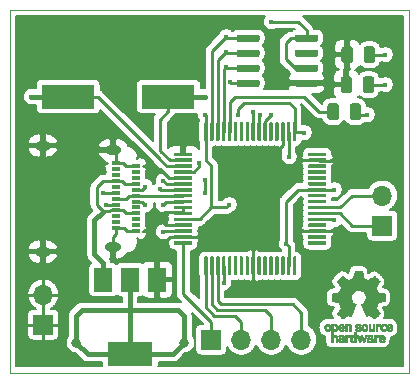
<source format=gbr>
G04 #@! TF.GenerationSoftware,KiCad,Pcbnew,5.1.5-52549c5~84~ubuntu18.04.1*
G04 #@! TF.CreationDate,2020-01-11T02:19:33-08:00*
G04 #@! TF.ProjectId,Programmer,50726f67-7261-46d6-9d65-722e6b696361,rev?*
G04 #@! TF.SameCoordinates,Original*
G04 #@! TF.FileFunction,Copper,L1,Top*
G04 #@! TF.FilePolarity,Positive*
%FSLAX46Y46*%
G04 Gerber Fmt 4.6, Leading zero omitted, Abs format (unit mm)*
G04 Created by KiCad (PCBNEW 5.1.5-52549c5~84~ubuntu18.04.1) date 2020-01-11 02:19:33*
%MOMM*%
%LPD*%
G04 APERTURE LIST*
%ADD10C,0.050000*%
%ADD11C,0.010000*%
%ADD12O,1.700000X1.700000*%
%ADD13R,1.700000X1.700000*%
%ADD14R,4.500000X2.000000*%
%ADD15C,0.100000*%
%ADD16R,1.500000X2.000000*%
%ADD17R,3.800000X2.000000*%
%ADD18R,0.700000X0.300000*%
%ADD19O,1.400000X0.800000*%
%ADD20C,0.400000*%
%ADD21C,0.450000*%
%ADD22C,0.800000*%
%ADD23C,0.250000*%
%ADD24C,0.400000*%
%ADD25C,0.200000*%
G04 APERTURE END LIST*
D10*
X115062000Y-75692000D02*
X81280000Y-75692000D01*
X115062000Y-44958000D02*
X115062000Y-75692000D01*
X81280000Y-44958000D02*
X115062000Y-44958000D01*
X81280000Y-75692000D02*
X81280000Y-44958000D01*
D11*
G36*
X111120964Y-67394018D02*
G01*
X111177812Y-67695570D01*
X111597338Y-67868512D01*
X111848984Y-67697395D01*
X111919458Y-67649750D01*
X111983163Y-67607210D01*
X112037126Y-67571715D01*
X112078373Y-67545210D01*
X112103934Y-67529636D01*
X112110895Y-67526278D01*
X112123435Y-67534914D01*
X112150231Y-67558792D01*
X112188280Y-67594859D01*
X112234579Y-67640067D01*
X112286123Y-67691364D01*
X112339909Y-67745701D01*
X112392935Y-67800028D01*
X112442195Y-67851295D01*
X112484687Y-67896451D01*
X112517407Y-67932446D01*
X112537351Y-67956230D01*
X112542119Y-67964190D01*
X112535257Y-67978865D01*
X112516020Y-68011014D01*
X112486430Y-68057492D01*
X112448510Y-68115156D01*
X112404282Y-68180860D01*
X112378654Y-68218336D01*
X112331941Y-68286768D01*
X112290432Y-68348520D01*
X112256140Y-68400519D01*
X112231080Y-68439692D01*
X112217264Y-68462965D01*
X112215188Y-68467855D01*
X112219895Y-68481755D01*
X112232723Y-68514150D01*
X112251738Y-68560485D01*
X112275003Y-68616206D01*
X112300584Y-68676758D01*
X112326545Y-68737586D01*
X112350950Y-68794136D01*
X112371863Y-68841852D01*
X112387349Y-68876181D01*
X112395472Y-68892568D01*
X112395952Y-68893212D01*
X112408707Y-68896341D01*
X112442677Y-68903321D01*
X112494340Y-68913467D01*
X112560176Y-68926092D01*
X112636664Y-68940509D01*
X112681290Y-68948823D01*
X112763021Y-68964384D01*
X112836843Y-68979192D01*
X112899021Y-68992436D01*
X112945822Y-69003305D01*
X112973509Y-69010989D01*
X112979074Y-69013427D01*
X112984526Y-69029930D01*
X112988924Y-69067200D01*
X112992272Y-69120880D01*
X112994574Y-69186612D01*
X112995832Y-69260037D01*
X112996048Y-69336796D01*
X112995227Y-69412532D01*
X112993371Y-69482886D01*
X112990482Y-69543500D01*
X112986565Y-69590016D01*
X112981622Y-69618075D01*
X112978657Y-69623916D01*
X112960934Y-69630917D01*
X112923381Y-69640927D01*
X112870964Y-69652769D01*
X112808652Y-69665267D01*
X112786900Y-69669310D01*
X112682024Y-69688520D01*
X112599180Y-69703991D01*
X112535630Y-69716337D01*
X112488637Y-69726173D01*
X112455463Y-69734114D01*
X112433371Y-69740776D01*
X112419624Y-69746773D01*
X112411484Y-69752719D01*
X112410345Y-69753894D01*
X112398977Y-69772826D01*
X112381635Y-69809669D01*
X112360050Y-69859913D01*
X112335954Y-69919046D01*
X112311079Y-69982556D01*
X112287157Y-70045932D01*
X112265919Y-70104662D01*
X112249097Y-70154235D01*
X112238422Y-70190139D01*
X112235627Y-70207862D01*
X112235860Y-70208483D01*
X112245331Y-70222970D01*
X112266818Y-70254844D01*
X112298063Y-70300789D01*
X112336807Y-70357485D01*
X112380793Y-70421617D01*
X112393319Y-70439842D01*
X112437984Y-70505914D01*
X112477288Y-70566200D01*
X112509088Y-70617235D01*
X112531245Y-70655560D01*
X112541617Y-70677711D01*
X112542119Y-70680432D01*
X112533405Y-70694736D01*
X112509325Y-70723072D01*
X112472976Y-70762396D01*
X112427453Y-70809661D01*
X112375852Y-70861823D01*
X112321267Y-70915835D01*
X112266794Y-70968653D01*
X112215529Y-71017231D01*
X112170567Y-71058523D01*
X112135004Y-71089485D01*
X112111935Y-71107070D01*
X112105554Y-71109941D01*
X112090699Y-71103178D01*
X112060286Y-71084939D01*
X112019268Y-71058297D01*
X111987709Y-71036852D01*
X111930525Y-70997503D01*
X111862806Y-70951171D01*
X111794880Y-70904913D01*
X111758361Y-70880155D01*
X111634752Y-70796547D01*
X111530991Y-70852650D01*
X111483720Y-70877228D01*
X111443523Y-70896331D01*
X111416326Y-70907227D01*
X111409402Y-70908743D01*
X111401077Y-70897549D01*
X111384654Y-70865917D01*
X111361357Y-70816765D01*
X111332414Y-70753010D01*
X111299050Y-70677571D01*
X111262491Y-70593364D01*
X111223964Y-70503308D01*
X111184694Y-70410321D01*
X111145908Y-70317320D01*
X111108830Y-70227223D01*
X111074689Y-70142948D01*
X111044708Y-70067413D01*
X111020116Y-70003534D01*
X111002136Y-69954231D01*
X110991997Y-69922421D01*
X110990366Y-69911496D01*
X111003291Y-69897561D01*
X111031589Y-69874940D01*
X111069346Y-69848333D01*
X111072515Y-69846228D01*
X111170100Y-69768114D01*
X111248786Y-69676982D01*
X111307891Y-69575745D01*
X111346732Y-69467318D01*
X111364628Y-69354614D01*
X111360897Y-69240548D01*
X111334857Y-69128034D01*
X111285825Y-69019985D01*
X111271400Y-68996345D01*
X111196369Y-68900887D01*
X111107730Y-68824232D01*
X111008549Y-68766780D01*
X110901895Y-68728929D01*
X110790836Y-68711078D01*
X110678439Y-68713625D01*
X110567773Y-68736970D01*
X110461906Y-68781510D01*
X110363905Y-68847645D01*
X110333590Y-68874487D01*
X110256438Y-68958512D01*
X110200218Y-69046966D01*
X110161653Y-69146115D01*
X110140174Y-69244303D01*
X110134872Y-69354697D01*
X110152552Y-69465640D01*
X110191419Y-69573381D01*
X110249677Y-69674169D01*
X110325531Y-69764256D01*
X110417183Y-69839892D01*
X110429228Y-69847864D01*
X110467389Y-69873974D01*
X110496399Y-69896595D01*
X110510268Y-69911039D01*
X110510469Y-69911496D01*
X110507492Y-69927121D01*
X110495689Y-69962582D01*
X110476286Y-70014962D01*
X110450512Y-70081345D01*
X110419591Y-70158814D01*
X110384751Y-70244450D01*
X110347217Y-70335337D01*
X110308217Y-70428559D01*
X110268977Y-70521197D01*
X110230724Y-70610335D01*
X110194683Y-70693055D01*
X110162083Y-70766441D01*
X110134148Y-70827575D01*
X110112105Y-70873541D01*
X110097182Y-70901421D01*
X110091172Y-70908743D01*
X110072809Y-70903041D01*
X110038448Y-70887749D01*
X109994016Y-70865599D01*
X109969583Y-70852650D01*
X109865822Y-70796547D01*
X109742213Y-70880155D01*
X109679114Y-70922987D01*
X109610030Y-70970122D01*
X109545293Y-71014503D01*
X109512866Y-71036852D01*
X109467259Y-71067477D01*
X109428640Y-71091747D01*
X109402048Y-71106587D01*
X109393410Y-71109724D01*
X109380839Y-71101261D01*
X109353016Y-71077636D01*
X109312639Y-71041302D01*
X109262405Y-70994711D01*
X109205012Y-70940317D01*
X109168714Y-70905392D01*
X109105210Y-70842996D01*
X109050327Y-70787188D01*
X109006286Y-70740354D01*
X108975305Y-70704882D01*
X108959602Y-70683161D01*
X108958095Y-70678752D01*
X108965086Y-70661985D01*
X108984406Y-70628082D01*
X109013909Y-70580476D01*
X109051455Y-70522599D01*
X109094900Y-70457884D01*
X109107255Y-70439842D01*
X109152273Y-70374267D01*
X109192660Y-70315228D01*
X109226160Y-70266042D01*
X109250514Y-70230028D01*
X109263464Y-70210502D01*
X109264715Y-70208483D01*
X109262844Y-70192922D01*
X109252913Y-70158709D01*
X109236653Y-70110355D01*
X109215795Y-70052371D01*
X109192073Y-69989270D01*
X109167216Y-69925563D01*
X109142958Y-69865761D01*
X109121029Y-69814376D01*
X109103162Y-69775919D01*
X109091087Y-69754902D01*
X109090229Y-69753894D01*
X109082846Y-69747888D01*
X109070375Y-69741948D01*
X109050080Y-69735460D01*
X109019222Y-69727809D01*
X108975066Y-69718380D01*
X108914874Y-69706559D01*
X108835907Y-69691729D01*
X108735430Y-69673277D01*
X108713675Y-69669310D01*
X108649198Y-69656853D01*
X108592989Y-69644666D01*
X108550013Y-69633926D01*
X108525240Y-69625809D01*
X108521918Y-69623916D01*
X108516444Y-69607138D01*
X108511994Y-69569645D01*
X108508572Y-69515794D01*
X108506181Y-69449944D01*
X108504823Y-69376453D01*
X108504501Y-69299680D01*
X108505219Y-69223983D01*
X108506979Y-69153720D01*
X108509784Y-69093250D01*
X108513638Y-69046930D01*
X108518543Y-69019119D01*
X108521500Y-69013427D01*
X108537963Y-69007686D01*
X108575449Y-68998345D01*
X108630225Y-68986215D01*
X108698555Y-68972107D01*
X108776706Y-68956830D01*
X108819284Y-68948823D01*
X108900071Y-68933721D01*
X108972113Y-68920040D01*
X109031889Y-68908467D01*
X109075879Y-68899687D01*
X109100561Y-68894387D01*
X109104623Y-68893212D01*
X109111489Y-68879965D01*
X109126002Y-68848057D01*
X109146229Y-68802047D01*
X109170234Y-68746492D01*
X109196082Y-68685953D01*
X109221840Y-68624986D01*
X109245573Y-68568151D01*
X109265346Y-68520006D01*
X109279224Y-68485110D01*
X109285274Y-68468021D01*
X109285386Y-68467274D01*
X109278528Y-68453793D01*
X109259302Y-68422770D01*
X109229728Y-68377289D01*
X109191827Y-68320432D01*
X109147620Y-68255283D01*
X109121921Y-68217862D01*
X109075093Y-68149247D01*
X109033501Y-68086952D01*
X108999175Y-68034129D01*
X108974143Y-67993927D01*
X108960435Y-67969500D01*
X108958456Y-67964024D01*
X108966966Y-67951278D01*
X108990493Y-67924063D01*
X109026032Y-67885428D01*
X109070577Y-67838423D01*
X109121123Y-67786095D01*
X109174664Y-67731495D01*
X109228195Y-67677670D01*
X109278711Y-67627670D01*
X109323206Y-67584543D01*
X109358675Y-67551339D01*
X109382113Y-67531106D01*
X109389954Y-67526278D01*
X109402720Y-67533067D01*
X109433256Y-67552142D01*
X109478590Y-67581561D01*
X109535756Y-67619381D01*
X109601784Y-67663661D01*
X109651590Y-67697395D01*
X109903236Y-67868512D01*
X110112999Y-67782041D01*
X110322763Y-67695570D01*
X110379611Y-67394018D01*
X110436460Y-67092466D01*
X111064115Y-67092466D01*
X111120964Y-67394018D01*
G37*
X111120964Y-67394018D02*
X111177812Y-67695570D01*
X111597338Y-67868512D01*
X111848984Y-67697395D01*
X111919458Y-67649750D01*
X111983163Y-67607210D01*
X112037126Y-67571715D01*
X112078373Y-67545210D01*
X112103934Y-67529636D01*
X112110895Y-67526278D01*
X112123435Y-67534914D01*
X112150231Y-67558792D01*
X112188280Y-67594859D01*
X112234579Y-67640067D01*
X112286123Y-67691364D01*
X112339909Y-67745701D01*
X112392935Y-67800028D01*
X112442195Y-67851295D01*
X112484687Y-67896451D01*
X112517407Y-67932446D01*
X112537351Y-67956230D01*
X112542119Y-67964190D01*
X112535257Y-67978865D01*
X112516020Y-68011014D01*
X112486430Y-68057492D01*
X112448510Y-68115156D01*
X112404282Y-68180860D01*
X112378654Y-68218336D01*
X112331941Y-68286768D01*
X112290432Y-68348520D01*
X112256140Y-68400519D01*
X112231080Y-68439692D01*
X112217264Y-68462965D01*
X112215188Y-68467855D01*
X112219895Y-68481755D01*
X112232723Y-68514150D01*
X112251738Y-68560485D01*
X112275003Y-68616206D01*
X112300584Y-68676758D01*
X112326545Y-68737586D01*
X112350950Y-68794136D01*
X112371863Y-68841852D01*
X112387349Y-68876181D01*
X112395472Y-68892568D01*
X112395952Y-68893212D01*
X112408707Y-68896341D01*
X112442677Y-68903321D01*
X112494340Y-68913467D01*
X112560176Y-68926092D01*
X112636664Y-68940509D01*
X112681290Y-68948823D01*
X112763021Y-68964384D01*
X112836843Y-68979192D01*
X112899021Y-68992436D01*
X112945822Y-69003305D01*
X112973509Y-69010989D01*
X112979074Y-69013427D01*
X112984526Y-69029930D01*
X112988924Y-69067200D01*
X112992272Y-69120880D01*
X112994574Y-69186612D01*
X112995832Y-69260037D01*
X112996048Y-69336796D01*
X112995227Y-69412532D01*
X112993371Y-69482886D01*
X112990482Y-69543500D01*
X112986565Y-69590016D01*
X112981622Y-69618075D01*
X112978657Y-69623916D01*
X112960934Y-69630917D01*
X112923381Y-69640927D01*
X112870964Y-69652769D01*
X112808652Y-69665267D01*
X112786900Y-69669310D01*
X112682024Y-69688520D01*
X112599180Y-69703991D01*
X112535630Y-69716337D01*
X112488637Y-69726173D01*
X112455463Y-69734114D01*
X112433371Y-69740776D01*
X112419624Y-69746773D01*
X112411484Y-69752719D01*
X112410345Y-69753894D01*
X112398977Y-69772826D01*
X112381635Y-69809669D01*
X112360050Y-69859913D01*
X112335954Y-69919046D01*
X112311079Y-69982556D01*
X112287157Y-70045932D01*
X112265919Y-70104662D01*
X112249097Y-70154235D01*
X112238422Y-70190139D01*
X112235627Y-70207862D01*
X112235860Y-70208483D01*
X112245331Y-70222970D01*
X112266818Y-70254844D01*
X112298063Y-70300789D01*
X112336807Y-70357485D01*
X112380793Y-70421617D01*
X112393319Y-70439842D01*
X112437984Y-70505914D01*
X112477288Y-70566200D01*
X112509088Y-70617235D01*
X112531245Y-70655560D01*
X112541617Y-70677711D01*
X112542119Y-70680432D01*
X112533405Y-70694736D01*
X112509325Y-70723072D01*
X112472976Y-70762396D01*
X112427453Y-70809661D01*
X112375852Y-70861823D01*
X112321267Y-70915835D01*
X112266794Y-70968653D01*
X112215529Y-71017231D01*
X112170567Y-71058523D01*
X112135004Y-71089485D01*
X112111935Y-71107070D01*
X112105554Y-71109941D01*
X112090699Y-71103178D01*
X112060286Y-71084939D01*
X112019268Y-71058297D01*
X111987709Y-71036852D01*
X111930525Y-70997503D01*
X111862806Y-70951171D01*
X111794880Y-70904913D01*
X111758361Y-70880155D01*
X111634752Y-70796547D01*
X111530991Y-70852650D01*
X111483720Y-70877228D01*
X111443523Y-70896331D01*
X111416326Y-70907227D01*
X111409402Y-70908743D01*
X111401077Y-70897549D01*
X111384654Y-70865917D01*
X111361357Y-70816765D01*
X111332414Y-70753010D01*
X111299050Y-70677571D01*
X111262491Y-70593364D01*
X111223964Y-70503308D01*
X111184694Y-70410321D01*
X111145908Y-70317320D01*
X111108830Y-70227223D01*
X111074689Y-70142948D01*
X111044708Y-70067413D01*
X111020116Y-70003534D01*
X111002136Y-69954231D01*
X110991997Y-69922421D01*
X110990366Y-69911496D01*
X111003291Y-69897561D01*
X111031589Y-69874940D01*
X111069346Y-69848333D01*
X111072515Y-69846228D01*
X111170100Y-69768114D01*
X111248786Y-69676982D01*
X111307891Y-69575745D01*
X111346732Y-69467318D01*
X111364628Y-69354614D01*
X111360897Y-69240548D01*
X111334857Y-69128034D01*
X111285825Y-69019985D01*
X111271400Y-68996345D01*
X111196369Y-68900887D01*
X111107730Y-68824232D01*
X111008549Y-68766780D01*
X110901895Y-68728929D01*
X110790836Y-68711078D01*
X110678439Y-68713625D01*
X110567773Y-68736970D01*
X110461906Y-68781510D01*
X110363905Y-68847645D01*
X110333590Y-68874487D01*
X110256438Y-68958512D01*
X110200218Y-69046966D01*
X110161653Y-69146115D01*
X110140174Y-69244303D01*
X110134872Y-69354697D01*
X110152552Y-69465640D01*
X110191419Y-69573381D01*
X110249677Y-69674169D01*
X110325531Y-69764256D01*
X110417183Y-69839892D01*
X110429228Y-69847864D01*
X110467389Y-69873974D01*
X110496399Y-69896595D01*
X110510268Y-69911039D01*
X110510469Y-69911496D01*
X110507492Y-69927121D01*
X110495689Y-69962582D01*
X110476286Y-70014962D01*
X110450512Y-70081345D01*
X110419591Y-70158814D01*
X110384751Y-70244450D01*
X110347217Y-70335337D01*
X110308217Y-70428559D01*
X110268977Y-70521197D01*
X110230724Y-70610335D01*
X110194683Y-70693055D01*
X110162083Y-70766441D01*
X110134148Y-70827575D01*
X110112105Y-70873541D01*
X110097182Y-70901421D01*
X110091172Y-70908743D01*
X110072809Y-70903041D01*
X110038448Y-70887749D01*
X109994016Y-70865599D01*
X109969583Y-70852650D01*
X109865822Y-70796547D01*
X109742213Y-70880155D01*
X109679114Y-70922987D01*
X109610030Y-70970122D01*
X109545293Y-71014503D01*
X109512866Y-71036852D01*
X109467259Y-71067477D01*
X109428640Y-71091747D01*
X109402048Y-71106587D01*
X109393410Y-71109724D01*
X109380839Y-71101261D01*
X109353016Y-71077636D01*
X109312639Y-71041302D01*
X109262405Y-70994711D01*
X109205012Y-70940317D01*
X109168714Y-70905392D01*
X109105210Y-70842996D01*
X109050327Y-70787188D01*
X109006286Y-70740354D01*
X108975305Y-70704882D01*
X108959602Y-70683161D01*
X108958095Y-70678752D01*
X108965086Y-70661985D01*
X108984406Y-70628082D01*
X109013909Y-70580476D01*
X109051455Y-70522599D01*
X109094900Y-70457884D01*
X109107255Y-70439842D01*
X109152273Y-70374267D01*
X109192660Y-70315228D01*
X109226160Y-70266042D01*
X109250514Y-70230028D01*
X109263464Y-70210502D01*
X109264715Y-70208483D01*
X109262844Y-70192922D01*
X109252913Y-70158709D01*
X109236653Y-70110355D01*
X109215795Y-70052371D01*
X109192073Y-69989270D01*
X109167216Y-69925563D01*
X109142958Y-69865761D01*
X109121029Y-69814376D01*
X109103162Y-69775919D01*
X109091087Y-69754902D01*
X109090229Y-69753894D01*
X109082846Y-69747888D01*
X109070375Y-69741948D01*
X109050080Y-69735460D01*
X109019222Y-69727809D01*
X108975066Y-69718380D01*
X108914874Y-69706559D01*
X108835907Y-69691729D01*
X108735430Y-69673277D01*
X108713675Y-69669310D01*
X108649198Y-69656853D01*
X108592989Y-69644666D01*
X108550013Y-69633926D01*
X108525240Y-69625809D01*
X108521918Y-69623916D01*
X108516444Y-69607138D01*
X108511994Y-69569645D01*
X108508572Y-69515794D01*
X108506181Y-69449944D01*
X108504823Y-69376453D01*
X108504501Y-69299680D01*
X108505219Y-69223983D01*
X108506979Y-69153720D01*
X108509784Y-69093250D01*
X108513638Y-69046930D01*
X108518543Y-69019119D01*
X108521500Y-69013427D01*
X108537963Y-69007686D01*
X108575449Y-68998345D01*
X108630225Y-68986215D01*
X108698555Y-68972107D01*
X108776706Y-68956830D01*
X108819284Y-68948823D01*
X108900071Y-68933721D01*
X108972113Y-68920040D01*
X109031889Y-68908467D01*
X109075879Y-68899687D01*
X109100561Y-68894387D01*
X109104623Y-68893212D01*
X109111489Y-68879965D01*
X109126002Y-68848057D01*
X109146229Y-68802047D01*
X109170234Y-68746492D01*
X109196082Y-68685953D01*
X109221840Y-68624986D01*
X109245573Y-68568151D01*
X109265346Y-68520006D01*
X109279224Y-68485110D01*
X109285274Y-68468021D01*
X109285386Y-68467274D01*
X109278528Y-68453793D01*
X109259302Y-68422770D01*
X109229728Y-68377289D01*
X109191827Y-68320432D01*
X109147620Y-68255283D01*
X109121921Y-68217862D01*
X109075093Y-68149247D01*
X109033501Y-68086952D01*
X108999175Y-68034129D01*
X108974143Y-67993927D01*
X108960435Y-67969500D01*
X108958456Y-67964024D01*
X108966966Y-67951278D01*
X108990493Y-67924063D01*
X109026032Y-67885428D01*
X109070577Y-67838423D01*
X109121123Y-67786095D01*
X109174664Y-67731495D01*
X109228195Y-67677670D01*
X109278711Y-67627670D01*
X109323206Y-67584543D01*
X109358675Y-67551339D01*
X109382113Y-67531106D01*
X109389954Y-67526278D01*
X109402720Y-67533067D01*
X109433256Y-67552142D01*
X109478590Y-67581561D01*
X109535756Y-67619381D01*
X109601784Y-67663661D01*
X109651590Y-67697395D01*
X109903236Y-67868512D01*
X110112999Y-67782041D01*
X110322763Y-67695570D01*
X110379611Y-67394018D01*
X110436460Y-67092466D01*
X111064115Y-67092466D01*
X111120964Y-67394018D01*
G36*
X112543460Y-71562030D02*
G01*
X112586711Y-71575245D01*
X112614558Y-71591941D01*
X112623629Y-71605145D01*
X112621132Y-71620797D01*
X112604931Y-71645385D01*
X112591232Y-71662800D01*
X112562992Y-71694283D01*
X112541775Y-71707529D01*
X112523688Y-71706664D01*
X112470035Y-71693010D01*
X112430630Y-71693630D01*
X112398632Y-71709104D01*
X112387890Y-71718161D01*
X112353505Y-71750027D01*
X112353505Y-72166179D01*
X112215188Y-72166179D01*
X112215188Y-71562614D01*
X112284347Y-71562614D01*
X112325869Y-71564256D01*
X112347291Y-71570087D01*
X112353502Y-71581461D01*
X112353505Y-71581798D01*
X112356439Y-71593713D01*
X112369704Y-71592159D01*
X112388084Y-71583563D01*
X112426046Y-71567568D01*
X112456872Y-71557945D01*
X112496536Y-71555478D01*
X112543460Y-71562030D01*
G37*
X112543460Y-71562030D02*
X112586711Y-71575245D01*
X112614558Y-71591941D01*
X112623629Y-71605145D01*
X112621132Y-71620797D01*
X112604931Y-71645385D01*
X112591232Y-71662800D01*
X112562992Y-71694283D01*
X112541775Y-71707529D01*
X112523688Y-71706664D01*
X112470035Y-71693010D01*
X112430630Y-71693630D01*
X112398632Y-71709104D01*
X112387890Y-71718161D01*
X112353505Y-71750027D01*
X112353505Y-72166179D01*
X112215188Y-72166179D01*
X112215188Y-71562614D01*
X112284347Y-71562614D01*
X112325869Y-71564256D01*
X112347291Y-71570087D01*
X112353502Y-71581461D01*
X112353505Y-71581798D01*
X112356439Y-71593713D01*
X112369704Y-71592159D01*
X112388084Y-71583563D01*
X112426046Y-71567568D01*
X112456872Y-71557945D01*
X112496536Y-71555478D01*
X112543460Y-71562030D01*
G36*
X109989988Y-71573002D02*
G01*
X110021283Y-71587950D01*
X110051591Y-71609541D01*
X110074682Y-71634391D01*
X110091500Y-71666087D01*
X110102994Y-71708214D01*
X110110109Y-71764358D01*
X110113793Y-71838106D01*
X110114992Y-71933044D01*
X110115011Y-71942985D01*
X110115287Y-72166179D01*
X109976970Y-72166179D01*
X109976970Y-71960418D01*
X109976872Y-71884189D01*
X109976191Y-71828939D01*
X109974349Y-71790501D01*
X109970767Y-71764706D01*
X109964868Y-71747384D01*
X109956073Y-71734368D01*
X109943820Y-71721507D01*
X109900953Y-71693873D01*
X109854157Y-71688745D01*
X109809576Y-71706217D01*
X109794072Y-71719221D01*
X109782690Y-71731447D01*
X109774519Y-71744540D01*
X109769026Y-71762615D01*
X109765680Y-71789787D01*
X109763949Y-71830170D01*
X109763303Y-71887879D01*
X109763208Y-71958132D01*
X109763208Y-72166179D01*
X109624891Y-72166179D01*
X109624891Y-71562614D01*
X109694050Y-71562614D01*
X109735572Y-71564256D01*
X109756994Y-71570087D01*
X109763205Y-71581461D01*
X109763208Y-71581798D01*
X109766090Y-71592938D01*
X109778801Y-71591674D01*
X109804074Y-71579434D01*
X109861395Y-71561424D01*
X109926963Y-71559421D01*
X109989988Y-71573002D01*
G37*
X109989988Y-71573002D02*
X110021283Y-71587950D01*
X110051591Y-71609541D01*
X110074682Y-71634391D01*
X110091500Y-71666087D01*
X110102994Y-71708214D01*
X110110109Y-71764358D01*
X110113793Y-71838106D01*
X110114992Y-71933044D01*
X110115011Y-71942985D01*
X110115287Y-72166179D01*
X109976970Y-72166179D01*
X109976970Y-71960418D01*
X109976872Y-71884189D01*
X109976191Y-71828939D01*
X109974349Y-71790501D01*
X109970767Y-71764706D01*
X109964868Y-71747384D01*
X109956073Y-71734368D01*
X109943820Y-71721507D01*
X109900953Y-71693873D01*
X109854157Y-71688745D01*
X109809576Y-71706217D01*
X109794072Y-71719221D01*
X109782690Y-71731447D01*
X109774519Y-71744540D01*
X109769026Y-71762615D01*
X109765680Y-71789787D01*
X109763949Y-71830170D01*
X109763303Y-71887879D01*
X109763208Y-71958132D01*
X109763208Y-72166179D01*
X109624891Y-72166179D01*
X109624891Y-71562614D01*
X109694050Y-71562614D01*
X109735572Y-71564256D01*
X109756994Y-71570087D01*
X109763205Y-71581461D01*
X109763208Y-71581798D01*
X109766090Y-71592938D01*
X109778801Y-71591674D01*
X109804074Y-71579434D01*
X109861395Y-71561424D01*
X109926963Y-71559421D01*
X109989988Y-71573002D01*
G36*
X113421898Y-71560457D02*
G01*
X113454096Y-71568279D01*
X113515825Y-71596921D01*
X113568610Y-71640667D01*
X113605141Y-71693117D01*
X113610160Y-71704893D01*
X113617045Y-71735740D01*
X113621864Y-71781371D01*
X113623505Y-71827492D01*
X113623505Y-71914693D01*
X113441178Y-71914693D01*
X113365979Y-71914978D01*
X113313003Y-71916704D01*
X113279325Y-71921181D01*
X113262020Y-71929720D01*
X113258163Y-71943630D01*
X113264829Y-71964222D01*
X113276770Y-71988315D01*
X113310080Y-72028525D01*
X113356368Y-72048558D01*
X113412944Y-72047905D01*
X113477031Y-72026101D01*
X113532417Y-71999193D01*
X113578375Y-72035532D01*
X113624333Y-72071872D01*
X113581096Y-72111819D01*
X113523374Y-72149563D01*
X113452386Y-72172320D01*
X113376029Y-72178688D01*
X113302199Y-72167268D01*
X113290287Y-72163393D01*
X113225399Y-72129506D01*
X113177130Y-72078986D01*
X113144465Y-72010325D01*
X113126385Y-71922014D01*
X113126175Y-71920121D01*
X113124556Y-71823878D01*
X113131100Y-71789542D01*
X113258852Y-71789542D01*
X113270584Y-71794822D01*
X113302438Y-71798867D01*
X113349397Y-71801176D01*
X113379154Y-71801525D01*
X113434648Y-71801306D01*
X113469346Y-71799916D01*
X113487601Y-71796251D01*
X113493766Y-71789210D01*
X113492195Y-71777690D01*
X113490878Y-71773233D01*
X113468382Y-71731355D01*
X113433003Y-71697604D01*
X113401780Y-71682773D01*
X113360301Y-71683668D01*
X113318269Y-71702164D01*
X113283012Y-71732786D01*
X113261854Y-71770062D01*
X113258852Y-71789542D01*
X113131100Y-71789542D01*
X113140690Y-71739229D01*
X113172698Y-71668191D01*
X113218701Y-71612779D01*
X113276821Y-71575009D01*
X113345180Y-71556896D01*
X113421898Y-71560457D01*
G37*
X113421898Y-71560457D02*
X113454096Y-71568279D01*
X113515825Y-71596921D01*
X113568610Y-71640667D01*
X113605141Y-71693117D01*
X113610160Y-71704893D01*
X113617045Y-71735740D01*
X113621864Y-71781371D01*
X113623505Y-71827492D01*
X113623505Y-71914693D01*
X113441178Y-71914693D01*
X113365979Y-71914978D01*
X113313003Y-71916704D01*
X113279325Y-71921181D01*
X113262020Y-71929720D01*
X113258163Y-71943630D01*
X113264829Y-71964222D01*
X113276770Y-71988315D01*
X113310080Y-72028525D01*
X113356368Y-72048558D01*
X113412944Y-72047905D01*
X113477031Y-72026101D01*
X113532417Y-71999193D01*
X113578375Y-72035532D01*
X113624333Y-72071872D01*
X113581096Y-72111819D01*
X113523374Y-72149563D01*
X113452386Y-72172320D01*
X113376029Y-72178688D01*
X113302199Y-72167268D01*
X113290287Y-72163393D01*
X113225399Y-72129506D01*
X113177130Y-72078986D01*
X113144465Y-72010325D01*
X113126385Y-71922014D01*
X113126175Y-71920121D01*
X113124556Y-71823878D01*
X113131100Y-71789542D01*
X113258852Y-71789542D01*
X113270584Y-71794822D01*
X113302438Y-71798867D01*
X113349397Y-71801176D01*
X113379154Y-71801525D01*
X113434648Y-71801306D01*
X113469346Y-71799916D01*
X113487601Y-71796251D01*
X113493766Y-71789210D01*
X113492195Y-71777690D01*
X113490878Y-71773233D01*
X113468382Y-71731355D01*
X113433003Y-71697604D01*
X113401780Y-71682773D01*
X113360301Y-71683668D01*
X113318269Y-71702164D01*
X113283012Y-71732786D01*
X113261854Y-71770062D01*
X113258852Y-71789542D01*
X113131100Y-71789542D01*
X113140690Y-71739229D01*
X113172698Y-71668191D01*
X113218701Y-71612779D01*
X113276821Y-71575009D01*
X113345180Y-71556896D01*
X113421898Y-71560457D01*
G36*
X112961226Y-71567880D02*
G01*
X113034080Y-71598830D01*
X113057027Y-71613895D01*
X113086354Y-71637048D01*
X113104764Y-71655253D01*
X113107961Y-71661183D01*
X113098935Y-71674340D01*
X113075837Y-71696667D01*
X113057344Y-71712250D01*
X113006728Y-71752926D01*
X112966760Y-71719295D01*
X112935874Y-71697584D01*
X112905759Y-71690090D01*
X112871292Y-71691920D01*
X112816561Y-71705528D01*
X112778886Y-71733772D01*
X112755991Y-71779433D01*
X112745597Y-71845289D01*
X112745595Y-71845331D01*
X112746494Y-71918939D01*
X112760463Y-71972946D01*
X112788328Y-72009716D01*
X112807325Y-72022168D01*
X112857776Y-72037673D01*
X112911663Y-72037683D01*
X112958546Y-72022638D01*
X112969644Y-72015287D01*
X112997476Y-71996511D01*
X113019236Y-71993434D01*
X113042704Y-72007409D01*
X113068649Y-72032510D01*
X113109716Y-72074880D01*
X113064121Y-72112464D01*
X112993674Y-72154882D01*
X112914233Y-72175785D01*
X112831215Y-72174272D01*
X112776694Y-72160411D01*
X112712970Y-72126135D01*
X112662005Y-72072212D01*
X112638851Y-72034149D01*
X112620099Y-71979536D01*
X112610715Y-71910369D01*
X112610643Y-71835407D01*
X112619824Y-71763409D01*
X112638199Y-71703137D01*
X112641093Y-71696958D01*
X112683952Y-71636351D01*
X112741979Y-71592224D01*
X112810591Y-71565493D01*
X112885201Y-71557073D01*
X112961226Y-71567880D01*
G37*
X112961226Y-71567880D02*
X113034080Y-71598830D01*
X113057027Y-71613895D01*
X113086354Y-71637048D01*
X113104764Y-71655253D01*
X113107961Y-71661183D01*
X113098935Y-71674340D01*
X113075837Y-71696667D01*
X113057344Y-71712250D01*
X113006728Y-71752926D01*
X112966760Y-71719295D01*
X112935874Y-71697584D01*
X112905759Y-71690090D01*
X112871292Y-71691920D01*
X112816561Y-71705528D01*
X112778886Y-71733772D01*
X112755991Y-71779433D01*
X112745597Y-71845289D01*
X112745595Y-71845331D01*
X112746494Y-71918939D01*
X112760463Y-71972946D01*
X112788328Y-72009716D01*
X112807325Y-72022168D01*
X112857776Y-72037673D01*
X112911663Y-72037683D01*
X112958546Y-72022638D01*
X112969644Y-72015287D01*
X112997476Y-71996511D01*
X113019236Y-71993434D01*
X113042704Y-72007409D01*
X113068649Y-72032510D01*
X113109716Y-72074880D01*
X113064121Y-72112464D01*
X112993674Y-72154882D01*
X112914233Y-72175785D01*
X112831215Y-72174272D01*
X112776694Y-72160411D01*
X112712970Y-72126135D01*
X112662005Y-72072212D01*
X112638851Y-72034149D01*
X112620099Y-71979536D01*
X112610715Y-71910369D01*
X112610643Y-71835407D01*
X112619824Y-71763409D01*
X112638199Y-71703137D01*
X112641093Y-71696958D01*
X112683952Y-71636351D01*
X112741979Y-71592224D01*
X112810591Y-71565493D01*
X112885201Y-71557073D01*
X112961226Y-71567880D01*
G36*
X111737367Y-71758342D02*
G01*
X111738555Y-71850563D01*
X111742897Y-71920610D01*
X111751558Y-71971381D01*
X111765704Y-72005772D01*
X111786500Y-72026679D01*
X111815110Y-72037000D01*
X111850535Y-72039636D01*
X111887636Y-72036682D01*
X111915818Y-72025889D01*
X111936243Y-72004360D01*
X111950079Y-71969199D01*
X111958491Y-71917510D01*
X111962643Y-71846394D01*
X111963703Y-71758342D01*
X111963703Y-71562614D01*
X112102020Y-71562614D01*
X112102020Y-72166179D01*
X112032862Y-72166179D01*
X111991170Y-72164489D01*
X111969701Y-72158556D01*
X111963703Y-72147293D01*
X111960091Y-72137261D01*
X111945714Y-72139383D01*
X111916736Y-72153580D01*
X111850319Y-72175480D01*
X111779875Y-72173928D01*
X111712377Y-72150147D01*
X111680233Y-72131362D01*
X111655715Y-72111022D01*
X111637804Y-72085573D01*
X111625479Y-72051458D01*
X111617723Y-72005121D01*
X111613516Y-71943007D01*
X111611840Y-71861561D01*
X111611624Y-71798578D01*
X111611624Y-71562614D01*
X111737367Y-71562614D01*
X111737367Y-71758342D01*
G37*
X111737367Y-71758342D02*
X111738555Y-71850563D01*
X111742897Y-71920610D01*
X111751558Y-71971381D01*
X111765704Y-72005772D01*
X111786500Y-72026679D01*
X111815110Y-72037000D01*
X111850535Y-72039636D01*
X111887636Y-72036682D01*
X111915818Y-72025889D01*
X111936243Y-72004360D01*
X111950079Y-71969199D01*
X111958491Y-71917510D01*
X111962643Y-71846394D01*
X111963703Y-71758342D01*
X111963703Y-71562614D01*
X112102020Y-71562614D01*
X112102020Y-72166179D01*
X112032862Y-72166179D01*
X111991170Y-72164489D01*
X111969701Y-72158556D01*
X111963703Y-72147293D01*
X111960091Y-72137261D01*
X111945714Y-72139383D01*
X111916736Y-72153580D01*
X111850319Y-72175480D01*
X111779875Y-72173928D01*
X111712377Y-72150147D01*
X111680233Y-72131362D01*
X111655715Y-72111022D01*
X111637804Y-72085573D01*
X111625479Y-72051458D01*
X111617723Y-72005121D01*
X111613516Y-71943007D01*
X111611840Y-71861561D01*
X111611624Y-71798578D01*
X111611624Y-71562614D01*
X111737367Y-71562614D01*
X111737367Y-71758342D01*
G36*
X111354762Y-71570055D02*
G01*
X111418363Y-71604692D01*
X111468123Y-71659372D01*
X111491568Y-71703842D01*
X111501634Y-71743121D01*
X111508156Y-71799116D01*
X111510951Y-71863621D01*
X111509836Y-71928429D01*
X111504626Y-71985334D01*
X111498541Y-72015727D01*
X111478014Y-72057306D01*
X111442463Y-72101468D01*
X111399619Y-72140087D01*
X111357211Y-72165034D01*
X111356177Y-72165430D01*
X111303553Y-72176331D01*
X111241188Y-72176601D01*
X111181924Y-72166676D01*
X111159040Y-72158722D01*
X111100102Y-72125300D01*
X111057890Y-72081511D01*
X111030156Y-72023538D01*
X111014651Y-71947565D01*
X111011143Y-71907771D01*
X111011590Y-71857766D01*
X111146376Y-71857766D01*
X111150917Y-71930732D01*
X111163986Y-71986334D01*
X111184756Y-72021861D01*
X111199552Y-72032020D01*
X111237464Y-72039104D01*
X111282527Y-72037007D01*
X111321487Y-72026812D01*
X111331704Y-72021204D01*
X111358659Y-71988538D01*
X111376451Y-71938545D01*
X111384024Y-71877705D01*
X111380325Y-71812497D01*
X111372057Y-71773253D01*
X111348320Y-71727805D01*
X111310849Y-71699396D01*
X111265720Y-71689573D01*
X111219011Y-71699887D01*
X111183132Y-71725112D01*
X111164277Y-71745925D01*
X111153272Y-71766439D01*
X111148026Y-71794203D01*
X111146449Y-71836762D01*
X111146376Y-71857766D01*
X111011590Y-71857766D01*
X111012094Y-71801580D01*
X111029388Y-71714501D01*
X111063029Y-71646530D01*
X111113018Y-71597664D01*
X111179356Y-71567899D01*
X111193601Y-71564448D01*
X111279210Y-71556345D01*
X111354762Y-71570055D01*
G37*
X111354762Y-71570055D02*
X111418363Y-71604692D01*
X111468123Y-71659372D01*
X111491568Y-71703842D01*
X111501634Y-71743121D01*
X111508156Y-71799116D01*
X111510951Y-71863621D01*
X111509836Y-71928429D01*
X111504626Y-71985334D01*
X111498541Y-72015727D01*
X111478014Y-72057306D01*
X111442463Y-72101468D01*
X111399619Y-72140087D01*
X111357211Y-72165034D01*
X111356177Y-72165430D01*
X111303553Y-72176331D01*
X111241188Y-72176601D01*
X111181924Y-72166676D01*
X111159040Y-72158722D01*
X111100102Y-72125300D01*
X111057890Y-72081511D01*
X111030156Y-72023538D01*
X111014651Y-71947565D01*
X111011143Y-71907771D01*
X111011590Y-71857766D01*
X111146376Y-71857766D01*
X111150917Y-71930732D01*
X111163986Y-71986334D01*
X111184756Y-72021861D01*
X111199552Y-72032020D01*
X111237464Y-72039104D01*
X111282527Y-72037007D01*
X111321487Y-72026812D01*
X111331704Y-72021204D01*
X111358659Y-71988538D01*
X111376451Y-71938545D01*
X111384024Y-71877705D01*
X111380325Y-71812497D01*
X111372057Y-71773253D01*
X111348320Y-71727805D01*
X111310849Y-71699396D01*
X111265720Y-71689573D01*
X111219011Y-71699887D01*
X111183132Y-71725112D01*
X111164277Y-71745925D01*
X111153272Y-71766439D01*
X111148026Y-71794203D01*
X111146449Y-71836762D01*
X111146376Y-71857766D01*
X111011590Y-71857766D01*
X111012094Y-71801580D01*
X111029388Y-71714501D01*
X111063029Y-71646530D01*
X111113018Y-71597664D01*
X111179356Y-71567899D01*
X111193601Y-71564448D01*
X111279210Y-71556345D01*
X111354762Y-71570055D01*
G36*
X110758017Y-71560452D02*
G01*
X110805634Y-71569482D01*
X110855034Y-71588370D01*
X110860312Y-71590777D01*
X110897774Y-71610476D01*
X110923717Y-71628781D01*
X110932103Y-71640508D01*
X110924117Y-71659632D01*
X110904720Y-71687850D01*
X110896110Y-71698384D01*
X110860628Y-71739847D01*
X110814885Y-71712858D01*
X110771350Y-71694878D01*
X110721050Y-71685267D01*
X110672812Y-71684660D01*
X110635467Y-71693691D01*
X110626505Y-71699327D01*
X110609437Y-71725171D01*
X110607363Y-71754941D01*
X110620134Y-71778197D01*
X110627688Y-71782708D01*
X110650325Y-71788309D01*
X110690115Y-71794892D01*
X110739166Y-71801183D01*
X110748215Y-71802170D01*
X110826996Y-71815798D01*
X110884136Y-71838946D01*
X110922030Y-71873752D01*
X110943079Y-71922354D01*
X110949635Y-71981718D01*
X110940577Y-72049198D01*
X110911164Y-72102188D01*
X110861278Y-72140783D01*
X110790800Y-72165081D01*
X110712565Y-72174667D01*
X110648766Y-72174552D01*
X110597016Y-72165845D01*
X110561673Y-72153825D01*
X110517017Y-72132880D01*
X110475747Y-72108574D01*
X110461079Y-72097876D01*
X110423357Y-72067084D01*
X110468852Y-72021049D01*
X110514347Y-71975013D01*
X110566072Y-72009243D01*
X110617952Y-72034952D01*
X110673351Y-72048399D01*
X110726605Y-72049818D01*
X110772049Y-72039443D01*
X110804016Y-72017507D01*
X110814338Y-71998998D01*
X110812789Y-71969314D01*
X110787140Y-71946615D01*
X110737460Y-71930940D01*
X110683031Y-71923695D01*
X110599264Y-71909873D01*
X110537033Y-71883796D01*
X110495507Y-71844699D01*
X110473853Y-71791820D01*
X110470853Y-71729126D01*
X110485671Y-71663642D01*
X110519454Y-71614144D01*
X110572505Y-71580408D01*
X110645126Y-71562207D01*
X110698928Y-71558639D01*
X110758017Y-71560452D01*
G37*
X110758017Y-71560452D02*
X110805634Y-71569482D01*
X110855034Y-71588370D01*
X110860312Y-71590777D01*
X110897774Y-71610476D01*
X110923717Y-71628781D01*
X110932103Y-71640508D01*
X110924117Y-71659632D01*
X110904720Y-71687850D01*
X110896110Y-71698384D01*
X110860628Y-71739847D01*
X110814885Y-71712858D01*
X110771350Y-71694878D01*
X110721050Y-71685267D01*
X110672812Y-71684660D01*
X110635467Y-71693691D01*
X110626505Y-71699327D01*
X110609437Y-71725171D01*
X110607363Y-71754941D01*
X110620134Y-71778197D01*
X110627688Y-71782708D01*
X110650325Y-71788309D01*
X110690115Y-71794892D01*
X110739166Y-71801183D01*
X110748215Y-71802170D01*
X110826996Y-71815798D01*
X110884136Y-71838946D01*
X110922030Y-71873752D01*
X110943079Y-71922354D01*
X110949635Y-71981718D01*
X110940577Y-72049198D01*
X110911164Y-72102188D01*
X110861278Y-72140783D01*
X110790800Y-72165081D01*
X110712565Y-72174667D01*
X110648766Y-72174552D01*
X110597016Y-72165845D01*
X110561673Y-72153825D01*
X110517017Y-72132880D01*
X110475747Y-72108574D01*
X110461079Y-72097876D01*
X110423357Y-72067084D01*
X110468852Y-72021049D01*
X110514347Y-71975013D01*
X110566072Y-72009243D01*
X110617952Y-72034952D01*
X110673351Y-72048399D01*
X110726605Y-72049818D01*
X110772049Y-72039443D01*
X110804016Y-72017507D01*
X110814338Y-71998998D01*
X110812789Y-71969314D01*
X110787140Y-71946615D01*
X110737460Y-71930940D01*
X110683031Y-71923695D01*
X110599264Y-71909873D01*
X110537033Y-71883796D01*
X110495507Y-71844699D01*
X110473853Y-71791820D01*
X110470853Y-71729126D01*
X110485671Y-71663642D01*
X110519454Y-71614144D01*
X110572505Y-71580408D01*
X110645126Y-71562207D01*
X110698928Y-71558639D01*
X110758017Y-71560452D01*
G36*
X109387301Y-71576614D02*
G01*
X109399832Y-71582514D01*
X109443201Y-71614283D01*
X109484210Y-71660646D01*
X109514832Y-71711696D01*
X109523541Y-71735166D01*
X109531488Y-71777091D01*
X109536226Y-71827757D01*
X109536801Y-71848679D01*
X109536871Y-71914693D01*
X109156917Y-71914693D01*
X109165017Y-71949273D01*
X109184896Y-71990170D01*
X109219653Y-72025514D01*
X109261002Y-72048282D01*
X109287351Y-72053010D01*
X109323084Y-72047273D01*
X109365718Y-72032882D01*
X109380201Y-72026262D01*
X109433760Y-71999513D01*
X109479467Y-72034376D01*
X109505842Y-72057955D01*
X109519876Y-72077417D01*
X109520586Y-72083129D01*
X109508049Y-72096973D01*
X109480572Y-72118012D01*
X109455634Y-72134425D01*
X109388336Y-72163930D01*
X109312890Y-72177284D01*
X109238112Y-72173812D01*
X109178505Y-72155663D01*
X109117059Y-72116784D01*
X109073392Y-72065595D01*
X109046074Y-71999367D01*
X109033678Y-71915371D01*
X109032579Y-71876936D01*
X109036978Y-71788861D01*
X109037518Y-71786299D01*
X109163418Y-71786299D01*
X109166885Y-71794558D01*
X109181137Y-71799113D01*
X109210530Y-71801065D01*
X109259425Y-71801517D01*
X109278252Y-71801525D01*
X109335533Y-71800843D01*
X109371859Y-71798364D01*
X109391396Y-71793443D01*
X109398310Y-71785434D01*
X109398555Y-71782862D01*
X109390664Y-71762423D01*
X109370915Y-71733789D01*
X109362425Y-71723763D01*
X109330906Y-71695408D01*
X109298051Y-71684259D01*
X109280349Y-71683327D01*
X109232461Y-71694981D01*
X109192301Y-71726285D01*
X109166827Y-71771752D01*
X109166375Y-71773233D01*
X109163418Y-71786299D01*
X109037518Y-71786299D01*
X109051608Y-71719510D01*
X109077962Y-71664025D01*
X109110193Y-71624639D01*
X109169783Y-71581931D01*
X109239832Y-71559109D01*
X109314339Y-71557046D01*
X109387301Y-71576614D01*
G37*
X109387301Y-71576614D02*
X109399832Y-71582514D01*
X109443201Y-71614283D01*
X109484210Y-71660646D01*
X109514832Y-71711696D01*
X109523541Y-71735166D01*
X109531488Y-71777091D01*
X109536226Y-71827757D01*
X109536801Y-71848679D01*
X109536871Y-71914693D01*
X109156917Y-71914693D01*
X109165017Y-71949273D01*
X109184896Y-71990170D01*
X109219653Y-72025514D01*
X109261002Y-72048282D01*
X109287351Y-72053010D01*
X109323084Y-72047273D01*
X109365718Y-72032882D01*
X109380201Y-72026262D01*
X109433760Y-71999513D01*
X109479467Y-72034376D01*
X109505842Y-72057955D01*
X109519876Y-72077417D01*
X109520586Y-72083129D01*
X109508049Y-72096973D01*
X109480572Y-72118012D01*
X109455634Y-72134425D01*
X109388336Y-72163930D01*
X109312890Y-72177284D01*
X109238112Y-72173812D01*
X109178505Y-72155663D01*
X109117059Y-72116784D01*
X109073392Y-72065595D01*
X109046074Y-71999367D01*
X109033678Y-71915371D01*
X109032579Y-71876936D01*
X109036978Y-71788861D01*
X109037518Y-71786299D01*
X109163418Y-71786299D01*
X109166885Y-71794558D01*
X109181137Y-71799113D01*
X109210530Y-71801065D01*
X109259425Y-71801517D01*
X109278252Y-71801525D01*
X109335533Y-71800843D01*
X109371859Y-71798364D01*
X109391396Y-71793443D01*
X109398310Y-71785434D01*
X109398555Y-71782862D01*
X109390664Y-71762423D01*
X109370915Y-71733789D01*
X109362425Y-71723763D01*
X109330906Y-71695408D01*
X109298051Y-71684259D01*
X109280349Y-71683327D01*
X109232461Y-71694981D01*
X109192301Y-71726285D01*
X109166827Y-71771752D01*
X109166375Y-71773233D01*
X109163418Y-71786299D01*
X109037518Y-71786299D01*
X109051608Y-71719510D01*
X109077962Y-71664025D01*
X109110193Y-71624639D01*
X109169783Y-71581931D01*
X109239832Y-71559109D01*
X109314339Y-71557046D01*
X109387301Y-71576614D01*
G36*
X108205739Y-71569148D02*
G01*
X108271521Y-71598231D01*
X108321460Y-71646793D01*
X108355626Y-71714908D01*
X108374093Y-71802651D01*
X108375417Y-71816351D01*
X108376454Y-71912939D01*
X108363007Y-71997602D01*
X108335892Y-72066221D01*
X108321373Y-72088294D01*
X108270799Y-72135011D01*
X108206391Y-72165268D01*
X108134334Y-72177824D01*
X108060815Y-72171439D01*
X108004928Y-72151772D01*
X107956868Y-72118629D01*
X107917588Y-72075175D01*
X107916908Y-72074158D01*
X107900956Y-72047338D01*
X107890590Y-72020368D01*
X107884312Y-71986332D01*
X107880627Y-71938310D01*
X107879003Y-71898931D01*
X107878328Y-71863219D01*
X108004045Y-71863219D01*
X108005274Y-71898770D01*
X108009734Y-71946094D01*
X108017603Y-71976465D01*
X108031793Y-71998072D01*
X108045083Y-72010694D01*
X108092198Y-72037122D01*
X108141495Y-72040653D01*
X108187407Y-72021639D01*
X108210362Y-72000331D01*
X108226904Y-71978859D01*
X108236579Y-71958313D01*
X108240826Y-71931574D01*
X108241080Y-71891523D01*
X108239772Y-71854638D01*
X108236957Y-71801947D01*
X108232495Y-71767772D01*
X108224452Y-71745480D01*
X108210897Y-71728442D01*
X108200155Y-71718703D01*
X108155223Y-71693123D01*
X108106751Y-71691847D01*
X108066106Y-71706999D01*
X108031433Y-71738642D01*
X108010776Y-71790620D01*
X108004045Y-71863219D01*
X107878328Y-71863219D01*
X107877521Y-71820621D01*
X107880052Y-71762056D01*
X107887638Y-71718007D01*
X107901319Y-71683248D01*
X107922135Y-71652551D01*
X107929853Y-71643436D01*
X107978111Y-71598021D01*
X108029872Y-71571493D01*
X108093172Y-71560379D01*
X108124039Y-71559471D01*
X108205739Y-71569148D01*
G37*
X108205739Y-71569148D02*
X108271521Y-71598231D01*
X108321460Y-71646793D01*
X108355626Y-71714908D01*
X108374093Y-71802651D01*
X108375417Y-71816351D01*
X108376454Y-71912939D01*
X108363007Y-71997602D01*
X108335892Y-72066221D01*
X108321373Y-72088294D01*
X108270799Y-72135011D01*
X108206391Y-72165268D01*
X108134334Y-72177824D01*
X108060815Y-72171439D01*
X108004928Y-72151772D01*
X107956868Y-72118629D01*
X107917588Y-72075175D01*
X107916908Y-72074158D01*
X107900956Y-72047338D01*
X107890590Y-72020368D01*
X107884312Y-71986332D01*
X107880627Y-71938310D01*
X107879003Y-71898931D01*
X107878328Y-71863219D01*
X108004045Y-71863219D01*
X108005274Y-71898770D01*
X108009734Y-71946094D01*
X108017603Y-71976465D01*
X108031793Y-71998072D01*
X108045083Y-72010694D01*
X108092198Y-72037122D01*
X108141495Y-72040653D01*
X108187407Y-72021639D01*
X108210362Y-72000331D01*
X108226904Y-71978859D01*
X108236579Y-71958313D01*
X108240826Y-71931574D01*
X108241080Y-71891523D01*
X108239772Y-71854638D01*
X108236957Y-71801947D01*
X108232495Y-71767772D01*
X108224452Y-71745480D01*
X108210897Y-71728442D01*
X108200155Y-71718703D01*
X108155223Y-71693123D01*
X108106751Y-71691847D01*
X108066106Y-71706999D01*
X108031433Y-71738642D01*
X108010776Y-71790620D01*
X108004045Y-71863219D01*
X107878328Y-71863219D01*
X107877521Y-71820621D01*
X107880052Y-71762056D01*
X107887638Y-71718007D01*
X107901319Y-71683248D01*
X107922135Y-71652551D01*
X107929853Y-71643436D01*
X107978111Y-71598021D01*
X108029872Y-71571493D01*
X108093172Y-71560379D01*
X108124039Y-71559471D01*
X108205739Y-71569148D01*
G36*
X112776581Y-72508970D02*
G01*
X112836685Y-72524597D01*
X112887021Y-72556848D01*
X112911393Y-72580940D01*
X112951345Y-72637895D01*
X112974242Y-72703965D01*
X112982108Y-72785182D01*
X112982148Y-72791748D01*
X112982218Y-72857763D01*
X112602264Y-72857763D01*
X112610363Y-72892342D01*
X112624987Y-72923659D01*
X112650581Y-72956291D01*
X112655935Y-72961500D01*
X112701943Y-72989694D01*
X112754410Y-72994475D01*
X112814803Y-72975926D01*
X112825040Y-72970931D01*
X112856439Y-72955745D01*
X112877470Y-72947094D01*
X112881139Y-72946293D01*
X112893948Y-72954063D01*
X112918378Y-72973072D01*
X112930779Y-72983460D01*
X112956476Y-73007321D01*
X112964915Y-73023077D01*
X112959058Y-73037571D01*
X112955928Y-73041534D01*
X112934725Y-73058879D01*
X112899738Y-73079959D01*
X112875337Y-73092265D01*
X112806072Y-73113946D01*
X112729388Y-73120971D01*
X112656765Y-73112647D01*
X112636426Y-73106686D01*
X112573476Y-73072952D01*
X112526815Y-73021045D01*
X112496173Y-72950459D01*
X112481282Y-72860692D01*
X112479647Y-72813753D01*
X112484421Y-72745413D01*
X112604990Y-72745413D01*
X112616652Y-72750465D01*
X112647998Y-72754429D01*
X112693571Y-72756768D01*
X112724446Y-72757169D01*
X112779981Y-72756783D01*
X112815033Y-72754975D01*
X112834262Y-72750773D01*
X112842330Y-72743203D01*
X112843901Y-72732218D01*
X112833121Y-72698381D01*
X112805980Y-72664940D01*
X112770277Y-72639272D01*
X112734560Y-72628772D01*
X112686048Y-72638086D01*
X112644053Y-72665013D01*
X112614936Y-72703827D01*
X112604990Y-72745413D01*
X112484421Y-72745413D01*
X112486599Y-72714236D01*
X112508055Y-72634949D01*
X112544470Y-72575263D01*
X112596297Y-72534549D01*
X112663990Y-72512179D01*
X112700662Y-72507871D01*
X112776581Y-72508970D01*
G37*
X112776581Y-72508970D02*
X112836685Y-72524597D01*
X112887021Y-72556848D01*
X112911393Y-72580940D01*
X112951345Y-72637895D01*
X112974242Y-72703965D01*
X112982108Y-72785182D01*
X112982148Y-72791748D01*
X112982218Y-72857763D01*
X112602264Y-72857763D01*
X112610363Y-72892342D01*
X112624987Y-72923659D01*
X112650581Y-72956291D01*
X112655935Y-72961500D01*
X112701943Y-72989694D01*
X112754410Y-72994475D01*
X112814803Y-72975926D01*
X112825040Y-72970931D01*
X112856439Y-72955745D01*
X112877470Y-72947094D01*
X112881139Y-72946293D01*
X112893948Y-72954063D01*
X112918378Y-72973072D01*
X112930779Y-72983460D01*
X112956476Y-73007321D01*
X112964915Y-73023077D01*
X112959058Y-73037571D01*
X112955928Y-73041534D01*
X112934725Y-73058879D01*
X112899738Y-73079959D01*
X112875337Y-73092265D01*
X112806072Y-73113946D01*
X112729388Y-73120971D01*
X112656765Y-73112647D01*
X112636426Y-73106686D01*
X112573476Y-73072952D01*
X112526815Y-73021045D01*
X112496173Y-72950459D01*
X112481282Y-72860692D01*
X112479647Y-72813753D01*
X112484421Y-72745413D01*
X112604990Y-72745413D01*
X112616652Y-72750465D01*
X112647998Y-72754429D01*
X112693571Y-72756768D01*
X112724446Y-72757169D01*
X112779981Y-72756783D01*
X112815033Y-72754975D01*
X112834262Y-72750773D01*
X112842330Y-72743203D01*
X112843901Y-72732218D01*
X112833121Y-72698381D01*
X112805980Y-72664940D01*
X112770277Y-72639272D01*
X112734560Y-72628772D01*
X112686048Y-72638086D01*
X112644053Y-72665013D01*
X112614936Y-72703827D01*
X112604990Y-72745413D01*
X112484421Y-72745413D01*
X112486599Y-72714236D01*
X112508055Y-72634949D01*
X112544470Y-72575263D01*
X112596297Y-72534549D01*
X112663990Y-72512179D01*
X112700662Y-72507871D01*
X112776581Y-72508970D01*
G36*
X112379255Y-72505486D02*
G01*
X112427595Y-72515015D01*
X112455114Y-72529125D01*
X112484064Y-72552568D01*
X112442876Y-72604571D01*
X112417482Y-72636064D01*
X112400238Y-72651428D01*
X112383102Y-72653776D01*
X112358027Y-72646217D01*
X112346257Y-72641941D01*
X112298270Y-72635631D01*
X112254324Y-72649156D01*
X112222060Y-72679710D01*
X112216819Y-72689452D01*
X112211112Y-72715258D01*
X112206706Y-72762817D01*
X112203811Y-72828758D01*
X112202631Y-72909710D01*
X112202614Y-72921226D01*
X112202614Y-73121822D01*
X112064297Y-73121822D01*
X112064297Y-72505683D01*
X112133456Y-72505683D01*
X112173333Y-72506725D01*
X112194107Y-72511358D01*
X112201789Y-72521849D01*
X112202614Y-72531745D01*
X112202614Y-72557806D01*
X112235745Y-72531745D01*
X112273735Y-72513965D01*
X112324770Y-72505174D01*
X112379255Y-72505486D01*
G37*
X112379255Y-72505486D02*
X112427595Y-72515015D01*
X112455114Y-72529125D01*
X112484064Y-72552568D01*
X112442876Y-72604571D01*
X112417482Y-72636064D01*
X112400238Y-72651428D01*
X112383102Y-72653776D01*
X112358027Y-72646217D01*
X112346257Y-72641941D01*
X112298270Y-72635631D01*
X112254324Y-72649156D01*
X112222060Y-72679710D01*
X112216819Y-72689452D01*
X112211112Y-72715258D01*
X112206706Y-72762817D01*
X112203811Y-72828758D01*
X112202631Y-72909710D01*
X112202614Y-72921226D01*
X112202614Y-73121822D01*
X112064297Y-73121822D01*
X112064297Y-72505683D01*
X112133456Y-72505683D01*
X112173333Y-72506725D01*
X112194107Y-72511358D01*
X112201789Y-72521849D01*
X112202614Y-72531745D01*
X112202614Y-72557806D01*
X112235745Y-72531745D01*
X112273735Y-72513965D01*
X112324770Y-72505174D01*
X112379255Y-72505486D01*
G36*
X111782411Y-72509417D02*
G01*
X111835411Y-72522290D01*
X111850731Y-72529110D01*
X111880428Y-72546974D01*
X111903220Y-72567093D01*
X111920083Y-72592962D01*
X111931998Y-72628073D01*
X111939942Y-72675920D01*
X111944894Y-72739996D01*
X111947831Y-72823794D01*
X111948947Y-72879768D01*
X111953052Y-73121822D01*
X111882932Y-73121822D01*
X111840393Y-73120038D01*
X111818476Y-73113942D01*
X111812812Y-73103706D01*
X111809821Y-73092637D01*
X111796451Y-73094754D01*
X111778233Y-73103629D01*
X111732624Y-73117233D01*
X111674007Y-73120899D01*
X111612354Y-73114903D01*
X111557638Y-73099521D01*
X111552730Y-73097386D01*
X111502723Y-73062255D01*
X111469756Y-73013419D01*
X111454587Y-72956333D01*
X111455746Y-72935824D01*
X111579508Y-72935824D01*
X111590413Y-72963425D01*
X111622745Y-72983204D01*
X111674910Y-72993819D01*
X111702787Y-72995228D01*
X111749247Y-72991620D01*
X111780129Y-72977597D01*
X111787664Y-72970931D01*
X111808076Y-72934666D01*
X111812812Y-72901773D01*
X111812812Y-72857763D01*
X111751513Y-72857763D01*
X111680256Y-72861395D01*
X111630276Y-72872818D01*
X111598696Y-72892824D01*
X111591626Y-72901743D01*
X111579508Y-72935824D01*
X111455746Y-72935824D01*
X111457971Y-72896456D01*
X111480663Y-72839244D01*
X111511624Y-72800580D01*
X111530376Y-72783864D01*
X111548733Y-72772878D01*
X111572619Y-72766180D01*
X111607957Y-72762326D01*
X111660669Y-72759873D01*
X111681577Y-72759168D01*
X111812812Y-72754879D01*
X111812620Y-72715158D01*
X111807537Y-72673405D01*
X111789162Y-72648158D01*
X111752039Y-72632030D01*
X111751043Y-72631742D01*
X111698410Y-72625400D01*
X111646906Y-72633684D01*
X111608630Y-72653827D01*
X111593272Y-72663773D01*
X111576730Y-72662397D01*
X111551275Y-72647987D01*
X111536328Y-72637817D01*
X111507091Y-72616088D01*
X111488980Y-72599800D01*
X111486074Y-72595137D01*
X111498040Y-72571005D01*
X111533396Y-72542185D01*
X111548753Y-72532461D01*
X111592901Y-72515714D01*
X111652398Y-72506227D01*
X111718487Y-72504095D01*
X111782411Y-72509417D01*
G37*
X111782411Y-72509417D02*
X111835411Y-72522290D01*
X111850731Y-72529110D01*
X111880428Y-72546974D01*
X111903220Y-72567093D01*
X111920083Y-72592962D01*
X111931998Y-72628073D01*
X111939942Y-72675920D01*
X111944894Y-72739996D01*
X111947831Y-72823794D01*
X111948947Y-72879768D01*
X111953052Y-73121822D01*
X111882932Y-73121822D01*
X111840393Y-73120038D01*
X111818476Y-73113942D01*
X111812812Y-73103706D01*
X111809821Y-73092637D01*
X111796451Y-73094754D01*
X111778233Y-73103629D01*
X111732624Y-73117233D01*
X111674007Y-73120899D01*
X111612354Y-73114903D01*
X111557638Y-73099521D01*
X111552730Y-73097386D01*
X111502723Y-73062255D01*
X111469756Y-73013419D01*
X111454587Y-72956333D01*
X111455746Y-72935824D01*
X111579508Y-72935824D01*
X111590413Y-72963425D01*
X111622745Y-72983204D01*
X111674910Y-72993819D01*
X111702787Y-72995228D01*
X111749247Y-72991620D01*
X111780129Y-72977597D01*
X111787664Y-72970931D01*
X111808076Y-72934666D01*
X111812812Y-72901773D01*
X111812812Y-72857763D01*
X111751513Y-72857763D01*
X111680256Y-72861395D01*
X111630276Y-72872818D01*
X111598696Y-72892824D01*
X111591626Y-72901743D01*
X111579508Y-72935824D01*
X111455746Y-72935824D01*
X111457971Y-72896456D01*
X111480663Y-72839244D01*
X111511624Y-72800580D01*
X111530376Y-72783864D01*
X111548733Y-72772878D01*
X111572619Y-72766180D01*
X111607957Y-72762326D01*
X111660669Y-72759873D01*
X111681577Y-72759168D01*
X111812812Y-72754879D01*
X111812620Y-72715158D01*
X111807537Y-72673405D01*
X111789162Y-72648158D01*
X111752039Y-72632030D01*
X111751043Y-72631742D01*
X111698410Y-72625400D01*
X111646906Y-72633684D01*
X111608630Y-72653827D01*
X111593272Y-72663773D01*
X111576730Y-72662397D01*
X111551275Y-72647987D01*
X111536328Y-72637817D01*
X111507091Y-72616088D01*
X111488980Y-72599800D01*
X111486074Y-72595137D01*
X111498040Y-72571005D01*
X111533396Y-72542185D01*
X111548753Y-72532461D01*
X111592901Y-72515714D01*
X111652398Y-72506227D01*
X111718487Y-72504095D01*
X111782411Y-72509417D01*
G36*
X111025524Y-72508237D02*
G01*
X111075255Y-72511971D01*
X111205291Y-72901773D01*
X111225678Y-72832614D01*
X111237946Y-72789874D01*
X111254085Y-72732115D01*
X111271512Y-72668625D01*
X111280726Y-72634570D01*
X111315388Y-72505683D01*
X111458391Y-72505683D01*
X111415646Y-72640857D01*
X111394596Y-72707342D01*
X111369167Y-72787539D01*
X111342610Y-72871193D01*
X111318902Y-72945782D01*
X111264902Y-73115535D01*
X111206598Y-73119328D01*
X111148295Y-73123122D01*
X111116679Y-73018734D01*
X111097182Y-72953889D01*
X111075904Y-72882400D01*
X111057308Y-72819263D01*
X111056574Y-72816750D01*
X111042684Y-72773969D01*
X111030429Y-72744779D01*
X111021846Y-72733741D01*
X111020082Y-72735018D01*
X111013891Y-72752130D01*
X111002128Y-72788787D01*
X110986225Y-72840378D01*
X110967614Y-72902294D01*
X110957543Y-72936352D01*
X110903007Y-73121822D01*
X110787264Y-73121822D01*
X110694737Y-72829471D01*
X110668744Y-72747462D01*
X110645066Y-72672987D01*
X110624820Y-72609544D01*
X110609126Y-72560632D01*
X110599102Y-72529749D01*
X110596055Y-72520726D01*
X110598467Y-72511487D01*
X110617408Y-72507441D01*
X110656823Y-72507846D01*
X110662993Y-72508152D01*
X110736086Y-72511971D01*
X110783957Y-72688010D01*
X110801553Y-72752211D01*
X110817277Y-72808649D01*
X110829746Y-72852422D01*
X110837574Y-72878630D01*
X110839020Y-72882903D01*
X110845014Y-72877990D01*
X110857101Y-72852532D01*
X110873893Y-72809997D01*
X110894003Y-72753850D01*
X110911003Y-72703130D01*
X110975794Y-72504504D01*
X111025524Y-72508237D01*
G37*
X111025524Y-72508237D02*
X111075255Y-72511971D01*
X111205291Y-72901773D01*
X111225678Y-72832614D01*
X111237946Y-72789874D01*
X111254085Y-72732115D01*
X111271512Y-72668625D01*
X111280726Y-72634570D01*
X111315388Y-72505683D01*
X111458391Y-72505683D01*
X111415646Y-72640857D01*
X111394596Y-72707342D01*
X111369167Y-72787539D01*
X111342610Y-72871193D01*
X111318902Y-72945782D01*
X111264902Y-73115535D01*
X111206598Y-73119328D01*
X111148295Y-73123122D01*
X111116679Y-73018734D01*
X111097182Y-72953889D01*
X111075904Y-72882400D01*
X111057308Y-72819263D01*
X111056574Y-72816750D01*
X111042684Y-72773969D01*
X111030429Y-72744779D01*
X111021846Y-72733741D01*
X111020082Y-72735018D01*
X111013891Y-72752130D01*
X111002128Y-72788787D01*
X110986225Y-72840378D01*
X110967614Y-72902294D01*
X110957543Y-72936352D01*
X110903007Y-73121822D01*
X110787264Y-73121822D01*
X110694737Y-72829471D01*
X110668744Y-72747462D01*
X110645066Y-72672987D01*
X110624820Y-72609544D01*
X110609126Y-72560632D01*
X110599102Y-72529749D01*
X110596055Y-72520726D01*
X110598467Y-72511487D01*
X110617408Y-72507441D01*
X110656823Y-72507846D01*
X110662993Y-72508152D01*
X110736086Y-72511971D01*
X110783957Y-72688010D01*
X110801553Y-72752211D01*
X110817277Y-72808649D01*
X110829746Y-72852422D01*
X110837574Y-72878630D01*
X110839020Y-72882903D01*
X110845014Y-72877990D01*
X110857101Y-72852532D01*
X110873893Y-72809997D01*
X110894003Y-72753850D01*
X110911003Y-72703130D01*
X110975794Y-72504504D01*
X111025524Y-72508237D01*
G36*
X110542812Y-73121822D02*
G01*
X110473654Y-73121822D01*
X110433512Y-73120645D01*
X110412606Y-73115772D01*
X110405078Y-73105186D01*
X110404495Y-73098029D01*
X110403226Y-73083676D01*
X110395221Y-73080923D01*
X110374185Y-73089771D01*
X110357827Y-73098029D01*
X110295023Y-73117597D01*
X110226752Y-73118729D01*
X110171248Y-73104135D01*
X110119562Y-73068877D01*
X110080162Y-73016835D01*
X110058587Y-72955450D01*
X110058038Y-72952018D01*
X110054833Y-72914571D01*
X110053239Y-72860813D01*
X110053367Y-72820155D01*
X110190721Y-72820155D01*
X110193903Y-72874194D01*
X110201141Y-72918735D01*
X110210940Y-72943888D01*
X110248011Y-72978260D01*
X110292026Y-72990582D01*
X110337416Y-72980618D01*
X110376203Y-72950895D01*
X110390892Y-72930905D01*
X110399481Y-72907050D01*
X110403504Y-72872230D01*
X110404495Y-72819930D01*
X110402722Y-72768139D01*
X110398037Y-72722634D01*
X110391397Y-72692181D01*
X110390290Y-72689452D01*
X110363509Y-72657000D01*
X110324421Y-72639183D01*
X110280685Y-72636306D01*
X110239962Y-72648674D01*
X110209913Y-72676593D01*
X110206796Y-72682148D01*
X110197039Y-72716022D01*
X110191723Y-72764728D01*
X110190721Y-72820155D01*
X110053367Y-72820155D01*
X110053432Y-72799540D01*
X110054336Y-72766563D01*
X110060486Y-72684981D01*
X110073267Y-72623730D01*
X110094529Y-72578449D01*
X110126122Y-72544779D01*
X110156793Y-72525014D01*
X110199646Y-72511120D01*
X110252944Y-72506354D01*
X110307520Y-72510236D01*
X110354208Y-72522282D01*
X110378876Y-72536693D01*
X110404495Y-72559878D01*
X110404495Y-72266773D01*
X110542812Y-72266773D01*
X110542812Y-73121822D01*
G37*
X110542812Y-73121822D02*
X110473654Y-73121822D01*
X110433512Y-73120645D01*
X110412606Y-73115772D01*
X110405078Y-73105186D01*
X110404495Y-73098029D01*
X110403226Y-73083676D01*
X110395221Y-73080923D01*
X110374185Y-73089771D01*
X110357827Y-73098029D01*
X110295023Y-73117597D01*
X110226752Y-73118729D01*
X110171248Y-73104135D01*
X110119562Y-73068877D01*
X110080162Y-73016835D01*
X110058587Y-72955450D01*
X110058038Y-72952018D01*
X110054833Y-72914571D01*
X110053239Y-72860813D01*
X110053367Y-72820155D01*
X110190721Y-72820155D01*
X110193903Y-72874194D01*
X110201141Y-72918735D01*
X110210940Y-72943888D01*
X110248011Y-72978260D01*
X110292026Y-72990582D01*
X110337416Y-72980618D01*
X110376203Y-72950895D01*
X110390892Y-72930905D01*
X110399481Y-72907050D01*
X110403504Y-72872230D01*
X110404495Y-72819930D01*
X110402722Y-72768139D01*
X110398037Y-72722634D01*
X110391397Y-72692181D01*
X110390290Y-72689452D01*
X110363509Y-72657000D01*
X110324421Y-72639183D01*
X110280685Y-72636306D01*
X110239962Y-72648674D01*
X110209913Y-72676593D01*
X110206796Y-72682148D01*
X110197039Y-72716022D01*
X110191723Y-72764728D01*
X110190721Y-72820155D01*
X110053367Y-72820155D01*
X110053432Y-72799540D01*
X110054336Y-72766563D01*
X110060486Y-72684981D01*
X110073267Y-72623730D01*
X110094529Y-72578449D01*
X110126122Y-72544779D01*
X110156793Y-72525014D01*
X110199646Y-72511120D01*
X110252944Y-72506354D01*
X110307520Y-72510236D01*
X110354208Y-72522282D01*
X110378876Y-72536693D01*
X110404495Y-72559878D01*
X110404495Y-72266773D01*
X110542812Y-72266773D01*
X110542812Y-73121822D01*
G36*
X109750644Y-72507020D02*
G01*
X109769461Y-72512660D01*
X109775527Y-72525053D01*
X109775782Y-72530647D01*
X109776871Y-72546230D01*
X109784368Y-72548676D01*
X109804619Y-72537993D01*
X109816649Y-72530694D01*
X109854600Y-72515063D01*
X109899928Y-72507334D01*
X109947456Y-72506740D01*
X109992005Y-72512513D01*
X110028398Y-72523884D01*
X110051457Y-72540088D01*
X110056004Y-72560355D01*
X110053709Y-72565843D01*
X110036980Y-72588626D01*
X110011037Y-72616647D01*
X110006345Y-72621177D01*
X109981617Y-72642005D01*
X109960282Y-72648735D01*
X109930445Y-72644038D01*
X109918492Y-72640917D01*
X109881295Y-72633421D01*
X109855141Y-72636792D01*
X109833054Y-72648681D01*
X109812822Y-72664635D01*
X109797921Y-72684700D01*
X109787566Y-72712702D01*
X109780971Y-72752467D01*
X109777351Y-72807823D01*
X109775922Y-72882594D01*
X109775782Y-72927740D01*
X109775782Y-73121822D01*
X109650040Y-73121822D01*
X109650040Y-72505683D01*
X109712911Y-72505683D01*
X109750644Y-72507020D01*
G37*
X109750644Y-72507020D02*
X109769461Y-72512660D01*
X109775527Y-72525053D01*
X109775782Y-72530647D01*
X109776871Y-72546230D01*
X109784368Y-72548676D01*
X109804619Y-72537993D01*
X109816649Y-72530694D01*
X109854600Y-72515063D01*
X109899928Y-72507334D01*
X109947456Y-72506740D01*
X109992005Y-72512513D01*
X110028398Y-72523884D01*
X110051457Y-72540088D01*
X110056004Y-72560355D01*
X110053709Y-72565843D01*
X110036980Y-72588626D01*
X110011037Y-72616647D01*
X110006345Y-72621177D01*
X109981617Y-72642005D01*
X109960282Y-72648735D01*
X109930445Y-72644038D01*
X109918492Y-72640917D01*
X109881295Y-72633421D01*
X109855141Y-72636792D01*
X109833054Y-72648681D01*
X109812822Y-72664635D01*
X109797921Y-72684700D01*
X109787566Y-72712702D01*
X109780971Y-72752467D01*
X109777351Y-72807823D01*
X109775922Y-72882594D01*
X109775782Y-72927740D01*
X109775782Y-73121822D01*
X109650040Y-73121822D01*
X109650040Y-72505683D01*
X109712911Y-72505683D01*
X109750644Y-72507020D01*
G36*
X109359790Y-72510555D02*
G01*
X109418945Y-72526339D01*
X109463977Y-72554948D01*
X109495754Y-72592419D01*
X109505634Y-72608411D01*
X109512927Y-72625163D01*
X109518026Y-72646592D01*
X109521321Y-72676616D01*
X109523203Y-72719154D01*
X109524063Y-72778122D01*
X109524293Y-72857440D01*
X109524297Y-72878484D01*
X109524297Y-73121822D01*
X109463941Y-73121822D01*
X109425443Y-73119126D01*
X109396977Y-73112295D01*
X109389845Y-73108083D01*
X109370348Y-73100813D01*
X109350434Y-73108083D01*
X109317647Y-73117160D01*
X109270022Y-73120813D01*
X109217236Y-73119228D01*
X109168964Y-73112589D01*
X109140782Y-73104072D01*
X109086247Y-73069063D01*
X109052165Y-73020479D01*
X109036843Y-72955882D01*
X109036701Y-72954223D01*
X109038045Y-72925566D01*
X109159644Y-72925566D01*
X109170274Y-72958161D01*
X109187590Y-72976505D01*
X109222348Y-72990379D01*
X109268227Y-72995917D01*
X109315012Y-72993191D01*
X109352486Y-72982274D01*
X109362985Y-72975269D01*
X109381332Y-72942904D01*
X109385980Y-72906111D01*
X109385980Y-72857763D01*
X109316418Y-72857763D01*
X109250333Y-72862850D01*
X109200236Y-72877263D01*
X109169071Y-72899729D01*
X109159644Y-72925566D01*
X109038045Y-72925566D01*
X109040013Y-72883647D01*
X109063290Y-72827845D01*
X109107052Y-72785647D01*
X109113101Y-72781808D01*
X109139093Y-72769309D01*
X109171265Y-72761740D01*
X109216240Y-72758061D01*
X109269669Y-72757216D01*
X109385980Y-72757169D01*
X109385980Y-72708411D01*
X109381047Y-72670581D01*
X109368457Y-72645236D01*
X109366983Y-72643887D01*
X109338966Y-72632800D01*
X109296674Y-72628503D01*
X109249936Y-72630615D01*
X109208582Y-72638756D01*
X109184043Y-72650965D01*
X109170747Y-72660746D01*
X109156706Y-72662613D01*
X109137329Y-72654600D01*
X109108024Y-72634739D01*
X109064197Y-72601063D01*
X109060175Y-72597909D01*
X109062236Y-72586236D01*
X109079432Y-72566822D01*
X109105567Y-72545248D01*
X109134448Y-72527096D01*
X109143522Y-72522809D01*
X109176620Y-72514256D01*
X109225120Y-72508155D01*
X109279305Y-72505708D01*
X109281839Y-72505703D01*
X109359790Y-72510555D01*
G37*
X109359790Y-72510555D02*
X109418945Y-72526339D01*
X109463977Y-72554948D01*
X109495754Y-72592419D01*
X109505634Y-72608411D01*
X109512927Y-72625163D01*
X109518026Y-72646592D01*
X109521321Y-72676616D01*
X109523203Y-72719154D01*
X109524063Y-72778122D01*
X109524293Y-72857440D01*
X109524297Y-72878484D01*
X109524297Y-73121822D01*
X109463941Y-73121822D01*
X109425443Y-73119126D01*
X109396977Y-73112295D01*
X109389845Y-73108083D01*
X109370348Y-73100813D01*
X109350434Y-73108083D01*
X109317647Y-73117160D01*
X109270022Y-73120813D01*
X109217236Y-73119228D01*
X109168964Y-73112589D01*
X109140782Y-73104072D01*
X109086247Y-73069063D01*
X109052165Y-73020479D01*
X109036843Y-72955882D01*
X109036701Y-72954223D01*
X109038045Y-72925566D01*
X109159644Y-72925566D01*
X109170274Y-72958161D01*
X109187590Y-72976505D01*
X109222348Y-72990379D01*
X109268227Y-72995917D01*
X109315012Y-72993191D01*
X109352486Y-72982274D01*
X109362985Y-72975269D01*
X109381332Y-72942904D01*
X109385980Y-72906111D01*
X109385980Y-72857763D01*
X109316418Y-72857763D01*
X109250333Y-72862850D01*
X109200236Y-72877263D01*
X109169071Y-72899729D01*
X109159644Y-72925566D01*
X109038045Y-72925566D01*
X109040013Y-72883647D01*
X109063290Y-72827845D01*
X109107052Y-72785647D01*
X109113101Y-72781808D01*
X109139093Y-72769309D01*
X109171265Y-72761740D01*
X109216240Y-72758061D01*
X109269669Y-72757216D01*
X109385980Y-72757169D01*
X109385980Y-72708411D01*
X109381047Y-72670581D01*
X109368457Y-72645236D01*
X109366983Y-72643887D01*
X109338966Y-72632800D01*
X109296674Y-72628503D01*
X109249936Y-72630615D01*
X109208582Y-72638756D01*
X109184043Y-72650965D01*
X109170747Y-72660746D01*
X109156706Y-72662613D01*
X109137329Y-72654600D01*
X109108024Y-72634739D01*
X109064197Y-72601063D01*
X109060175Y-72597909D01*
X109062236Y-72586236D01*
X109079432Y-72566822D01*
X109105567Y-72545248D01*
X109134448Y-72527096D01*
X109143522Y-72522809D01*
X109176620Y-72514256D01*
X109225120Y-72508155D01*
X109279305Y-72505708D01*
X109281839Y-72505703D01*
X109359790Y-72510555D01*
G36*
X108835241Y-71573184D02*
G01*
X108861753Y-71586282D01*
X108894447Y-71609106D01*
X108918275Y-71633996D01*
X108934594Y-71665249D01*
X108944760Y-71707166D01*
X108950128Y-71764044D01*
X108952056Y-71840184D01*
X108952169Y-71872917D01*
X108951839Y-71944656D01*
X108950473Y-71995927D01*
X108947500Y-72031404D01*
X108942351Y-72055763D01*
X108934457Y-72073680D01*
X108926243Y-72085902D01*
X108873813Y-72137905D01*
X108812070Y-72169184D01*
X108745464Y-72178592D01*
X108678442Y-72164980D01*
X108657208Y-72155354D01*
X108606376Y-72128859D01*
X108606376Y-72544052D01*
X108643475Y-72524868D01*
X108692357Y-72510025D01*
X108752439Y-72506222D01*
X108812436Y-72513243D01*
X108857744Y-72529013D01*
X108895325Y-72559047D01*
X108927436Y-72602024D01*
X108929850Y-72606436D01*
X108940033Y-72627221D01*
X108947470Y-72648170D01*
X108952589Y-72673548D01*
X108955819Y-72707618D01*
X108957587Y-72754641D01*
X108958323Y-72818882D01*
X108958456Y-72891176D01*
X108958456Y-73121822D01*
X108820139Y-73121822D01*
X108820139Y-72696533D01*
X108781451Y-72663979D01*
X108741262Y-72637940D01*
X108703203Y-72633205D01*
X108664934Y-72645389D01*
X108644538Y-72657320D01*
X108629358Y-72674313D01*
X108618562Y-72699995D01*
X108611317Y-72737991D01*
X108606792Y-72791926D01*
X108604156Y-72865425D01*
X108603228Y-72914347D01*
X108600089Y-73115535D01*
X108534074Y-73119336D01*
X108468060Y-73123136D01*
X108468060Y-71874650D01*
X108606376Y-71874650D01*
X108609903Y-71944254D01*
X108621785Y-71992569D01*
X108643980Y-72022631D01*
X108678441Y-72037471D01*
X108713258Y-72040436D01*
X108752671Y-72037028D01*
X108778829Y-72023617D01*
X108795186Y-72005896D01*
X108808063Y-71986835D01*
X108815728Y-71965601D01*
X108819139Y-71935849D01*
X108819251Y-71891236D01*
X108818103Y-71853880D01*
X108815468Y-71797604D01*
X108811544Y-71760658D01*
X108804937Y-71737223D01*
X108794251Y-71721480D01*
X108784167Y-71712380D01*
X108742030Y-71692537D01*
X108692160Y-71689332D01*
X108663524Y-71696168D01*
X108635172Y-71720464D01*
X108616391Y-71767728D01*
X108607288Y-71837624D01*
X108606376Y-71874650D01*
X108468060Y-71874650D01*
X108468060Y-71562614D01*
X108537218Y-71562614D01*
X108578740Y-71564256D01*
X108600162Y-71570087D01*
X108606374Y-71581461D01*
X108606376Y-71581798D01*
X108609258Y-71592938D01*
X108621970Y-71591673D01*
X108647243Y-71579433D01*
X108706131Y-71560707D01*
X108772385Y-71558739D01*
X108835241Y-71573184D01*
G37*
X108835241Y-71573184D02*
X108861753Y-71586282D01*
X108894447Y-71609106D01*
X108918275Y-71633996D01*
X108934594Y-71665249D01*
X108944760Y-71707166D01*
X108950128Y-71764044D01*
X108952056Y-71840184D01*
X108952169Y-71872917D01*
X108951839Y-71944656D01*
X108950473Y-71995927D01*
X108947500Y-72031404D01*
X108942351Y-72055763D01*
X108934457Y-72073680D01*
X108926243Y-72085902D01*
X108873813Y-72137905D01*
X108812070Y-72169184D01*
X108745464Y-72178592D01*
X108678442Y-72164980D01*
X108657208Y-72155354D01*
X108606376Y-72128859D01*
X108606376Y-72544052D01*
X108643475Y-72524868D01*
X108692357Y-72510025D01*
X108752439Y-72506222D01*
X108812436Y-72513243D01*
X108857744Y-72529013D01*
X108895325Y-72559047D01*
X108927436Y-72602024D01*
X108929850Y-72606436D01*
X108940033Y-72627221D01*
X108947470Y-72648170D01*
X108952589Y-72673548D01*
X108955819Y-72707618D01*
X108957587Y-72754641D01*
X108958323Y-72818882D01*
X108958456Y-72891176D01*
X108958456Y-73121822D01*
X108820139Y-73121822D01*
X108820139Y-72696533D01*
X108781451Y-72663979D01*
X108741262Y-72637940D01*
X108703203Y-72633205D01*
X108664934Y-72645389D01*
X108644538Y-72657320D01*
X108629358Y-72674313D01*
X108618562Y-72699995D01*
X108611317Y-72737991D01*
X108606792Y-72791926D01*
X108604156Y-72865425D01*
X108603228Y-72914347D01*
X108600089Y-73115535D01*
X108534074Y-73119336D01*
X108468060Y-73123136D01*
X108468060Y-71874650D01*
X108606376Y-71874650D01*
X108609903Y-71944254D01*
X108621785Y-71992569D01*
X108643980Y-72022631D01*
X108678441Y-72037471D01*
X108713258Y-72040436D01*
X108752671Y-72037028D01*
X108778829Y-72023617D01*
X108795186Y-72005896D01*
X108808063Y-71986835D01*
X108815728Y-71965601D01*
X108819139Y-71935849D01*
X108819251Y-71891236D01*
X108818103Y-71853880D01*
X108815468Y-71797604D01*
X108811544Y-71760658D01*
X108804937Y-71737223D01*
X108794251Y-71721480D01*
X108784167Y-71712380D01*
X108742030Y-71692537D01*
X108692160Y-71689332D01*
X108663524Y-71696168D01*
X108635172Y-71720464D01*
X108616391Y-71767728D01*
X108607288Y-71837624D01*
X108606376Y-71874650D01*
X108468060Y-71874650D01*
X108468060Y-71562614D01*
X108537218Y-71562614D01*
X108578740Y-71564256D01*
X108600162Y-71570087D01*
X108606374Y-71581461D01*
X108606376Y-71581798D01*
X108609258Y-71592938D01*
X108621970Y-71591673D01*
X108647243Y-71579433D01*
X108706131Y-71560707D01*
X108772385Y-71558739D01*
X108835241Y-71573184D01*
D12*
X84074000Y-69088000D03*
D13*
X84074000Y-71628000D03*
D14*
X94674000Y-52324000D03*
X86174000Y-52324000D03*
G04 #@! TA.AperFunction,SMDPad,CuDef*
D15*
G36*
X97932351Y-54510361D02*
G01*
X97939632Y-54511441D01*
X97946771Y-54513229D01*
X97953701Y-54515709D01*
X97960355Y-54518856D01*
X97966668Y-54522640D01*
X97972579Y-54527024D01*
X97978033Y-54531967D01*
X97982976Y-54537421D01*
X97987360Y-54543332D01*
X97991144Y-54549645D01*
X97994291Y-54556299D01*
X97996771Y-54563229D01*
X97998559Y-54570368D01*
X97999639Y-54577649D01*
X98000000Y-54585000D01*
X98000000Y-55985000D01*
X97999639Y-55992351D01*
X97998559Y-55999632D01*
X97996771Y-56006771D01*
X97994291Y-56013701D01*
X97991144Y-56020355D01*
X97987360Y-56026668D01*
X97982976Y-56032579D01*
X97978033Y-56038033D01*
X97972579Y-56042976D01*
X97966668Y-56047360D01*
X97960355Y-56051144D01*
X97953701Y-56054291D01*
X97946771Y-56056771D01*
X97939632Y-56058559D01*
X97932351Y-56059639D01*
X97925000Y-56060000D01*
X97775000Y-56060000D01*
X97767649Y-56059639D01*
X97760368Y-56058559D01*
X97753229Y-56056771D01*
X97746299Y-56054291D01*
X97739645Y-56051144D01*
X97733332Y-56047360D01*
X97727421Y-56042976D01*
X97721967Y-56038033D01*
X97717024Y-56032579D01*
X97712640Y-56026668D01*
X97708856Y-56020355D01*
X97705709Y-56013701D01*
X97703229Y-56006771D01*
X97701441Y-55999632D01*
X97700361Y-55992351D01*
X97700000Y-55985000D01*
X97700000Y-54585000D01*
X97700361Y-54577649D01*
X97701441Y-54570368D01*
X97703229Y-54563229D01*
X97705709Y-54556299D01*
X97708856Y-54549645D01*
X97712640Y-54543332D01*
X97717024Y-54537421D01*
X97721967Y-54531967D01*
X97727421Y-54527024D01*
X97733332Y-54522640D01*
X97739645Y-54518856D01*
X97746299Y-54515709D01*
X97753229Y-54513229D01*
X97760368Y-54511441D01*
X97767649Y-54510361D01*
X97775000Y-54510000D01*
X97925000Y-54510000D01*
X97932351Y-54510361D01*
G37*
G04 #@! TD.AperFunction*
G04 #@! TA.AperFunction,SMDPad,CuDef*
G36*
X98432351Y-54510361D02*
G01*
X98439632Y-54511441D01*
X98446771Y-54513229D01*
X98453701Y-54515709D01*
X98460355Y-54518856D01*
X98466668Y-54522640D01*
X98472579Y-54527024D01*
X98478033Y-54531967D01*
X98482976Y-54537421D01*
X98487360Y-54543332D01*
X98491144Y-54549645D01*
X98494291Y-54556299D01*
X98496771Y-54563229D01*
X98498559Y-54570368D01*
X98499639Y-54577649D01*
X98500000Y-54585000D01*
X98500000Y-55985000D01*
X98499639Y-55992351D01*
X98498559Y-55999632D01*
X98496771Y-56006771D01*
X98494291Y-56013701D01*
X98491144Y-56020355D01*
X98487360Y-56026668D01*
X98482976Y-56032579D01*
X98478033Y-56038033D01*
X98472579Y-56042976D01*
X98466668Y-56047360D01*
X98460355Y-56051144D01*
X98453701Y-56054291D01*
X98446771Y-56056771D01*
X98439632Y-56058559D01*
X98432351Y-56059639D01*
X98425000Y-56060000D01*
X98275000Y-56060000D01*
X98267649Y-56059639D01*
X98260368Y-56058559D01*
X98253229Y-56056771D01*
X98246299Y-56054291D01*
X98239645Y-56051144D01*
X98233332Y-56047360D01*
X98227421Y-56042976D01*
X98221967Y-56038033D01*
X98217024Y-56032579D01*
X98212640Y-56026668D01*
X98208856Y-56020355D01*
X98205709Y-56013701D01*
X98203229Y-56006771D01*
X98201441Y-55999632D01*
X98200361Y-55992351D01*
X98200000Y-55985000D01*
X98200000Y-54585000D01*
X98200361Y-54577649D01*
X98201441Y-54570368D01*
X98203229Y-54563229D01*
X98205709Y-54556299D01*
X98208856Y-54549645D01*
X98212640Y-54543332D01*
X98217024Y-54537421D01*
X98221967Y-54531967D01*
X98227421Y-54527024D01*
X98233332Y-54522640D01*
X98239645Y-54518856D01*
X98246299Y-54515709D01*
X98253229Y-54513229D01*
X98260368Y-54511441D01*
X98267649Y-54510361D01*
X98275000Y-54510000D01*
X98425000Y-54510000D01*
X98432351Y-54510361D01*
G37*
G04 #@! TD.AperFunction*
G04 #@! TA.AperFunction,SMDPad,CuDef*
G36*
X98932351Y-54510361D02*
G01*
X98939632Y-54511441D01*
X98946771Y-54513229D01*
X98953701Y-54515709D01*
X98960355Y-54518856D01*
X98966668Y-54522640D01*
X98972579Y-54527024D01*
X98978033Y-54531967D01*
X98982976Y-54537421D01*
X98987360Y-54543332D01*
X98991144Y-54549645D01*
X98994291Y-54556299D01*
X98996771Y-54563229D01*
X98998559Y-54570368D01*
X98999639Y-54577649D01*
X99000000Y-54585000D01*
X99000000Y-55985000D01*
X98999639Y-55992351D01*
X98998559Y-55999632D01*
X98996771Y-56006771D01*
X98994291Y-56013701D01*
X98991144Y-56020355D01*
X98987360Y-56026668D01*
X98982976Y-56032579D01*
X98978033Y-56038033D01*
X98972579Y-56042976D01*
X98966668Y-56047360D01*
X98960355Y-56051144D01*
X98953701Y-56054291D01*
X98946771Y-56056771D01*
X98939632Y-56058559D01*
X98932351Y-56059639D01*
X98925000Y-56060000D01*
X98775000Y-56060000D01*
X98767649Y-56059639D01*
X98760368Y-56058559D01*
X98753229Y-56056771D01*
X98746299Y-56054291D01*
X98739645Y-56051144D01*
X98733332Y-56047360D01*
X98727421Y-56042976D01*
X98721967Y-56038033D01*
X98717024Y-56032579D01*
X98712640Y-56026668D01*
X98708856Y-56020355D01*
X98705709Y-56013701D01*
X98703229Y-56006771D01*
X98701441Y-55999632D01*
X98700361Y-55992351D01*
X98700000Y-55985000D01*
X98700000Y-54585000D01*
X98700361Y-54577649D01*
X98701441Y-54570368D01*
X98703229Y-54563229D01*
X98705709Y-54556299D01*
X98708856Y-54549645D01*
X98712640Y-54543332D01*
X98717024Y-54537421D01*
X98721967Y-54531967D01*
X98727421Y-54527024D01*
X98733332Y-54522640D01*
X98739645Y-54518856D01*
X98746299Y-54515709D01*
X98753229Y-54513229D01*
X98760368Y-54511441D01*
X98767649Y-54510361D01*
X98775000Y-54510000D01*
X98925000Y-54510000D01*
X98932351Y-54510361D01*
G37*
G04 #@! TD.AperFunction*
G04 #@! TA.AperFunction,SMDPad,CuDef*
G36*
X99432351Y-54510361D02*
G01*
X99439632Y-54511441D01*
X99446771Y-54513229D01*
X99453701Y-54515709D01*
X99460355Y-54518856D01*
X99466668Y-54522640D01*
X99472579Y-54527024D01*
X99478033Y-54531967D01*
X99482976Y-54537421D01*
X99487360Y-54543332D01*
X99491144Y-54549645D01*
X99494291Y-54556299D01*
X99496771Y-54563229D01*
X99498559Y-54570368D01*
X99499639Y-54577649D01*
X99500000Y-54585000D01*
X99500000Y-55985000D01*
X99499639Y-55992351D01*
X99498559Y-55999632D01*
X99496771Y-56006771D01*
X99494291Y-56013701D01*
X99491144Y-56020355D01*
X99487360Y-56026668D01*
X99482976Y-56032579D01*
X99478033Y-56038033D01*
X99472579Y-56042976D01*
X99466668Y-56047360D01*
X99460355Y-56051144D01*
X99453701Y-56054291D01*
X99446771Y-56056771D01*
X99439632Y-56058559D01*
X99432351Y-56059639D01*
X99425000Y-56060000D01*
X99275000Y-56060000D01*
X99267649Y-56059639D01*
X99260368Y-56058559D01*
X99253229Y-56056771D01*
X99246299Y-56054291D01*
X99239645Y-56051144D01*
X99233332Y-56047360D01*
X99227421Y-56042976D01*
X99221967Y-56038033D01*
X99217024Y-56032579D01*
X99212640Y-56026668D01*
X99208856Y-56020355D01*
X99205709Y-56013701D01*
X99203229Y-56006771D01*
X99201441Y-55999632D01*
X99200361Y-55992351D01*
X99200000Y-55985000D01*
X99200000Y-54585000D01*
X99200361Y-54577649D01*
X99201441Y-54570368D01*
X99203229Y-54563229D01*
X99205709Y-54556299D01*
X99208856Y-54549645D01*
X99212640Y-54543332D01*
X99217024Y-54537421D01*
X99221967Y-54531967D01*
X99227421Y-54527024D01*
X99233332Y-54522640D01*
X99239645Y-54518856D01*
X99246299Y-54515709D01*
X99253229Y-54513229D01*
X99260368Y-54511441D01*
X99267649Y-54510361D01*
X99275000Y-54510000D01*
X99425000Y-54510000D01*
X99432351Y-54510361D01*
G37*
G04 #@! TD.AperFunction*
G04 #@! TA.AperFunction,SMDPad,CuDef*
G36*
X99932351Y-54510361D02*
G01*
X99939632Y-54511441D01*
X99946771Y-54513229D01*
X99953701Y-54515709D01*
X99960355Y-54518856D01*
X99966668Y-54522640D01*
X99972579Y-54527024D01*
X99978033Y-54531967D01*
X99982976Y-54537421D01*
X99987360Y-54543332D01*
X99991144Y-54549645D01*
X99994291Y-54556299D01*
X99996771Y-54563229D01*
X99998559Y-54570368D01*
X99999639Y-54577649D01*
X100000000Y-54585000D01*
X100000000Y-55985000D01*
X99999639Y-55992351D01*
X99998559Y-55999632D01*
X99996771Y-56006771D01*
X99994291Y-56013701D01*
X99991144Y-56020355D01*
X99987360Y-56026668D01*
X99982976Y-56032579D01*
X99978033Y-56038033D01*
X99972579Y-56042976D01*
X99966668Y-56047360D01*
X99960355Y-56051144D01*
X99953701Y-56054291D01*
X99946771Y-56056771D01*
X99939632Y-56058559D01*
X99932351Y-56059639D01*
X99925000Y-56060000D01*
X99775000Y-56060000D01*
X99767649Y-56059639D01*
X99760368Y-56058559D01*
X99753229Y-56056771D01*
X99746299Y-56054291D01*
X99739645Y-56051144D01*
X99733332Y-56047360D01*
X99727421Y-56042976D01*
X99721967Y-56038033D01*
X99717024Y-56032579D01*
X99712640Y-56026668D01*
X99708856Y-56020355D01*
X99705709Y-56013701D01*
X99703229Y-56006771D01*
X99701441Y-55999632D01*
X99700361Y-55992351D01*
X99700000Y-55985000D01*
X99700000Y-54585000D01*
X99700361Y-54577649D01*
X99701441Y-54570368D01*
X99703229Y-54563229D01*
X99705709Y-54556299D01*
X99708856Y-54549645D01*
X99712640Y-54543332D01*
X99717024Y-54537421D01*
X99721967Y-54531967D01*
X99727421Y-54527024D01*
X99733332Y-54522640D01*
X99739645Y-54518856D01*
X99746299Y-54515709D01*
X99753229Y-54513229D01*
X99760368Y-54511441D01*
X99767649Y-54510361D01*
X99775000Y-54510000D01*
X99925000Y-54510000D01*
X99932351Y-54510361D01*
G37*
G04 #@! TD.AperFunction*
G04 #@! TA.AperFunction,SMDPad,CuDef*
G36*
X100432351Y-54510361D02*
G01*
X100439632Y-54511441D01*
X100446771Y-54513229D01*
X100453701Y-54515709D01*
X100460355Y-54518856D01*
X100466668Y-54522640D01*
X100472579Y-54527024D01*
X100478033Y-54531967D01*
X100482976Y-54537421D01*
X100487360Y-54543332D01*
X100491144Y-54549645D01*
X100494291Y-54556299D01*
X100496771Y-54563229D01*
X100498559Y-54570368D01*
X100499639Y-54577649D01*
X100500000Y-54585000D01*
X100500000Y-55985000D01*
X100499639Y-55992351D01*
X100498559Y-55999632D01*
X100496771Y-56006771D01*
X100494291Y-56013701D01*
X100491144Y-56020355D01*
X100487360Y-56026668D01*
X100482976Y-56032579D01*
X100478033Y-56038033D01*
X100472579Y-56042976D01*
X100466668Y-56047360D01*
X100460355Y-56051144D01*
X100453701Y-56054291D01*
X100446771Y-56056771D01*
X100439632Y-56058559D01*
X100432351Y-56059639D01*
X100425000Y-56060000D01*
X100275000Y-56060000D01*
X100267649Y-56059639D01*
X100260368Y-56058559D01*
X100253229Y-56056771D01*
X100246299Y-56054291D01*
X100239645Y-56051144D01*
X100233332Y-56047360D01*
X100227421Y-56042976D01*
X100221967Y-56038033D01*
X100217024Y-56032579D01*
X100212640Y-56026668D01*
X100208856Y-56020355D01*
X100205709Y-56013701D01*
X100203229Y-56006771D01*
X100201441Y-55999632D01*
X100200361Y-55992351D01*
X100200000Y-55985000D01*
X100200000Y-54585000D01*
X100200361Y-54577649D01*
X100201441Y-54570368D01*
X100203229Y-54563229D01*
X100205709Y-54556299D01*
X100208856Y-54549645D01*
X100212640Y-54543332D01*
X100217024Y-54537421D01*
X100221967Y-54531967D01*
X100227421Y-54527024D01*
X100233332Y-54522640D01*
X100239645Y-54518856D01*
X100246299Y-54515709D01*
X100253229Y-54513229D01*
X100260368Y-54511441D01*
X100267649Y-54510361D01*
X100275000Y-54510000D01*
X100425000Y-54510000D01*
X100432351Y-54510361D01*
G37*
G04 #@! TD.AperFunction*
G04 #@! TA.AperFunction,SMDPad,CuDef*
G36*
X100932351Y-54510361D02*
G01*
X100939632Y-54511441D01*
X100946771Y-54513229D01*
X100953701Y-54515709D01*
X100960355Y-54518856D01*
X100966668Y-54522640D01*
X100972579Y-54527024D01*
X100978033Y-54531967D01*
X100982976Y-54537421D01*
X100987360Y-54543332D01*
X100991144Y-54549645D01*
X100994291Y-54556299D01*
X100996771Y-54563229D01*
X100998559Y-54570368D01*
X100999639Y-54577649D01*
X101000000Y-54585000D01*
X101000000Y-55985000D01*
X100999639Y-55992351D01*
X100998559Y-55999632D01*
X100996771Y-56006771D01*
X100994291Y-56013701D01*
X100991144Y-56020355D01*
X100987360Y-56026668D01*
X100982976Y-56032579D01*
X100978033Y-56038033D01*
X100972579Y-56042976D01*
X100966668Y-56047360D01*
X100960355Y-56051144D01*
X100953701Y-56054291D01*
X100946771Y-56056771D01*
X100939632Y-56058559D01*
X100932351Y-56059639D01*
X100925000Y-56060000D01*
X100775000Y-56060000D01*
X100767649Y-56059639D01*
X100760368Y-56058559D01*
X100753229Y-56056771D01*
X100746299Y-56054291D01*
X100739645Y-56051144D01*
X100733332Y-56047360D01*
X100727421Y-56042976D01*
X100721967Y-56038033D01*
X100717024Y-56032579D01*
X100712640Y-56026668D01*
X100708856Y-56020355D01*
X100705709Y-56013701D01*
X100703229Y-56006771D01*
X100701441Y-55999632D01*
X100700361Y-55992351D01*
X100700000Y-55985000D01*
X100700000Y-54585000D01*
X100700361Y-54577649D01*
X100701441Y-54570368D01*
X100703229Y-54563229D01*
X100705709Y-54556299D01*
X100708856Y-54549645D01*
X100712640Y-54543332D01*
X100717024Y-54537421D01*
X100721967Y-54531967D01*
X100727421Y-54527024D01*
X100733332Y-54522640D01*
X100739645Y-54518856D01*
X100746299Y-54515709D01*
X100753229Y-54513229D01*
X100760368Y-54511441D01*
X100767649Y-54510361D01*
X100775000Y-54510000D01*
X100925000Y-54510000D01*
X100932351Y-54510361D01*
G37*
G04 #@! TD.AperFunction*
G04 #@! TA.AperFunction,SMDPad,CuDef*
G36*
X101432351Y-54510361D02*
G01*
X101439632Y-54511441D01*
X101446771Y-54513229D01*
X101453701Y-54515709D01*
X101460355Y-54518856D01*
X101466668Y-54522640D01*
X101472579Y-54527024D01*
X101478033Y-54531967D01*
X101482976Y-54537421D01*
X101487360Y-54543332D01*
X101491144Y-54549645D01*
X101494291Y-54556299D01*
X101496771Y-54563229D01*
X101498559Y-54570368D01*
X101499639Y-54577649D01*
X101500000Y-54585000D01*
X101500000Y-55985000D01*
X101499639Y-55992351D01*
X101498559Y-55999632D01*
X101496771Y-56006771D01*
X101494291Y-56013701D01*
X101491144Y-56020355D01*
X101487360Y-56026668D01*
X101482976Y-56032579D01*
X101478033Y-56038033D01*
X101472579Y-56042976D01*
X101466668Y-56047360D01*
X101460355Y-56051144D01*
X101453701Y-56054291D01*
X101446771Y-56056771D01*
X101439632Y-56058559D01*
X101432351Y-56059639D01*
X101425000Y-56060000D01*
X101275000Y-56060000D01*
X101267649Y-56059639D01*
X101260368Y-56058559D01*
X101253229Y-56056771D01*
X101246299Y-56054291D01*
X101239645Y-56051144D01*
X101233332Y-56047360D01*
X101227421Y-56042976D01*
X101221967Y-56038033D01*
X101217024Y-56032579D01*
X101212640Y-56026668D01*
X101208856Y-56020355D01*
X101205709Y-56013701D01*
X101203229Y-56006771D01*
X101201441Y-55999632D01*
X101200361Y-55992351D01*
X101200000Y-55985000D01*
X101200000Y-54585000D01*
X101200361Y-54577649D01*
X101201441Y-54570368D01*
X101203229Y-54563229D01*
X101205709Y-54556299D01*
X101208856Y-54549645D01*
X101212640Y-54543332D01*
X101217024Y-54537421D01*
X101221967Y-54531967D01*
X101227421Y-54527024D01*
X101233332Y-54522640D01*
X101239645Y-54518856D01*
X101246299Y-54515709D01*
X101253229Y-54513229D01*
X101260368Y-54511441D01*
X101267649Y-54510361D01*
X101275000Y-54510000D01*
X101425000Y-54510000D01*
X101432351Y-54510361D01*
G37*
G04 #@! TD.AperFunction*
G04 #@! TA.AperFunction,SMDPad,CuDef*
G36*
X101932351Y-54510361D02*
G01*
X101939632Y-54511441D01*
X101946771Y-54513229D01*
X101953701Y-54515709D01*
X101960355Y-54518856D01*
X101966668Y-54522640D01*
X101972579Y-54527024D01*
X101978033Y-54531967D01*
X101982976Y-54537421D01*
X101987360Y-54543332D01*
X101991144Y-54549645D01*
X101994291Y-54556299D01*
X101996771Y-54563229D01*
X101998559Y-54570368D01*
X101999639Y-54577649D01*
X102000000Y-54585000D01*
X102000000Y-55985000D01*
X101999639Y-55992351D01*
X101998559Y-55999632D01*
X101996771Y-56006771D01*
X101994291Y-56013701D01*
X101991144Y-56020355D01*
X101987360Y-56026668D01*
X101982976Y-56032579D01*
X101978033Y-56038033D01*
X101972579Y-56042976D01*
X101966668Y-56047360D01*
X101960355Y-56051144D01*
X101953701Y-56054291D01*
X101946771Y-56056771D01*
X101939632Y-56058559D01*
X101932351Y-56059639D01*
X101925000Y-56060000D01*
X101775000Y-56060000D01*
X101767649Y-56059639D01*
X101760368Y-56058559D01*
X101753229Y-56056771D01*
X101746299Y-56054291D01*
X101739645Y-56051144D01*
X101733332Y-56047360D01*
X101727421Y-56042976D01*
X101721967Y-56038033D01*
X101717024Y-56032579D01*
X101712640Y-56026668D01*
X101708856Y-56020355D01*
X101705709Y-56013701D01*
X101703229Y-56006771D01*
X101701441Y-55999632D01*
X101700361Y-55992351D01*
X101700000Y-55985000D01*
X101700000Y-54585000D01*
X101700361Y-54577649D01*
X101701441Y-54570368D01*
X101703229Y-54563229D01*
X101705709Y-54556299D01*
X101708856Y-54549645D01*
X101712640Y-54543332D01*
X101717024Y-54537421D01*
X101721967Y-54531967D01*
X101727421Y-54527024D01*
X101733332Y-54522640D01*
X101739645Y-54518856D01*
X101746299Y-54515709D01*
X101753229Y-54513229D01*
X101760368Y-54511441D01*
X101767649Y-54510361D01*
X101775000Y-54510000D01*
X101925000Y-54510000D01*
X101932351Y-54510361D01*
G37*
G04 #@! TD.AperFunction*
G04 #@! TA.AperFunction,SMDPad,CuDef*
G36*
X102432351Y-54510361D02*
G01*
X102439632Y-54511441D01*
X102446771Y-54513229D01*
X102453701Y-54515709D01*
X102460355Y-54518856D01*
X102466668Y-54522640D01*
X102472579Y-54527024D01*
X102478033Y-54531967D01*
X102482976Y-54537421D01*
X102487360Y-54543332D01*
X102491144Y-54549645D01*
X102494291Y-54556299D01*
X102496771Y-54563229D01*
X102498559Y-54570368D01*
X102499639Y-54577649D01*
X102500000Y-54585000D01*
X102500000Y-55985000D01*
X102499639Y-55992351D01*
X102498559Y-55999632D01*
X102496771Y-56006771D01*
X102494291Y-56013701D01*
X102491144Y-56020355D01*
X102487360Y-56026668D01*
X102482976Y-56032579D01*
X102478033Y-56038033D01*
X102472579Y-56042976D01*
X102466668Y-56047360D01*
X102460355Y-56051144D01*
X102453701Y-56054291D01*
X102446771Y-56056771D01*
X102439632Y-56058559D01*
X102432351Y-56059639D01*
X102425000Y-56060000D01*
X102275000Y-56060000D01*
X102267649Y-56059639D01*
X102260368Y-56058559D01*
X102253229Y-56056771D01*
X102246299Y-56054291D01*
X102239645Y-56051144D01*
X102233332Y-56047360D01*
X102227421Y-56042976D01*
X102221967Y-56038033D01*
X102217024Y-56032579D01*
X102212640Y-56026668D01*
X102208856Y-56020355D01*
X102205709Y-56013701D01*
X102203229Y-56006771D01*
X102201441Y-55999632D01*
X102200361Y-55992351D01*
X102200000Y-55985000D01*
X102200000Y-54585000D01*
X102200361Y-54577649D01*
X102201441Y-54570368D01*
X102203229Y-54563229D01*
X102205709Y-54556299D01*
X102208856Y-54549645D01*
X102212640Y-54543332D01*
X102217024Y-54537421D01*
X102221967Y-54531967D01*
X102227421Y-54527024D01*
X102233332Y-54522640D01*
X102239645Y-54518856D01*
X102246299Y-54515709D01*
X102253229Y-54513229D01*
X102260368Y-54511441D01*
X102267649Y-54510361D01*
X102275000Y-54510000D01*
X102425000Y-54510000D01*
X102432351Y-54510361D01*
G37*
G04 #@! TD.AperFunction*
G04 #@! TA.AperFunction,SMDPad,CuDef*
G36*
X102932351Y-54510361D02*
G01*
X102939632Y-54511441D01*
X102946771Y-54513229D01*
X102953701Y-54515709D01*
X102960355Y-54518856D01*
X102966668Y-54522640D01*
X102972579Y-54527024D01*
X102978033Y-54531967D01*
X102982976Y-54537421D01*
X102987360Y-54543332D01*
X102991144Y-54549645D01*
X102994291Y-54556299D01*
X102996771Y-54563229D01*
X102998559Y-54570368D01*
X102999639Y-54577649D01*
X103000000Y-54585000D01*
X103000000Y-55985000D01*
X102999639Y-55992351D01*
X102998559Y-55999632D01*
X102996771Y-56006771D01*
X102994291Y-56013701D01*
X102991144Y-56020355D01*
X102987360Y-56026668D01*
X102982976Y-56032579D01*
X102978033Y-56038033D01*
X102972579Y-56042976D01*
X102966668Y-56047360D01*
X102960355Y-56051144D01*
X102953701Y-56054291D01*
X102946771Y-56056771D01*
X102939632Y-56058559D01*
X102932351Y-56059639D01*
X102925000Y-56060000D01*
X102775000Y-56060000D01*
X102767649Y-56059639D01*
X102760368Y-56058559D01*
X102753229Y-56056771D01*
X102746299Y-56054291D01*
X102739645Y-56051144D01*
X102733332Y-56047360D01*
X102727421Y-56042976D01*
X102721967Y-56038033D01*
X102717024Y-56032579D01*
X102712640Y-56026668D01*
X102708856Y-56020355D01*
X102705709Y-56013701D01*
X102703229Y-56006771D01*
X102701441Y-55999632D01*
X102700361Y-55992351D01*
X102700000Y-55985000D01*
X102700000Y-54585000D01*
X102700361Y-54577649D01*
X102701441Y-54570368D01*
X102703229Y-54563229D01*
X102705709Y-54556299D01*
X102708856Y-54549645D01*
X102712640Y-54543332D01*
X102717024Y-54537421D01*
X102721967Y-54531967D01*
X102727421Y-54527024D01*
X102733332Y-54522640D01*
X102739645Y-54518856D01*
X102746299Y-54515709D01*
X102753229Y-54513229D01*
X102760368Y-54511441D01*
X102767649Y-54510361D01*
X102775000Y-54510000D01*
X102925000Y-54510000D01*
X102932351Y-54510361D01*
G37*
G04 #@! TD.AperFunction*
G04 #@! TA.AperFunction,SMDPad,CuDef*
G36*
X103432351Y-54510361D02*
G01*
X103439632Y-54511441D01*
X103446771Y-54513229D01*
X103453701Y-54515709D01*
X103460355Y-54518856D01*
X103466668Y-54522640D01*
X103472579Y-54527024D01*
X103478033Y-54531967D01*
X103482976Y-54537421D01*
X103487360Y-54543332D01*
X103491144Y-54549645D01*
X103494291Y-54556299D01*
X103496771Y-54563229D01*
X103498559Y-54570368D01*
X103499639Y-54577649D01*
X103500000Y-54585000D01*
X103500000Y-55985000D01*
X103499639Y-55992351D01*
X103498559Y-55999632D01*
X103496771Y-56006771D01*
X103494291Y-56013701D01*
X103491144Y-56020355D01*
X103487360Y-56026668D01*
X103482976Y-56032579D01*
X103478033Y-56038033D01*
X103472579Y-56042976D01*
X103466668Y-56047360D01*
X103460355Y-56051144D01*
X103453701Y-56054291D01*
X103446771Y-56056771D01*
X103439632Y-56058559D01*
X103432351Y-56059639D01*
X103425000Y-56060000D01*
X103275000Y-56060000D01*
X103267649Y-56059639D01*
X103260368Y-56058559D01*
X103253229Y-56056771D01*
X103246299Y-56054291D01*
X103239645Y-56051144D01*
X103233332Y-56047360D01*
X103227421Y-56042976D01*
X103221967Y-56038033D01*
X103217024Y-56032579D01*
X103212640Y-56026668D01*
X103208856Y-56020355D01*
X103205709Y-56013701D01*
X103203229Y-56006771D01*
X103201441Y-55999632D01*
X103200361Y-55992351D01*
X103200000Y-55985000D01*
X103200000Y-54585000D01*
X103200361Y-54577649D01*
X103201441Y-54570368D01*
X103203229Y-54563229D01*
X103205709Y-54556299D01*
X103208856Y-54549645D01*
X103212640Y-54543332D01*
X103217024Y-54537421D01*
X103221967Y-54531967D01*
X103227421Y-54527024D01*
X103233332Y-54522640D01*
X103239645Y-54518856D01*
X103246299Y-54515709D01*
X103253229Y-54513229D01*
X103260368Y-54511441D01*
X103267649Y-54510361D01*
X103275000Y-54510000D01*
X103425000Y-54510000D01*
X103432351Y-54510361D01*
G37*
G04 #@! TD.AperFunction*
G04 #@! TA.AperFunction,SMDPad,CuDef*
G36*
X103932351Y-54510361D02*
G01*
X103939632Y-54511441D01*
X103946771Y-54513229D01*
X103953701Y-54515709D01*
X103960355Y-54518856D01*
X103966668Y-54522640D01*
X103972579Y-54527024D01*
X103978033Y-54531967D01*
X103982976Y-54537421D01*
X103987360Y-54543332D01*
X103991144Y-54549645D01*
X103994291Y-54556299D01*
X103996771Y-54563229D01*
X103998559Y-54570368D01*
X103999639Y-54577649D01*
X104000000Y-54585000D01*
X104000000Y-55985000D01*
X103999639Y-55992351D01*
X103998559Y-55999632D01*
X103996771Y-56006771D01*
X103994291Y-56013701D01*
X103991144Y-56020355D01*
X103987360Y-56026668D01*
X103982976Y-56032579D01*
X103978033Y-56038033D01*
X103972579Y-56042976D01*
X103966668Y-56047360D01*
X103960355Y-56051144D01*
X103953701Y-56054291D01*
X103946771Y-56056771D01*
X103939632Y-56058559D01*
X103932351Y-56059639D01*
X103925000Y-56060000D01*
X103775000Y-56060000D01*
X103767649Y-56059639D01*
X103760368Y-56058559D01*
X103753229Y-56056771D01*
X103746299Y-56054291D01*
X103739645Y-56051144D01*
X103733332Y-56047360D01*
X103727421Y-56042976D01*
X103721967Y-56038033D01*
X103717024Y-56032579D01*
X103712640Y-56026668D01*
X103708856Y-56020355D01*
X103705709Y-56013701D01*
X103703229Y-56006771D01*
X103701441Y-55999632D01*
X103700361Y-55992351D01*
X103700000Y-55985000D01*
X103700000Y-54585000D01*
X103700361Y-54577649D01*
X103701441Y-54570368D01*
X103703229Y-54563229D01*
X103705709Y-54556299D01*
X103708856Y-54549645D01*
X103712640Y-54543332D01*
X103717024Y-54537421D01*
X103721967Y-54531967D01*
X103727421Y-54527024D01*
X103733332Y-54522640D01*
X103739645Y-54518856D01*
X103746299Y-54515709D01*
X103753229Y-54513229D01*
X103760368Y-54511441D01*
X103767649Y-54510361D01*
X103775000Y-54510000D01*
X103925000Y-54510000D01*
X103932351Y-54510361D01*
G37*
G04 #@! TD.AperFunction*
G04 #@! TA.AperFunction,SMDPad,CuDef*
G36*
X104432351Y-54510361D02*
G01*
X104439632Y-54511441D01*
X104446771Y-54513229D01*
X104453701Y-54515709D01*
X104460355Y-54518856D01*
X104466668Y-54522640D01*
X104472579Y-54527024D01*
X104478033Y-54531967D01*
X104482976Y-54537421D01*
X104487360Y-54543332D01*
X104491144Y-54549645D01*
X104494291Y-54556299D01*
X104496771Y-54563229D01*
X104498559Y-54570368D01*
X104499639Y-54577649D01*
X104500000Y-54585000D01*
X104500000Y-55985000D01*
X104499639Y-55992351D01*
X104498559Y-55999632D01*
X104496771Y-56006771D01*
X104494291Y-56013701D01*
X104491144Y-56020355D01*
X104487360Y-56026668D01*
X104482976Y-56032579D01*
X104478033Y-56038033D01*
X104472579Y-56042976D01*
X104466668Y-56047360D01*
X104460355Y-56051144D01*
X104453701Y-56054291D01*
X104446771Y-56056771D01*
X104439632Y-56058559D01*
X104432351Y-56059639D01*
X104425000Y-56060000D01*
X104275000Y-56060000D01*
X104267649Y-56059639D01*
X104260368Y-56058559D01*
X104253229Y-56056771D01*
X104246299Y-56054291D01*
X104239645Y-56051144D01*
X104233332Y-56047360D01*
X104227421Y-56042976D01*
X104221967Y-56038033D01*
X104217024Y-56032579D01*
X104212640Y-56026668D01*
X104208856Y-56020355D01*
X104205709Y-56013701D01*
X104203229Y-56006771D01*
X104201441Y-55999632D01*
X104200361Y-55992351D01*
X104200000Y-55985000D01*
X104200000Y-54585000D01*
X104200361Y-54577649D01*
X104201441Y-54570368D01*
X104203229Y-54563229D01*
X104205709Y-54556299D01*
X104208856Y-54549645D01*
X104212640Y-54543332D01*
X104217024Y-54537421D01*
X104221967Y-54531967D01*
X104227421Y-54527024D01*
X104233332Y-54522640D01*
X104239645Y-54518856D01*
X104246299Y-54515709D01*
X104253229Y-54513229D01*
X104260368Y-54511441D01*
X104267649Y-54510361D01*
X104275000Y-54510000D01*
X104425000Y-54510000D01*
X104432351Y-54510361D01*
G37*
G04 #@! TD.AperFunction*
G04 #@! TA.AperFunction,SMDPad,CuDef*
G36*
X104932351Y-54510361D02*
G01*
X104939632Y-54511441D01*
X104946771Y-54513229D01*
X104953701Y-54515709D01*
X104960355Y-54518856D01*
X104966668Y-54522640D01*
X104972579Y-54527024D01*
X104978033Y-54531967D01*
X104982976Y-54537421D01*
X104987360Y-54543332D01*
X104991144Y-54549645D01*
X104994291Y-54556299D01*
X104996771Y-54563229D01*
X104998559Y-54570368D01*
X104999639Y-54577649D01*
X105000000Y-54585000D01*
X105000000Y-55985000D01*
X104999639Y-55992351D01*
X104998559Y-55999632D01*
X104996771Y-56006771D01*
X104994291Y-56013701D01*
X104991144Y-56020355D01*
X104987360Y-56026668D01*
X104982976Y-56032579D01*
X104978033Y-56038033D01*
X104972579Y-56042976D01*
X104966668Y-56047360D01*
X104960355Y-56051144D01*
X104953701Y-56054291D01*
X104946771Y-56056771D01*
X104939632Y-56058559D01*
X104932351Y-56059639D01*
X104925000Y-56060000D01*
X104775000Y-56060000D01*
X104767649Y-56059639D01*
X104760368Y-56058559D01*
X104753229Y-56056771D01*
X104746299Y-56054291D01*
X104739645Y-56051144D01*
X104733332Y-56047360D01*
X104727421Y-56042976D01*
X104721967Y-56038033D01*
X104717024Y-56032579D01*
X104712640Y-56026668D01*
X104708856Y-56020355D01*
X104705709Y-56013701D01*
X104703229Y-56006771D01*
X104701441Y-55999632D01*
X104700361Y-55992351D01*
X104700000Y-55985000D01*
X104700000Y-54585000D01*
X104700361Y-54577649D01*
X104701441Y-54570368D01*
X104703229Y-54563229D01*
X104705709Y-54556299D01*
X104708856Y-54549645D01*
X104712640Y-54543332D01*
X104717024Y-54537421D01*
X104721967Y-54531967D01*
X104727421Y-54527024D01*
X104733332Y-54522640D01*
X104739645Y-54518856D01*
X104746299Y-54515709D01*
X104753229Y-54513229D01*
X104760368Y-54511441D01*
X104767649Y-54510361D01*
X104775000Y-54510000D01*
X104925000Y-54510000D01*
X104932351Y-54510361D01*
G37*
G04 #@! TD.AperFunction*
G04 #@! TA.AperFunction,SMDPad,CuDef*
G36*
X105432351Y-54510361D02*
G01*
X105439632Y-54511441D01*
X105446771Y-54513229D01*
X105453701Y-54515709D01*
X105460355Y-54518856D01*
X105466668Y-54522640D01*
X105472579Y-54527024D01*
X105478033Y-54531967D01*
X105482976Y-54537421D01*
X105487360Y-54543332D01*
X105491144Y-54549645D01*
X105494291Y-54556299D01*
X105496771Y-54563229D01*
X105498559Y-54570368D01*
X105499639Y-54577649D01*
X105500000Y-54585000D01*
X105500000Y-55985000D01*
X105499639Y-55992351D01*
X105498559Y-55999632D01*
X105496771Y-56006771D01*
X105494291Y-56013701D01*
X105491144Y-56020355D01*
X105487360Y-56026668D01*
X105482976Y-56032579D01*
X105478033Y-56038033D01*
X105472579Y-56042976D01*
X105466668Y-56047360D01*
X105460355Y-56051144D01*
X105453701Y-56054291D01*
X105446771Y-56056771D01*
X105439632Y-56058559D01*
X105432351Y-56059639D01*
X105425000Y-56060000D01*
X105275000Y-56060000D01*
X105267649Y-56059639D01*
X105260368Y-56058559D01*
X105253229Y-56056771D01*
X105246299Y-56054291D01*
X105239645Y-56051144D01*
X105233332Y-56047360D01*
X105227421Y-56042976D01*
X105221967Y-56038033D01*
X105217024Y-56032579D01*
X105212640Y-56026668D01*
X105208856Y-56020355D01*
X105205709Y-56013701D01*
X105203229Y-56006771D01*
X105201441Y-55999632D01*
X105200361Y-55992351D01*
X105200000Y-55985000D01*
X105200000Y-54585000D01*
X105200361Y-54577649D01*
X105201441Y-54570368D01*
X105203229Y-54563229D01*
X105205709Y-54556299D01*
X105208856Y-54549645D01*
X105212640Y-54543332D01*
X105217024Y-54537421D01*
X105221967Y-54531967D01*
X105227421Y-54527024D01*
X105233332Y-54522640D01*
X105239645Y-54518856D01*
X105246299Y-54515709D01*
X105253229Y-54513229D01*
X105260368Y-54511441D01*
X105267649Y-54510361D01*
X105275000Y-54510000D01*
X105425000Y-54510000D01*
X105432351Y-54510361D01*
G37*
G04 #@! TD.AperFunction*
G04 #@! TA.AperFunction,SMDPad,CuDef*
G36*
X107982351Y-57060361D02*
G01*
X107989632Y-57061441D01*
X107996771Y-57063229D01*
X108003701Y-57065709D01*
X108010355Y-57068856D01*
X108016668Y-57072640D01*
X108022579Y-57077024D01*
X108028033Y-57081967D01*
X108032976Y-57087421D01*
X108037360Y-57093332D01*
X108041144Y-57099645D01*
X108044291Y-57106299D01*
X108046771Y-57113229D01*
X108048559Y-57120368D01*
X108049639Y-57127649D01*
X108050000Y-57135000D01*
X108050000Y-57285000D01*
X108049639Y-57292351D01*
X108048559Y-57299632D01*
X108046771Y-57306771D01*
X108044291Y-57313701D01*
X108041144Y-57320355D01*
X108037360Y-57326668D01*
X108032976Y-57332579D01*
X108028033Y-57338033D01*
X108022579Y-57342976D01*
X108016668Y-57347360D01*
X108010355Y-57351144D01*
X108003701Y-57354291D01*
X107996771Y-57356771D01*
X107989632Y-57358559D01*
X107982351Y-57359639D01*
X107975000Y-57360000D01*
X106575000Y-57360000D01*
X106567649Y-57359639D01*
X106560368Y-57358559D01*
X106553229Y-57356771D01*
X106546299Y-57354291D01*
X106539645Y-57351144D01*
X106533332Y-57347360D01*
X106527421Y-57342976D01*
X106521967Y-57338033D01*
X106517024Y-57332579D01*
X106512640Y-57326668D01*
X106508856Y-57320355D01*
X106505709Y-57313701D01*
X106503229Y-57306771D01*
X106501441Y-57299632D01*
X106500361Y-57292351D01*
X106500000Y-57285000D01*
X106500000Y-57135000D01*
X106500361Y-57127649D01*
X106501441Y-57120368D01*
X106503229Y-57113229D01*
X106505709Y-57106299D01*
X106508856Y-57099645D01*
X106512640Y-57093332D01*
X106517024Y-57087421D01*
X106521967Y-57081967D01*
X106527421Y-57077024D01*
X106533332Y-57072640D01*
X106539645Y-57068856D01*
X106546299Y-57065709D01*
X106553229Y-57063229D01*
X106560368Y-57061441D01*
X106567649Y-57060361D01*
X106575000Y-57060000D01*
X107975000Y-57060000D01*
X107982351Y-57060361D01*
G37*
G04 #@! TD.AperFunction*
G04 #@! TA.AperFunction,SMDPad,CuDef*
G36*
X107982351Y-57560361D02*
G01*
X107989632Y-57561441D01*
X107996771Y-57563229D01*
X108003701Y-57565709D01*
X108010355Y-57568856D01*
X108016668Y-57572640D01*
X108022579Y-57577024D01*
X108028033Y-57581967D01*
X108032976Y-57587421D01*
X108037360Y-57593332D01*
X108041144Y-57599645D01*
X108044291Y-57606299D01*
X108046771Y-57613229D01*
X108048559Y-57620368D01*
X108049639Y-57627649D01*
X108050000Y-57635000D01*
X108050000Y-57785000D01*
X108049639Y-57792351D01*
X108048559Y-57799632D01*
X108046771Y-57806771D01*
X108044291Y-57813701D01*
X108041144Y-57820355D01*
X108037360Y-57826668D01*
X108032976Y-57832579D01*
X108028033Y-57838033D01*
X108022579Y-57842976D01*
X108016668Y-57847360D01*
X108010355Y-57851144D01*
X108003701Y-57854291D01*
X107996771Y-57856771D01*
X107989632Y-57858559D01*
X107982351Y-57859639D01*
X107975000Y-57860000D01*
X106575000Y-57860000D01*
X106567649Y-57859639D01*
X106560368Y-57858559D01*
X106553229Y-57856771D01*
X106546299Y-57854291D01*
X106539645Y-57851144D01*
X106533332Y-57847360D01*
X106527421Y-57842976D01*
X106521967Y-57838033D01*
X106517024Y-57832579D01*
X106512640Y-57826668D01*
X106508856Y-57820355D01*
X106505709Y-57813701D01*
X106503229Y-57806771D01*
X106501441Y-57799632D01*
X106500361Y-57792351D01*
X106500000Y-57785000D01*
X106500000Y-57635000D01*
X106500361Y-57627649D01*
X106501441Y-57620368D01*
X106503229Y-57613229D01*
X106505709Y-57606299D01*
X106508856Y-57599645D01*
X106512640Y-57593332D01*
X106517024Y-57587421D01*
X106521967Y-57581967D01*
X106527421Y-57577024D01*
X106533332Y-57572640D01*
X106539645Y-57568856D01*
X106546299Y-57565709D01*
X106553229Y-57563229D01*
X106560368Y-57561441D01*
X106567649Y-57560361D01*
X106575000Y-57560000D01*
X107975000Y-57560000D01*
X107982351Y-57560361D01*
G37*
G04 #@! TD.AperFunction*
G04 #@! TA.AperFunction,SMDPad,CuDef*
G36*
X107982351Y-58060361D02*
G01*
X107989632Y-58061441D01*
X107996771Y-58063229D01*
X108003701Y-58065709D01*
X108010355Y-58068856D01*
X108016668Y-58072640D01*
X108022579Y-58077024D01*
X108028033Y-58081967D01*
X108032976Y-58087421D01*
X108037360Y-58093332D01*
X108041144Y-58099645D01*
X108044291Y-58106299D01*
X108046771Y-58113229D01*
X108048559Y-58120368D01*
X108049639Y-58127649D01*
X108050000Y-58135000D01*
X108050000Y-58285000D01*
X108049639Y-58292351D01*
X108048559Y-58299632D01*
X108046771Y-58306771D01*
X108044291Y-58313701D01*
X108041144Y-58320355D01*
X108037360Y-58326668D01*
X108032976Y-58332579D01*
X108028033Y-58338033D01*
X108022579Y-58342976D01*
X108016668Y-58347360D01*
X108010355Y-58351144D01*
X108003701Y-58354291D01*
X107996771Y-58356771D01*
X107989632Y-58358559D01*
X107982351Y-58359639D01*
X107975000Y-58360000D01*
X106575000Y-58360000D01*
X106567649Y-58359639D01*
X106560368Y-58358559D01*
X106553229Y-58356771D01*
X106546299Y-58354291D01*
X106539645Y-58351144D01*
X106533332Y-58347360D01*
X106527421Y-58342976D01*
X106521967Y-58338033D01*
X106517024Y-58332579D01*
X106512640Y-58326668D01*
X106508856Y-58320355D01*
X106505709Y-58313701D01*
X106503229Y-58306771D01*
X106501441Y-58299632D01*
X106500361Y-58292351D01*
X106500000Y-58285000D01*
X106500000Y-58135000D01*
X106500361Y-58127649D01*
X106501441Y-58120368D01*
X106503229Y-58113229D01*
X106505709Y-58106299D01*
X106508856Y-58099645D01*
X106512640Y-58093332D01*
X106517024Y-58087421D01*
X106521967Y-58081967D01*
X106527421Y-58077024D01*
X106533332Y-58072640D01*
X106539645Y-58068856D01*
X106546299Y-58065709D01*
X106553229Y-58063229D01*
X106560368Y-58061441D01*
X106567649Y-58060361D01*
X106575000Y-58060000D01*
X107975000Y-58060000D01*
X107982351Y-58060361D01*
G37*
G04 #@! TD.AperFunction*
G04 #@! TA.AperFunction,SMDPad,CuDef*
G36*
X107982351Y-58560361D02*
G01*
X107989632Y-58561441D01*
X107996771Y-58563229D01*
X108003701Y-58565709D01*
X108010355Y-58568856D01*
X108016668Y-58572640D01*
X108022579Y-58577024D01*
X108028033Y-58581967D01*
X108032976Y-58587421D01*
X108037360Y-58593332D01*
X108041144Y-58599645D01*
X108044291Y-58606299D01*
X108046771Y-58613229D01*
X108048559Y-58620368D01*
X108049639Y-58627649D01*
X108050000Y-58635000D01*
X108050000Y-58785000D01*
X108049639Y-58792351D01*
X108048559Y-58799632D01*
X108046771Y-58806771D01*
X108044291Y-58813701D01*
X108041144Y-58820355D01*
X108037360Y-58826668D01*
X108032976Y-58832579D01*
X108028033Y-58838033D01*
X108022579Y-58842976D01*
X108016668Y-58847360D01*
X108010355Y-58851144D01*
X108003701Y-58854291D01*
X107996771Y-58856771D01*
X107989632Y-58858559D01*
X107982351Y-58859639D01*
X107975000Y-58860000D01*
X106575000Y-58860000D01*
X106567649Y-58859639D01*
X106560368Y-58858559D01*
X106553229Y-58856771D01*
X106546299Y-58854291D01*
X106539645Y-58851144D01*
X106533332Y-58847360D01*
X106527421Y-58842976D01*
X106521967Y-58838033D01*
X106517024Y-58832579D01*
X106512640Y-58826668D01*
X106508856Y-58820355D01*
X106505709Y-58813701D01*
X106503229Y-58806771D01*
X106501441Y-58799632D01*
X106500361Y-58792351D01*
X106500000Y-58785000D01*
X106500000Y-58635000D01*
X106500361Y-58627649D01*
X106501441Y-58620368D01*
X106503229Y-58613229D01*
X106505709Y-58606299D01*
X106508856Y-58599645D01*
X106512640Y-58593332D01*
X106517024Y-58587421D01*
X106521967Y-58581967D01*
X106527421Y-58577024D01*
X106533332Y-58572640D01*
X106539645Y-58568856D01*
X106546299Y-58565709D01*
X106553229Y-58563229D01*
X106560368Y-58561441D01*
X106567649Y-58560361D01*
X106575000Y-58560000D01*
X107975000Y-58560000D01*
X107982351Y-58560361D01*
G37*
G04 #@! TD.AperFunction*
G04 #@! TA.AperFunction,SMDPad,CuDef*
G36*
X107982351Y-59060361D02*
G01*
X107989632Y-59061441D01*
X107996771Y-59063229D01*
X108003701Y-59065709D01*
X108010355Y-59068856D01*
X108016668Y-59072640D01*
X108022579Y-59077024D01*
X108028033Y-59081967D01*
X108032976Y-59087421D01*
X108037360Y-59093332D01*
X108041144Y-59099645D01*
X108044291Y-59106299D01*
X108046771Y-59113229D01*
X108048559Y-59120368D01*
X108049639Y-59127649D01*
X108050000Y-59135000D01*
X108050000Y-59285000D01*
X108049639Y-59292351D01*
X108048559Y-59299632D01*
X108046771Y-59306771D01*
X108044291Y-59313701D01*
X108041144Y-59320355D01*
X108037360Y-59326668D01*
X108032976Y-59332579D01*
X108028033Y-59338033D01*
X108022579Y-59342976D01*
X108016668Y-59347360D01*
X108010355Y-59351144D01*
X108003701Y-59354291D01*
X107996771Y-59356771D01*
X107989632Y-59358559D01*
X107982351Y-59359639D01*
X107975000Y-59360000D01*
X106575000Y-59360000D01*
X106567649Y-59359639D01*
X106560368Y-59358559D01*
X106553229Y-59356771D01*
X106546299Y-59354291D01*
X106539645Y-59351144D01*
X106533332Y-59347360D01*
X106527421Y-59342976D01*
X106521967Y-59338033D01*
X106517024Y-59332579D01*
X106512640Y-59326668D01*
X106508856Y-59320355D01*
X106505709Y-59313701D01*
X106503229Y-59306771D01*
X106501441Y-59299632D01*
X106500361Y-59292351D01*
X106500000Y-59285000D01*
X106500000Y-59135000D01*
X106500361Y-59127649D01*
X106501441Y-59120368D01*
X106503229Y-59113229D01*
X106505709Y-59106299D01*
X106508856Y-59099645D01*
X106512640Y-59093332D01*
X106517024Y-59087421D01*
X106521967Y-59081967D01*
X106527421Y-59077024D01*
X106533332Y-59072640D01*
X106539645Y-59068856D01*
X106546299Y-59065709D01*
X106553229Y-59063229D01*
X106560368Y-59061441D01*
X106567649Y-59060361D01*
X106575000Y-59060000D01*
X107975000Y-59060000D01*
X107982351Y-59060361D01*
G37*
G04 #@! TD.AperFunction*
G04 #@! TA.AperFunction,SMDPad,CuDef*
G36*
X107982351Y-59560361D02*
G01*
X107989632Y-59561441D01*
X107996771Y-59563229D01*
X108003701Y-59565709D01*
X108010355Y-59568856D01*
X108016668Y-59572640D01*
X108022579Y-59577024D01*
X108028033Y-59581967D01*
X108032976Y-59587421D01*
X108037360Y-59593332D01*
X108041144Y-59599645D01*
X108044291Y-59606299D01*
X108046771Y-59613229D01*
X108048559Y-59620368D01*
X108049639Y-59627649D01*
X108050000Y-59635000D01*
X108050000Y-59785000D01*
X108049639Y-59792351D01*
X108048559Y-59799632D01*
X108046771Y-59806771D01*
X108044291Y-59813701D01*
X108041144Y-59820355D01*
X108037360Y-59826668D01*
X108032976Y-59832579D01*
X108028033Y-59838033D01*
X108022579Y-59842976D01*
X108016668Y-59847360D01*
X108010355Y-59851144D01*
X108003701Y-59854291D01*
X107996771Y-59856771D01*
X107989632Y-59858559D01*
X107982351Y-59859639D01*
X107975000Y-59860000D01*
X106575000Y-59860000D01*
X106567649Y-59859639D01*
X106560368Y-59858559D01*
X106553229Y-59856771D01*
X106546299Y-59854291D01*
X106539645Y-59851144D01*
X106533332Y-59847360D01*
X106527421Y-59842976D01*
X106521967Y-59838033D01*
X106517024Y-59832579D01*
X106512640Y-59826668D01*
X106508856Y-59820355D01*
X106505709Y-59813701D01*
X106503229Y-59806771D01*
X106501441Y-59799632D01*
X106500361Y-59792351D01*
X106500000Y-59785000D01*
X106500000Y-59635000D01*
X106500361Y-59627649D01*
X106501441Y-59620368D01*
X106503229Y-59613229D01*
X106505709Y-59606299D01*
X106508856Y-59599645D01*
X106512640Y-59593332D01*
X106517024Y-59587421D01*
X106521967Y-59581967D01*
X106527421Y-59577024D01*
X106533332Y-59572640D01*
X106539645Y-59568856D01*
X106546299Y-59565709D01*
X106553229Y-59563229D01*
X106560368Y-59561441D01*
X106567649Y-59560361D01*
X106575000Y-59560000D01*
X107975000Y-59560000D01*
X107982351Y-59560361D01*
G37*
G04 #@! TD.AperFunction*
G04 #@! TA.AperFunction,SMDPad,CuDef*
G36*
X107982351Y-60060361D02*
G01*
X107989632Y-60061441D01*
X107996771Y-60063229D01*
X108003701Y-60065709D01*
X108010355Y-60068856D01*
X108016668Y-60072640D01*
X108022579Y-60077024D01*
X108028033Y-60081967D01*
X108032976Y-60087421D01*
X108037360Y-60093332D01*
X108041144Y-60099645D01*
X108044291Y-60106299D01*
X108046771Y-60113229D01*
X108048559Y-60120368D01*
X108049639Y-60127649D01*
X108050000Y-60135000D01*
X108050000Y-60285000D01*
X108049639Y-60292351D01*
X108048559Y-60299632D01*
X108046771Y-60306771D01*
X108044291Y-60313701D01*
X108041144Y-60320355D01*
X108037360Y-60326668D01*
X108032976Y-60332579D01*
X108028033Y-60338033D01*
X108022579Y-60342976D01*
X108016668Y-60347360D01*
X108010355Y-60351144D01*
X108003701Y-60354291D01*
X107996771Y-60356771D01*
X107989632Y-60358559D01*
X107982351Y-60359639D01*
X107975000Y-60360000D01*
X106575000Y-60360000D01*
X106567649Y-60359639D01*
X106560368Y-60358559D01*
X106553229Y-60356771D01*
X106546299Y-60354291D01*
X106539645Y-60351144D01*
X106533332Y-60347360D01*
X106527421Y-60342976D01*
X106521967Y-60338033D01*
X106517024Y-60332579D01*
X106512640Y-60326668D01*
X106508856Y-60320355D01*
X106505709Y-60313701D01*
X106503229Y-60306771D01*
X106501441Y-60299632D01*
X106500361Y-60292351D01*
X106500000Y-60285000D01*
X106500000Y-60135000D01*
X106500361Y-60127649D01*
X106501441Y-60120368D01*
X106503229Y-60113229D01*
X106505709Y-60106299D01*
X106508856Y-60099645D01*
X106512640Y-60093332D01*
X106517024Y-60087421D01*
X106521967Y-60081967D01*
X106527421Y-60077024D01*
X106533332Y-60072640D01*
X106539645Y-60068856D01*
X106546299Y-60065709D01*
X106553229Y-60063229D01*
X106560368Y-60061441D01*
X106567649Y-60060361D01*
X106575000Y-60060000D01*
X107975000Y-60060000D01*
X107982351Y-60060361D01*
G37*
G04 #@! TD.AperFunction*
G04 #@! TA.AperFunction,SMDPad,CuDef*
G36*
X107982351Y-60560361D02*
G01*
X107989632Y-60561441D01*
X107996771Y-60563229D01*
X108003701Y-60565709D01*
X108010355Y-60568856D01*
X108016668Y-60572640D01*
X108022579Y-60577024D01*
X108028033Y-60581967D01*
X108032976Y-60587421D01*
X108037360Y-60593332D01*
X108041144Y-60599645D01*
X108044291Y-60606299D01*
X108046771Y-60613229D01*
X108048559Y-60620368D01*
X108049639Y-60627649D01*
X108050000Y-60635000D01*
X108050000Y-60785000D01*
X108049639Y-60792351D01*
X108048559Y-60799632D01*
X108046771Y-60806771D01*
X108044291Y-60813701D01*
X108041144Y-60820355D01*
X108037360Y-60826668D01*
X108032976Y-60832579D01*
X108028033Y-60838033D01*
X108022579Y-60842976D01*
X108016668Y-60847360D01*
X108010355Y-60851144D01*
X108003701Y-60854291D01*
X107996771Y-60856771D01*
X107989632Y-60858559D01*
X107982351Y-60859639D01*
X107975000Y-60860000D01*
X106575000Y-60860000D01*
X106567649Y-60859639D01*
X106560368Y-60858559D01*
X106553229Y-60856771D01*
X106546299Y-60854291D01*
X106539645Y-60851144D01*
X106533332Y-60847360D01*
X106527421Y-60842976D01*
X106521967Y-60838033D01*
X106517024Y-60832579D01*
X106512640Y-60826668D01*
X106508856Y-60820355D01*
X106505709Y-60813701D01*
X106503229Y-60806771D01*
X106501441Y-60799632D01*
X106500361Y-60792351D01*
X106500000Y-60785000D01*
X106500000Y-60635000D01*
X106500361Y-60627649D01*
X106501441Y-60620368D01*
X106503229Y-60613229D01*
X106505709Y-60606299D01*
X106508856Y-60599645D01*
X106512640Y-60593332D01*
X106517024Y-60587421D01*
X106521967Y-60581967D01*
X106527421Y-60577024D01*
X106533332Y-60572640D01*
X106539645Y-60568856D01*
X106546299Y-60565709D01*
X106553229Y-60563229D01*
X106560368Y-60561441D01*
X106567649Y-60560361D01*
X106575000Y-60560000D01*
X107975000Y-60560000D01*
X107982351Y-60560361D01*
G37*
G04 #@! TD.AperFunction*
G04 #@! TA.AperFunction,SMDPad,CuDef*
G36*
X107982351Y-61060361D02*
G01*
X107989632Y-61061441D01*
X107996771Y-61063229D01*
X108003701Y-61065709D01*
X108010355Y-61068856D01*
X108016668Y-61072640D01*
X108022579Y-61077024D01*
X108028033Y-61081967D01*
X108032976Y-61087421D01*
X108037360Y-61093332D01*
X108041144Y-61099645D01*
X108044291Y-61106299D01*
X108046771Y-61113229D01*
X108048559Y-61120368D01*
X108049639Y-61127649D01*
X108050000Y-61135000D01*
X108050000Y-61285000D01*
X108049639Y-61292351D01*
X108048559Y-61299632D01*
X108046771Y-61306771D01*
X108044291Y-61313701D01*
X108041144Y-61320355D01*
X108037360Y-61326668D01*
X108032976Y-61332579D01*
X108028033Y-61338033D01*
X108022579Y-61342976D01*
X108016668Y-61347360D01*
X108010355Y-61351144D01*
X108003701Y-61354291D01*
X107996771Y-61356771D01*
X107989632Y-61358559D01*
X107982351Y-61359639D01*
X107975000Y-61360000D01*
X106575000Y-61360000D01*
X106567649Y-61359639D01*
X106560368Y-61358559D01*
X106553229Y-61356771D01*
X106546299Y-61354291D01*
X106539645Y-61351144D01*
X106533332Y-61347360D01*
X106527421Y-61342976D01*
X106521967Y-61338033D01*
X106517024Y-61332579D01*
X106512640Y-61326668D01*
X106508856Y-61320355D01*
X106505709Y-61313701D01*
X106503229Y-61306771D01*
X106501441Y-61299632D01*
X106500361Y-61292351D01*
X106500000Y-61285000D01*
X106500000Y-61135000D01*
X106500361Y-61127649D01*
X106501441Y-61120368D01*
X106503229Y-61113229D01*
X106505709Y-61106299D01*
X106508856Y-61099645D01*
X106512640Y-61093332D01*
X106517024Y-61087421D01*
X106521967Y-61081967D01*
X106527421Y-61077024D01*
X106533332Y-61072640D01*
X106539645Y-61068856D01*
X106546299Y-61065709D01*
X106553229Y-61063229D01*
X106560368Y-61061441D01*
X106567649Y-61060361D01*
X106575000Y-61060000D01*
X107975000Y-61060000D01*
X107982351Y-61060361D01*
G37*
G04 #@! TD.AperFunction*
G04 #@! TA.AperFunction,SMDPad,CuDef*
G36*
X107982351Y-61560361D02*
G01*
X107989632Y-61561441D01*
X107996771Y-61563229D01*
X108003701Y-61565709D01*
X108010355Y-61568856D01*
X108016668Y-61572640D01*
X108022579Y-61577024D01*
X108028033Y-61581967D01*
X108032976Y-61587421D01*
X108037360Y-61593332D01*
X108041144Y-61599645D01*
X108044291Y-61606299D01*
X108046771Y-61613229D01*
X108048559Y-61620368D01*
X108049639Y-61627649D01*
X108050000Y-61635000D01*
X108050000Y-61785000D01*
X108049639Y-61792351D01*
X108048559Y-61799632D01*
X108046771Y-61806771D01*
X108044291Y-61813701D01*
X108041144Y-61820355D01*
X108037360Y-61826668D01*
X108032976Y-61832579D01*
X108028033Y-61838033D01*
X108022579Y-61842976D01*
X108016668Y-61847360D01*
X108010355Y-61851144D01*
X108003701Y-61854291D01*
X107996771Y-61856771D01*
X107989632Y-61858559D01*
X107982351Y-61859639D01*
X107975000Y-61860000D01*
X106575000Y-61860000D01*
X106567649Y-61859639D01*
X106560368Y-61858559D01*
X106553229Y-61856771D01*
X106546299Y-61854291D01*
X106539645Y-61851144D01*
X106533332Y-61847360D01*
X106527421Y-61842976D01*
X106521967Y-61838033D01*
X106517024Y-61832579D01*
X106512640Y-61826668D01*
X106508856Y-61820355D01*
X106505709Y-61813701D01*
X106503229Y-61806771D01*
X106501441Y-61799632D01*
X106500361Y-61792351D01*
X106500000Y-61785000D01*
X106500000Y-61635000D01*
X106500361Y-61627649D01*
X106501441Y-61620368D01*
X106503229Y-61613229D01*
X106505709Y-61606299D01*
X106508856Y-61599645D01*
X106512640Y-61593332D01*
X106517024Y-61587421D01*
X106521967Y-61581967D01*
X106527421Y-61577024D01*
X106533332Y-61572640D01*
X106539645Y-61568856D01*
X106546299Y-61565709D01*
X106553229Y-61563229D01*
X106560368Y-61561441D01*
X106567649Y-61560361D01*
X106575000Y-61560000D01*
X107975000Y-61560000D01*
X107982351Y-61560361D01*
G37*
G04 #@! TD.AperFunction*
G04 #@! TA.AperFunction,SMDPad,CuDef*
G36*
X107982351Y-62060361D02*
G01*
X107989632Y-62061441D01*
X107996771Y-62063229D01*
X108003701Y-62065709D01*
X108010355Y-62068856D01*
X108016668Y-62072640D01*
X108022579Y-62077024D01*
X108028033Y-62081967D01*
X108032976Y-62087421D01*
X108037360Y-62093332D01*
X108041144Y-62099645D01*
X108044291Y-62106299D01*
X108046771Y-62113229D01*
X108048559Y-62120368D01*
X108049639Y-62127649D01*
X108050000Y-62135000D01*
X108050000Y-62285000D01*
X108049639Y-62292351D01*
X108048559Y-62299632D01*
X108046771Y-62306771D01*
X108044291Y-62313701D01*
X108041144Y-62320355D01*
X108037360Y-62326668D01*
X108032976Y-62332579D01*
X108028033Y-62338033D01*
X108022579Y-62342976D01*
X108016668Y-62347360D01*
X108010355Y-62351144D01*
X108003701Y-62354291D01*
X107996771Y-62356771D01*
X107989632Y-62358559D01*
X107982351Y-62359639D01*
X107975000Y-62360000D01*
X106575000Y-62360000D01*
X106567649Y-62359639D01*
X106560368Y-62358559D01*
X106553229Y-62356771D01*
X106546299Y-62354291D01*
X106539645Y-62351144D01*
X106533332Y-62347360D01*
X106527421Y-62342976D01*
X106521967Y-62338033D01*
X106517024Y-62332579D01*
X106512640Y-62326668D01*
X106508856Y-62320355D01*
X106505709Y-62313701D01*
X106503229Y-62306771D01*
X106501441Y-62299632D01*
X106500361Y-62292351D01*
X106500000Y-62285000D01*
X106500000Y-62135000D01*
X106500361Y-62127649D01*
X106501441Y-62120368D01*
X106503229Y-62113229D01*
X106505709Y-62106299D01*
X106508856Y-62099645D01*
X106512640Y-62093332D01*
X106517024Y-62087421D01*
X106521967Y-62081967D01*
X106527421Y-62077024D01*
X106533332Y-62072640D01*
X106539645Y-62068856D01*
X106546299Y-62065709D01*
X106553229Y-62063229D01*
X106560368Y-62061441D01*
X106567649Y-62060361D01*
X106575000Y-62060000D01*
X107975000Y-62060000D01*
X107982351Y-62060361D01*
G37*
G04 #@! TD.AperFunction*
G04 #@! TA.AperFunction,SMDPad,CuDef*
G36*
X107982351Y-62560361D02*
G01*
X107989632Y-62561441D01*
X107996771Y-62563229D01*
X108003701Y-62565709D01*
X108010355Y-62568856D01*
X108016668Y-62572640D01*
X108022579Y-62577024D01*
X108028033Y-62581967D01*
X108032976Y-62587421D01*
X108037360Y-62593332D01*
X108041144Y-62599645D01*
X108044291Y-62606299D01*
X108046771Y-62613229D01*
X108048559Y-62620368D01*
X108049639Y-62627649D01*
X108050000Y-62635000D01*
X108050000Y-62785000D01*
X108049639Y-62792351D01*
X108048559Y-62799632D01*
X108046771Y-62806771D01*
X108044291Y-62813701D01*
X108041144Y-62820355D01*
X108037360Y-62826668D01*
X108032976Y-62832579D01*
X108028033Y-62838033D01*
X108022579Y-62842976D01*
X108016668Y-62847360D01*
X108010355Y-62851144D01*
X108003701Y-62854291D01*
X107996771Y-62856771D01*
X107989632Y-62858559D01*
X107982351Y-62859639D01*
X107975000Y-62860000D01*
X106575000Y-62860000D01*
X106567649Y-62859639D01*
X106560368Y-62858559D01*
X106553229Y-62856771D01*
X106546299Y-62854291D01*
X106539645Y-62851144D01*
X106533332Y-62847360D01*
X106527421Y-62842976D01*
X106521967Y-62838033D01*
X106517024Y-62832579D01*
X106512640Y-62826668D01*
X106508856Y-62820355D01*
X106505709Y-62813701D01*
X106503229Y-62806771D01*
X106501441Y-62799632D01*
X106500361Y-62792351D01*
X106500000Y-62785000D01*
X106500000Y-62635000D01*
X106500361Y-62627649D01*
X106501441Y-62620368D01*
X106503229Y-62613229D01*
X106505709Y-62606299D01*
X106508856Y-62599645D01*
X106512640Y-62593332D01*
X106517024Y-62587421D01*
X106521967Y-62581967D01*
X106527421Y-62577024D01*
X106533332Y-62572640D01*
X106539645Y-62568856D01*
X106546299Y-62565709D01*
X106553229Y-62563229D01*
X106560368Y-62561441D01*
X106567649Y-62560361D01*
X106575000Y-62560000D01*
X107975000Y-62560000D01*
X107982351Y-62560361D01*
G37*
G04 #@! TD.AperFunction*
G04 #@! TA.AperFunction,SMDPad,CuDef*
G36*
X107982351Y-63060361D02*
G01*
X107989632Y-63061441D01*
X107996771Y-63063229D01*
X108003701Y-63065709D01*
X108010355Y-63068856D01*
X108016668Y-63072640D01*
X108022579Y-63077024D01*
X108028033Y-63081967D01*
X108032976Y-63087421D01*
X108037360Y-63093332D01*
X108041144Y-63099645D01*
X108044291Y-63106299D01*
X108046771Y-63113229D01*
X108048559Y-63120368D01*
X108049639Y-63127649D01*
X108050000Y-63135000D01*
X108050000Y-63285000D01*
X108049639Y-63292351D01*
X108048559Y-63299632D01*
X108046771Y-63306771D01*
X108044291Y-63313701D01*
X108041144Y-63320355D01*
X108037360Y-63326668D01*
X108032976Y-63332579D01*
X108028033Y-63338033D01*
X108022579Y-63342976D01*
X108016668Y-63347360D01*
X108010355Y-63351144D01*
X108003701Y-63354291D01*
X107996771Y-63356771D01*
X107989632Y-63358559D01*
X107982351Y-63359639D01*
X107975000Y-63360000D01*
X106575000Y-63360000D01*
X106567649Y-63359639D01*
X106560368Y-63358559D01*
X106553229Y-63356771D01*
X106546299Y-63354291D01*
X106539645Y-63351144D01*
X106533332Y-63347360D01*
X106527421Y-63342976D01*
X106521967Y-63338033D01*
X106517024Y-63332579D01*
X106512640Y-63326668D01*
X106508856Y-63320355D01*
X106505709Y-63313701D01*
X106503229Y-63306771D01*
X106501441Y-63299632D01*
X106500361Y-63292351D01*
X106500000Y-63285000D01*
X106500000Y-63135000D01*
X106500361Y-63127649D01*
X106501441Y-63120368D01*
X106503229Y-63113229D01*
X106505709Y-63106299D01*
X106508856Y-63099645D01*
X106512640Y-63093332D01*
X106517024Y-63087421D01*
X106521967Y-63081967D01*
X106527421Y-63077024D01*
X106533332Y-63072640D01*
X106539645Y-63068856D01*
X106546299Y-63065709D01*
X106553229Y-63063229D01*
X106560368Y-63061441D01*
X106567649Y-63060361D01*
X106575000Y-63060000D01*
X107975000Y-63060000D01*
X107982351Y-63060361D01*
G37*
G04 #@! TD.AperFunction*
G04 #@! TA.AperFunction,SMDPad,CuDef*
G36*
X107982351Y-63560361D02*
G01*
X107989632Y-63561441D01*
X107996771Y-63563229D01*
X108003701Y-63565709D01*
X108010355Y-63568856D01*
X108016668Y-63572640D01*
X108022579Y-63577024D01*
X108028033Y-63581967D01*
X108032976Y-63587421D01*
X108037360Y-63593332D01*
X108041144Y-63599645D01*
X108044291Y-63606299D01*
X108046771Y-63613229D01*
X108048559Y-63620368D01*
X108049639Y-63627649D01*
X108050000Y-63635000D01*
X108050000Y-63785000D01*
X108049639Y-63792351D01*
X108048559Y-63799632D01*
X108046771Y-63806771D01*
X108044291Y-63813701D01*
X108041144Y-63820355D01*
X108037360Y-63826668D01*
X108032976Y-63832579D01*
X108028033Y-63838033D01*
X108022579Y-63842976D01*
X108016668Y-63847360D01*
X108010355Y-63851144D01*
X108003701Y-63854291D01*
X107996771Y-63856771D01*
X107989632Y-63858559D01*
X107982351Y-63859639D01*
X107975000Y-63860000D01*
X106575000Y-63860000D01*
X106567649Y-63859639D01*
X106560368Y-63858559D01*
X106553229Y-63856771D01*
X106546299Y-63854291D01*
X106539645Y-63851144D01*
X106533332Y-63847360D01*
X106527421Y-63842976D01*
X106521967Y-63838033D01*
X106517024Y-63832579D01*
X106512640Y-63826668D01*
X106508856Y-63820355D01*
X106505709Y-63813701D01*
X106503229Y-63806771D01*
X106501441Y-63799632D01*
X106500361Y-63792351D01*
X106500000Y-63785000D01*
X106500000Y-63635000D01*
X106500361Y-63627649D01*
X106501441Y-63620368D01*
X106503229Y-63613229D01*
X106505709Y-63606299D01*
X106508856Y-63599645D01*
X106512640Y-63593332D01*
X106517024Y-63587421D01*
X106521967Y-63581967D01*
X106527421Y-63577024D01*
X106533332Y-63572640D01*
X106539645Y-63568856D01*
X106546299Y-63565709D01*
X106553229Y-63563229D01*
X106560368Y-63561441D01*
X106567649Y-63560361D01*
X106575000Y-63560000D01*
X107975000Y-63560000D01*
X107982351Y-63560361D01*
G37*
G04 #@! TD.AperFunction*
G04 #@! TA.AperFunction,SMDPad,CuDef*
G36*
X107982351Y-64060361D02*
G01*
X107989632Y-64061441D01*
X107996771Y-64063229D01*
X108003701Y-64065709D01*
X108010355Y-64068856D01*
X108016668Y-64072640D01*
X108022579Y-64077024D01*
X108028033Y-64081967D01*
X108032976Y-64087421D01*
X108037360Y-64093332D01*
X108041144Y-64099645D01*
X108044291Y-64106299D01*
X108046771Y-64113229D01*
X108048559Y-64120368D01*
X108049639Y-64127649D01*
X108050000Y-64135000D01*
X108050000Y-64285000D01*
X108049639Y-64292351D01*
X108048559Y-64299632D01*
X108046771Y-64306771D01*
X108044291Y-64313701D01*
X108041144Y-64320355D01*
X108037360Y-64326668D01*
X108032976Y-64332579D01*
X108028033Y-64338033D01*
X108022579Y-64342976D01*
X108016668Y-64347360D01*
X108010355Y-64351144D01*
X108003701Y-64354291D01*
X107996771Y-64356771D01*
X107989632Y-64358559D01*
X107982351Y-64359639D01*
X107975000Y-64360000D01*
X106575000Y-64360000D01*
X106567649Y-64359639D01*
X106560368Y-64358559D01*
X106553229Y-64356771D01*
X106546299Y-64354291D01*
X106539645Y-64351144D01*
X106533332Y-64347360D01*
X106527421Y-64342976D01*
X106521967Y-64338033D01*
X106517024Y-64332579D01*
X106512640Y-64326668D01*
X106508856Y-64320355D01*
X106505709Y-64313701D01*
X106503229Y-64306771D01*
X106501441Y-64299632D01*
X106500361Y-64292351D01*
X106500000Y-64285000D01*
X106500000Y-64135000D01*
X106500361Y-64127649D01*
X106501441Y-64120368D01*
X106503229Y-64113229D01*
X106505709Y-64106299D01*
X106508856Y-64099645D01*
X106512640Y-64093332D01*
X106517024Y-64087421D01*
X106521967Y-64081967D01*
X106527421Y-64077024D01*
X106533332Y-64072640D01*
X106539645Y-64068856D01*
X106546299Y-64065709D01*
X106553229Y-64063229D01*
X106560368Y-64061441D01*
X106567649Y-64060361D01*
X106575000Y-64060000D01*
X107975000Y-64060000D01*
X107982351Y-64060361D01*
G37*
G04 #@! TD.AperFunction*
G04 #@! TA.AperFunction,SMDPad,CuDef*
G36*
X107982351Y-64560361D02*
G01*
X107989632Y-64561441D01*
X107996771Y-64563229D01*
X108003701Y-64565709D01*
X108010355Y-64568856D01*
X108016668Y-64572640D01*
X108022579Y-64577024D01*
X108028033Y-64581967D01*
X108032976Y-64587421D01*
X108037360Y-64593332D01*
X108041144Y-64599645D01*
X108044291Y-64606299D01*
X108046771Y-64613229D01*
X108048559Y-64620368D01*
X108049639Y-64627649D01*
X108050000Y-64635000D01*
X108050000Y-64785000D01*
X108049639Y-64792351D01*
X108048559Y-64799632D01*
X108046771Y-64806771D01*
X108044291Y-64813701D01*
X108041144Y-64820355D01*
X108037360Y-64826668D01*
X108032976Y-64832579D01*
X108028033Y-64838033D01*
X108022579Y-64842976D01*
X108016668Y-64847360D01*
X108010355Y-64851144D01*
X108003701Y-64854291D01*
X107996771Y-64856771D01*
X107989632Y-64858559D01*
X107982351Y-64859639D01*
X107975000Y-64860000D01*
X106575000Y-64860000D01*
X106567649Y-64859639D01*
X106560368Y-64858559D01*
X106553229Y-64856771D01*
X106546299Y-64854291D01*
X106539645Y-64851144D01*
X106533332Y-64847360D01*
X106527421Y-64842976D01*
X106521967Y-64838033D01*
X106517024Y-64832579D01*
X106512640Y-64826668D01*
X106508856Y-64820355D01*
X106505709Y-64813701D01*
X106503229Y-64806771D01*
X106501441Y-64799632D01*
X106500361Y-64792351D01*
X106500000Y-64785000D01*
X106500000Y-64635000D01*
X106500361Y-64627649D01*
X106501441Y-64620368D01*
X106503229Y-64613229D01*
X106505709Y-64606299D01*
X106508856Y-64599645D01*
X106512640Y-64593332D01*
X106517024Y-64587421D01*
X106521967Y-64581967D01*
X106527421Y-64577024D01*
X106533332Y-64572640D01*
X106539645Y-64568856D01*
X106546299Y-64565709D01*
X106553229Y-64563229D01*
X106560368Y-64561441D01*
X106567649Y-64560361D01*
X106575000Y-64560000D01*
X107975000Y-64560000D01*
X107982351Y-64560361D01*
G37*
G04 #@! TD.AperFunction*
G04 #@! TA.AperFunction,SMDPad,CuDef*
G36*
X105432351Y-65860361D02*
G01*
X105439632Y-65861441D01*
X105446771Y-65863229D01*
X105453701Y-65865709D01*
X105460355Y-65868856D01*
X105466668Y-65872640D01*
X105472579Y-65877024D01*
X105478033Y-65881967D01*
X105482976Y-65887421D01*
X105487360Y-65893332D01*
X105491144Y-65899645D01*
X105494291Y-65906299D01*
X105496771Y-65913229D01*
X105498559Y-65920368D01*
X105499639Y-65927649D01*
X105500000Y-65935000D01*
X105500000Y-67335000D01*
X105499639Y-67342351D01*
X105498559Y-67349632D01*
X105496771Y-67356771D01*
X105494291Y-67363701D01*
X105491144Y-67370355D01*
X105487360Y-67376668D01*
X105482976Y-67382579D01*
X105478033Y-67388033D01*
X105472579Y-67392976D01*
X105466668Y-67397360D01*
X105460355Y-67401144D01*
X105453701Y-67404291D01*
X105446771Y-67406771D01*
X105439632Y-67408559D01*
X105432351Y-67409639D01*
X105425000Y-67410000D01*
X105275000Y-67410000D01*
X105267649Y-67409639D01*
X105260368Y-67408559D01*
X105253229Y-67406771D01*
X105246299Y-67404291D01*
X105239645Y-67401144D01*
X105233332Y-67397360D01*
X105227421Y-67392976D01*
X105221967Y-67388033D01*
X105217024Y-67382579D01*
X105212640Y-67376668D01*
X105208856Y-67370355D01*
X105205709Y-67363701D01*
X105203229Y-67356771D01*
X105201441Y-67349632D01*
X105200361Y-67342351D01*
X105200000Y-67335000D01*
X105200000Y-65935000D01*
X105200361Y-65927649D01*
X105201441Y-65920368D01*
X105203229Y-65913229D01*
X105205709Y-65906299D01*
X105208856Y-65899645D01*
X105212640Y-65893332D01*
X105217024Y-65887421D01*
X105221967Y-65881967D01*
X105227421Y-65877024D01*
X105233332Y-65872640D01*
X105239645Y-65868856D01*
X105246299Y-65865709D01*
X105253229Y-65863229D01*
X105260368Y-65861441D01*
X105267649Y-65860361D01*
X105275000Y-65860000D01*
X105425000Y-65860000D01*
X105432351Y-65860361D01*
G37*
G04 #@! TD.AperFunction*
G04 #@! TA.AperFunction,SMDPad,CuDef*
G36*
X104932351Y-65860361D02*
G01*
X104939632Y-65861441D01*
X104946771Y-65863229D01*
X104953701Y-65865709D01*
X104960355Y-65868856D01*
X104966668Y-65872640D01*
X104972579Y-65877024D01*
X104978033Y-65881967D01*
X104982976Y-65887421D01*
X104987360Y-65893332D01*
X104991144Y-65899645D01*
X104994291Y-65906299D01*
X104996771Y-65913229D01*
X104998559Y-65920368D01*
X104999639Y-65927649D01*
X105000000Y-65935000D01*
X105000000Y-67335000D01*
X104999639Y-67342351D01*
X104998559Y-67349632D01*
X104996771Y-67356771D01*
X104994291Y-67363701D01*
X104991144Y-67370355D01*
X104987360Y-67376668D01*
X104982976Y-67382579D01*
X104978033Y-67388033D01*
X104972579Y-67392976D01*
X104966668Y-67397360D01*
X104960355Y-67401144D01*
X104953701Y-67404291D01*
X104946771Y-67406771D01*
X104939632Y-67408559D01*
X104932351Y-67409639D01*
X104925000Y-67410000D01*
X104775000Y-67410000D01*
X104767649Y-67409639D01*
X104760368Y-67408559D01*
X104753229Y-67406771D01*
X104746299Y-67404291D01*
X104739645Y-67401144D01*
X104733332Y-67397360D01*
X104727421Y-67392976D01*
X104721967Y-67388033D01*
X104717024Y-67382579D01*
X104712640Y-67376668D01*
X104708856Y-67370355D01*
X104705709Y-67363701D01*
X104703229Y-67356771D01*
X104701441Y-67349632D01*
X104700361Y-67342351D01*
X104700000Y-67335000D01*
X104700000Y-65935000D01*
X104700361Y-65927649D01*
X104701441Y-65920368D01*
X104703229Y-65913229D01*
X104705709Y-65906299D01*
X104708856Y-65899645D01*
X104712640Y-65893332D01*
X104717024Y-65887421D01*
X104721967Y-65881967D01*
X104727421Y-65877024D01*
X104733332Y-65872640D01*
X104739645Y-65868856D01*
X104746299Y-65865709D01*
X104753229Y-65863229D01*
X104760368Y-65861441D01*
X104767649Y-65860361D01*
X104775000Y-65860000D01*
X104925000Y-65860000D01*
X104932351Y-65860361D01*
G37*
G04 #@! TD.AperFunction*
G04 #@! TA.AperFunction,SMDPad,CuDef*
G36*
X104432351Y-65860361D02*
G01*
X104439632Y-65861441D01*
X104446771Y-65863229D01*
X104453701Y-65865709D01*
X104460355Y-65868856D01*
X104466668Y-65872640D01*
X104472579Y-65877024D01*
X104478033Y-65881967D01*
X104482976Y-65887421D01*
X104487360Y-65893332D01*
X104491144Y-65899645D01*
X104494291Y-65906299D01*
X104496771Y-65913229D01*
X104498559Y-65920368D01*
X104499639Y-65927649D01*
X104500000Y-65935000D01*
X104500000Y-67335000D01*
X104499639Y-67342351D01*
X104498559Y-67349632D01*
X104496771Y-67356771D01*
X104494291Y-67363701D01*
X104491144Y-67370355D01*
X104487360Y-67376668D01*
X104482976Y-67382579D01*
X104478033Y-67388033D01*
X104472579Y-67392976D01*
X104466668Y-67397360D01*
X104460355Y-67401144D01*
X104453701Y-67404291D01*
X104446771Y-67406771D01*
X104439632Y-67408559D01*
X104432351Y-67409639D01*
X104425000Y-67410000D01*
X104275000Y-67410000D01*
X104267649Y-67409639D01*
X104260368Y-67408559D01*
X104253229Y-67406771D01*
X104246299Y-67404291D01*
X104239645Y-67401144D01*
X104233332Y-67397360D01*
X104227421Y-67392976D01*
X104221967Y-67388033D01*
X104217024Y-67382579D01*
X104212640Y-67376668D01*
X104208856Y-67370355D01*
X104205709Y-67363701D01*
X104203229Y-67356771D01*
X104201441Y-67349632D01*
X104200361Y-67342351D01*
X104200000Y-67335000D01*
X104200000Y-65935000D01*
X104200361Y-65927649D01*
X104201441Y-65920368D01*
X104203229Y-65913229D01*
X104205709Y-65906299D01*
X104208856Y-65899645D01*
X104212640Y-65893332D01*
X104217024Y-65887421D01*
X104221967Y-65881967D01*
X104227421Y-65877024D01*
X104233332Y-65872640D01*
X104239645Y-65868856D01*
X104246299Y-65865709D01*
X104253229Y-65863229D01*
X104260368Y-65861441D01*
X104267649Y-65860361D01*
X104275000Y-65860000D01*
X104425000Y-65860000D01*
X104432351Y-65860361D01*
G37*
G04 #@! TD.AperFunction*
G04 #@! TA.AperFunction,SMDPad,CuDef*
G36*
X103932351Y-65860361D02*
G01*
X103939632Y-65861441D01*
X103946771Y-65863229D01*
X103953701Y-65865709D01*
X103960355Y-65868856D01*
X103966668Y-65872640D01*
X103972579Y-65877024D01*
X103978033Y-65881967D01*
X103982976Y-65887421D01*
X103987360Y-65893332D01*
X103991144Y-65899645D01*
X103994291Y-65906299D01*
X103996771Y-65913229D01*
X103998559Y-65920368D01*
X103999639Y-65927649D01*
X104000000Y-65935000D01*
X104000000Y-67335000D01*
X103999639Y-67342351D01*
X103998559Y-67349632D01*
X103996771Y-67356771D01*
X103994291Y-67363701D01*
X103991144Y-67370355D01*
X103987360Y-67376668D01*
X103982976Y-67382579D01*
X103978033Y-67388033D01*
X103972579Y-67392976D01*
X103966668Y-67397360D01*
X103960355Y-67401144D01*
X103953701Y-67404291D01*
X103946771Y-67406771D01*
X103939632Y-67408559D01*
X103932351Y-67409639D01*
X103925000Y-67410000D01*
X103775000Y-67410000D01*
X103767649Y-67409639D01*
X103760368Y-67408559D01*
X103753229Y-67406771D01*
X103746299Y-67404291D01*
X103739645Y-67401144D01*
X103733332Y-67397360D01*
X103727421Y-67392976D01*
X103721967Y-67388033D01*
X103717024Y-67382579D01*
X103712640Y-67376668D01*
X103708856Y-67370355D01*
X103705709Y-67363701D01*
X103703229Y-67356771D01*
X103701441Y-67349632D01*
X103700361Y-67342351D01*
X103700000Y-67335000D01*
X103700000Y-65935000D01*
X103700361Y-65927649D01*
X103701441Y-65920368D01*
X103703229Y-65913229D01*
X103705709Y-65906299D01*
X103708856Y-65899645D01*
X103712640Y-65893332D01*
X103717024Y-65887421D01*
X103721967Y-65881967D01*
X103727421Y-65877024D01*
X103733332Y-65872640D01*
X103739645Y-65868856D01*
X103746299Y-65865709D01*
X103753229Y-65863229D01*
X103760368Y-65861441D01*
X103767649Y-65860361D01*
X103775000Y-65860000D01*
X103925000Y-65860000D01*
X103932351Y-65860361D01*
G37*
G04 #@! TD.AperFunction*
G04 #@! TA.AperFunction,SMDPad,CuDef*
G36*
X103432351Y-65860361D02*
G01*
X103439632Y-65861441D01*
X103446771Y-65863229D01*
X103453701Y-65865709D01*
X103460355Y-65868856D01*
X103466668Y-65872640D01*
X103472579Y-65877024D01*
X103478033Y-65881967D01*
X103482976Y-65887421D01*
X103487360Y-65893332D01*
X103491144Y-65899645D01*
X103494291Y-65906299D01*
X103496771Y-65913229D01*
X103498559Y-65920368D01*
X103499639Y-65927649D01*
X103500000Y-65935000D01*
X103500000Y-67335000D01*
X103499639Y-67342351D01*
X103498559Y-67349632D01*
X103496771Y-67356771D01*
X103494291Y-67363701D01*
X103491144Y-67370355D01*
X103487360Y-67376668D01*
X103482976Y-67382579D01*
X103478033Y-67388033D01*
X103472579Y-67392976D01*
X103466668Y-67397360D01*
X103460355Y-67401144D01*
X103453701Y-67404291D01*
X103446771Y-67406771D01*
X103439632Y-67408559D01*
X103432351Y-67409639D01*
X103425000Y-67410000D01*
X103275000Y-67410000D01*
X103267649Y-67409639D01*
X103260368Y-67408559D01*
X103253229Y-67406771D01*
X103246299Y-67404291D01*
X103239645Y-67401144D01*
X103233332Y-67397360D01*
X103227421Y-67392976D01*
X103221967Y-67388033D01*
X103217024Y-67382579D01*
X103212640Y-67376668D01*
X103208856Y-67370355D01*
X103205709Y-67363701D01*
X103203229Y-67356771D01*
X103201441Y-67349632D01*
X103200361Y-67342351D01*
X103200000Y-67335000D01*
X103200000Y-65935000D01*
X103200361Y-65927649D01*
X103201441Y-65920368D01*
X103203229Y-65913229D01*
X103205709Y-65906299D01*
X103208856Y-65899645D01*
X103212640Y-65893332D01*
X103217024Y-65887421D01*
X103221967Y-65881967D01*
X103227421Y-65877024D01*
X103233332Y-65872640D01*
X103239645Y-65868856D01*
X103246299Y-65865709D01*
X103253229Y-65863229D01*
X103260368Y-65861441D01*
X103267649Y-65860361D01*
X103275000Y-65860000D01*
X103425000Y-65860000D01*
X103432351Y-65860361D01*
G37*
G04 #@! TD.AperFunction*
G04 #@! TA.AperFunction,SMDPad,CuDef*
G36*
X102932351Y-65860361D02*
G01*
X102939632Y-65861441D01*
X102946771Y-65863229D01*
X102953701Y-65865709D01*
X102960355Y-65868856D01*
X102966668Y-65872640D01*
X102972579Y-65877024D01*
X102978033Y-65881967D01*
X102982976Y-65887421D01*
X102987360Y-65893332D01*
X102991144Y-65899645D01*
X102994291Y-65906299D01*
X102996771Y-65913229D01*
X102998559Y-65920368D01*
X102999639Y-65927649D01*
X103000000Y-65935000D01*
X103000000Y-67335000D01*
X102999639Y-67342351D01*
X102998559Y-67349632D01*
X102996771Y-67356771D01*
X102994291Y-67363701D01*
X102991144Y-67370355D01*
X102987360Y-67376668D01*
X102982976Y-67382579D01*
X102978033Y-67388033D01*
X102972579Y-67392976D01*
X102966668Y-67397360D01*
X102960355Y-67401144D01*
X102953701Y-67404291D01*
X102946771Y-67406771D01*
X102939632Y-67408559D01*
X102932351Y-67409639D01*
X102925000Y-67410000D01*
X102775000Y-67410000D01*
X102767649Y-67409639D01*
X102760368Y-67408559D01*
X102753229Y-67406771D01*
X102746299Y-67404291D01*
X102739645Y-67401144D01*
X102733332Y-67397360D01*
X102727421Y-67392976D01*
X102721967Y-67388033D01*
X102717024Y-67382579D01*
X102712640Y-67376668D01*
X102708856Y-67370355D01*
X102705709Y-67363701D01*
X102703229Y-67356771D01*
X102701441Y-67349632D01*
X102700361Y-67342351D01*
X102700000Y-67335000D01*
X102700000Y-65935000D01*
X102700361Y-65927649D01*
X102701441Y-65920368D01*
X102703229Y-65913229D01*
X102705709Y-65906299D01*
X102708856Y-65899645D01*
X102712640Y-65893332D01*
X102717024Y-65887421D01*
X102721967Y-65881967D01*
X102727421Y-65877024D01*
X102733332Y-65872640D01*
X102739645Y-65868856D01*
X102746299Y-65865709D01*
X102753229Y-65863229D01*
X102760368Y-65861441D01*
X102767649Y-65860361D01*
X102775000Y-65860000D01*
X102925000Y-65860000D01*
X102932351Y-65860361D01*
G37*
G04 #@! TD.AperFunction*
G04 #@! TA.AperFunction,SMDPad,CuDef*
G36*
X102432351Y-65860361D02*
G01*
X102439632Y-65861441D01*
X102446771Y-65863229D01*
X102453701Y-65865709D01*
X102460355Y-65868856D01*
X102466668Y-65872640D01*
X102472579Y-65877024D01*
X102478033Y-65881967D01*
X102482976Y-65887421D01*
X102487360Y-65893332D01*
X102491144Y-65899645D01*
X102494291Y-65906299D01*
X102496771Y-65913229D01*
X102498559Y-65920368D01*
X102499639Y-65927649D01*
X102500000Y-65935000D01*
X102500000Y-67335000D01*
X102499639Y-67342351D01*
X102498559Y-67349632D01*
X102496771Y-67356771D01*
X102494291Y-67363701D01*
X102491144Y-67370355D01*
X102487360Y-67376668D01*
X102482976Y-67382579D01*
X102478033Y-67388033D01*
X102472579Y-67392976D01*
X102466668Y-67397360D01*
X102460355Y-67401144D01*
X102453701Y-67404291D01*
X102446771Y-67406771D01*
X102439632Y-67408559D01*
X102432351Y-67409639D01*
X102425000Y-67410000D01*
X102275000Y-67410000D01*
X102267649Y-67409639D01*
X102260368Y-67408559D01*
X102253229Y-67406771D01*
X102246299Y-67404291D01*
X102239645Y-67401144D01*
X102233332Y-67397360D01*
X102227421Y-67392976D01*
X102221967Y-67388033D01*
X102217024Y-67382579D01*
X102212640Y-67376668D01*
X102208856Y-67370355D01*
X102205709Y-67363701D01*
X102203229Y-67356771D01*
X102201441Y-67349632D01*
X102200361Y-67342351D01*
X102200000Y-67335000D01*
X102200000Y-65935000D01*
X102200361Y-65927649D01*
X102201441Y-65920368D01*
X102203229Y-65913229D01*
X102205709Y-65906299D01*
X102208856Y-65899645D01*
X102212640Y-65893332D01*
X102217024Y-65887421D01*
X102221967Y-65881967D01*
X102227421Y-65877024D01*
X102233332Y-65872640D01*
X102239645Y-65868856D01*
X102246299Y-65865709D01*
X102253229Y-65863229D01*
X102260368Y-65861441D01*
X102267649Y-65860361D01*
X102275000Y-65860000D01*
X102425000Y-65860000D01*
X102432351Y-65860361D01*
G37*
G04 #@! TD.AperFunction*
G04 #@! TA.AperFunction,SMDPad,CuDef*
G36*
X101932351Y-65860361D02*
G01*
X101939632Y-65861441D01*
X101946771Y-65863229D01*
X101953701Y-65865709D01*
X101960355Y-65868856D01*
X101966668Y-65872640D01*
X101972579Y-65877024D01*
X101978033Y-65881967D01*
X101982976Y-65887421D01*
X101987360Y-65893332D01*
X101991144Y-65899645D01*
X101994291Y-65906299D01*
X101996771Y-65913229D01*
X101998559Y-65920368D01*
X101999639Y-65927649D01*
X102000000Y-65935000D01*
X102000000Y-67335000D01*
X101999639Y-67342351D01*
X101998559Y-67349632D01*
X101996771Y-67356771D01*
X101994291Y-67363701D01*
X101991144Y-67370355D01*
X101987360Y-67376668D01*
X101982976Y-67382579D01*
X101978033Y-67388033D01*
X101972579Y-67392976D01*
X101966668Y-67397360D01*
X101960355Y-67401144D01*
X101953701Y-67404291D01*
X101946771Y-67406771D01*
X101939632Y-67408559D01*
X101932351Y-67409639D01*
X101925000Y-67410000D01*
X101775000Y-67410000D01*
X101767649Y-67409639D01*
X101760368Y-67408559D01*
X101753229Y-67406771D01*
X101746299Y-67404291D01*
X101739645Y-67401144D01*
X101733332Y-67397360D01*
X101727421Y-67392976D01*
X101721967Y-67388033D01*
X101717024Y-67382579D01*
X101712640Y-67376668D01*
X101708856Y-67370355D01*
X101705709Y-67363701D01*
X101703229Y-67356771D01*
X101701441Y-67349632D01*
X101700361Y-67342351D01*
X101700000Y-67335000D01*
X101700000Y-65935000D01*
X101700361Y-65927649D01*
X101701441Y-65920368D01*
X101703229Y-65913229D01*
X101705709Y-65906299D01*
X101708856Y-65899645D01*
X101712640Y-65893332D01*
X101717024Y-65887421D01*
X101721967Y-65881967D01*
X101727421Y-65877024D01*
X101733332Y-65872640D01*
X101739645Y-65868856D01*
X101746299Y-65865709D01*
X101753229Y-65863229D01*
X101760368Y-65861441D01*
X101767649Y-65860361D01*
X101775000Y-65860000D01*
X101925000Y-65860000D01*
X101932351Y-65860361D01*
G37*
G04 #@! TD.AperFunction*
G04 #@! TA.AperFunction,SMDPad,CuDef*
G36*
X101432351Y-65860361D02*
G01*
X101439632Y-65861441D01*
X101446771Y-65863229D01*
X101453701Y-65865709D01*
X101460355Y-65868856D01*
X101466668Y-65872640D01*
X101472579Y-65877024D01*
X101478033Y-65881967D01*
X101482976Y-65887421D01*
X101487360Y-65893332D01*
X101491144Y-65899645D01*
X101494291Y-65906299D01*
X101496771Y-65913229D01*
X101498559Y-65920368D01*
X101499639Y-65927649D01*
X101500000Y-65935000D01*
X101500000Y-67335000D01*
X101499639Y-67342351D01*
X101498559Y-67349632D01*
X101496771Y-67356771D01*
X101494291Y-67363701D01*
X101491144Y-67370355D01*
X101487360Y-67376668D01*
X101482976Y-67382579D01*
X101478033Y-67388033D01*
X101472579Y-67392976D01*
X101466668Y-67397360D01*
X101460355Y-67401144D01*
X101453701Y-67404291D01*
X101446771Y-67406771D01*
X101439632Y-67408559D01*
X101432351Y-67409639D01*
X101425000Y-67410000D01*
X101275000Y-67410000D01*
X101267649Y-67409639D01*
X101260368Y-67408559D01*
X101253229Y-67406771D01*
X101246299Y-67404291D01*
X101239645Y-67401144D01*
X101233332Y-67397360D01*
X101227421Y-67392976D01*
X101221967Y-67388033D01*
X101217024Y-67382579D01*
X101212640Y-67376668D01*
X101208856Y-67370355D01*
X101205709Y-67363701D01*
X101203229Y-67356771D01*
X101201441Y-67349632D01*
X101200361Y-67342351D01*
X101200000Y-67335000D01*
X101200000Y-65935000D01*
X101200361Y-65927649D01*
X101201441Y-65920368D01*
X101203229Y-65913229D01*
X101205709Y-65906299D01*
X101208856Y-65899645D01*
X101212640Y-65893332D01*
X101217024Y-65887421D01*
X101221967Y-65881967D01*
X101227421Y-65877024D01*
X101233332Y-65872640D01*
X101239645Y-65868856D01*
X101246299Y-65865709D01*
X101253229Y-65863229D01*
X101260368Y-65861441D01*
X101267649Y-65860361D01*
X101275000Y-65860000D01*
X101425000Y-65860000D01*
X101432351Y-65860361D01*
G37*
G04 #@! TD.AperFunction*
G04 #@! TA.AperFunction,SMDPad,CuDef*
G36*
X100932351Y-65860361D02*
G01*
X100939632Y-65861441D01*
X100946771Y-65863229D01*
X100953701Y-65865709D01*
X100960355Y-65868856D01*
X100966668Y-65872640D01*
X100972579Y-65877024D01*
X100978033Y-65881967D01*
X100982976Y-65887421D01*
X100987360Y-65893332D01*
X100991144Y-65899645D01*
X100994291Y-65906299D01*
X100996771Y-65913229D01*
X100998559Y-65920368D01*
X100999639Y-65927649D01*
X101000000Y-65935000D01*
X101000000Y-67335000D01*
X100999639Y-67342351D01*
X100998559Y-67349632D01*
X100996771Y-67356771D01*
X100994291Y-67363701D01*
X100991144Y-67370355D01*
X100987360Y-67376668D01*
X100982976Y-67382579D01*
X100978033Y-67388033D01*
X100972579Y-67392976D01*
X100966668Y-67397360D01*
X100960355Y-67401144D01*
X100953701Y-67404291D01*
X100946771Y-67406771D01*
X100939632Y-67408559D01*
X100932351Y-67409639D01*
X100925000Y-67410000D01*
X100775000Y-67410000D01*
X100767649Y-67409639D01*
X100760368Y-67408559D01*
X100753229Y-67406771D01*
X100746299Y-67404291D01*
X100739645Y-67401144D01*
X100733332Y-67397360D01*
X100727421Y-67392976D01*
X100721967Y-67388033D01*
X100717024Y-67382579D01*
X100712640Y-67376668D01*
X100708856Y-67370355D01*
X100705709Y-67363701D01*
X100703229Y-67356771D01*
X100701441Y-67349632D01*
X100700361Y-67342351D01*
X100700000Y-67335000D01*
X100700000Y-65935000D01*
X100700361Y-65927649D01*
X100701441Y-65920368D01*
X100703229Y-65913229D01*
X100705709Y-65906299D01*
X100708856Y-65899645D01*
X100712640Y-65893332D01*
X100717024Y-65887421D01*
X100721967Y-65881967D01*
X100727421Y-65877024D01*
X100733332Y-65872640D01*
X100739645Y-65868856D01*
X100746299Y-65865709D01*
X100753229Y-65863229D01*
X100760368Y-65861441D01*
X100767649Y-65860361D01*
X100775000Y-65860000D01*
X100925000Y-65860000D01*
X100932351Y-65860361D01*
G37*
G04 #@! TD.AperFunction*
G04 #@! TA.AperFunction,SMDPad,CuDef*
G36*
X100432351Y-65860361D02*
G01*
X100439632Y-65861441D01*
X100446771Y-65863229D01*
X100453701Y-65865709D01*
X100460355Y-65868856D01*
X100466668Y-65872640D01*
X100472579Y-65877024D01*
X100478033Y-65881967D01*
X100482976Y-65887421D01*
X100487360Y-65893332D01*
X100491144Y-65899645D01*
X100494291Y-65906299D01*
X100496771Y-65913229D01*
X100498559Y-65920368D01*
X100499639Y-65927649D01*
X100500000Y-65935000D01*
X100500000Y-67335000D01*
X100499639Y-67342351D01*
X100498559Y-67349632D01*
X100496771Y-67356771D01*
X100494291Y-67363701D01*
X100491144Y-67370355D01*
X100487360Y-67376668D01*
X100482976Y-67382579D01*
X100478033Y-67388033D01*
X100472579Y-67392976D01*
X100466668Y-67397360D01*
X100460355Y-67401144D01*
X100453701Y-67404291D01*
X100446771Y-67406771D01*
X100439632Y-67408559D01*
X100432351Y-67409639D01*
X100425000Y-67410000D01*
X100275000Y-67410000D01*
X100267649Y-67409639D01*
X100260368Y-67408559D01*
X100253229Y-67406771D01*
X100246299Y-67404291D01*
X100239645Y-67401144D01*
X100233332Y-67397360D01*
X100227421Y-67392976D01*
X100221967Y-67388033D01*
X100217024Y-67382579D01*
X100212640Y-67376668D01*
X100208856Y-67370355D01*
X100205709Y-67363701D01*
X100203229Y-67356771D01*
X100201441Y-67349632D01*
X100200361Y-67342351D01*
X100200000Y-67335000D01*
X100200000Y-65935000D01*
X100200361Y-65927649D01*
X100201441Y-65920368D01*
X100203229Y-65913229D01*
X100205709Y-65906299D01*
X100208856Y-65899645D01*
X100212640Y-65893332D01*
X100217024Y-65887421D01*
X100221967Y-65881967D01*
X100227421Y-65877024D01*
X100233332Y-65872640D01*
X100239645Y-65868856D01*
X100246299Y-65865709D01*
X100253229Y-65863229D01*
X100260368Y-65861441D01*
X100267649Y-65860361D01*
X100275000Y-65860000D01*
X100425000Y-65860000D01*
X100432351Y-65860361D01*
G37*
G04 #@! TD.AperFunction*
G04 #@! TA.AperFunction,SMDPad,CuDef*
G36*
X99932351Y-65860361D02*
G01*
X99939632Y-65861441D01*
X99946771Y-65863229D01*
X99953701Y-65865709D01*
X99960355Y-65868856D01*
X99966668Y-65872640D01*
X99972579Y-65877024D01*
X99978033Y-65881967D01*
X99982976Y-65887421D01*
X99987360Y-65893332D01*
X99991144Y-65899645D01*
X99994291Y-65906299D01*
X99996771Y-65913229D01*
X99998559Y-65920368D01*
X99999639Y-65927649D01*
X100000000Y-65935000D01*
X100000000Y-67335000D01*
X99999639Y-67342351D01*
X99998559Y-67349632D01*
X99996771Y-67356771D01*
X99994291Y-67363701D01*
X99991144Y-67370355D01*
X99987360Y-67376668D01*
X99982976Y-67382579D01*
X99978033Y-67388033D01*
X99972579Y-67392976D01*
X99966668Y-67397360D01*
X99960355Y-67401144D01*
X99953701Y-67404291D01*
X99946771Y-67406771D01*
X99939632Y-67408559D01*
X99932351Y-67409639D01*
X99925000Y-67410000D01*
X99775000Y-67410000D01*
X99767649Y-67409639D01*
X99760368Y-67408559D01*
X99753229Y-67406771D01*
X99746299Y-67404291D01*
X99739645Y-67401144D01*
X99733332Y-67397360D01*
X99727421Y-67392976D01*
X99721967Y-67388033D01*
X99717024Y-67382579D01*
X99712640Y-67376668D01*
X99708856Y-67370355D01*
X99705709Y-67363701D01*
X99703229Y-67356771D01*
X99701441Y-67349632D01*
X99700361Y-67342351D01*
X99700000Y-67335000D01*
X99700000Y-65935000D01*
X99700361Y-65927649D01*
X99701441Y-65920368D01*
X99703229Y-65913229D01*
X99705709Y-65906299D01*
X99708856Y-65899645D01*
X99712640Y-65893332D01*
X99717024Y-65887421D01*
X99721967Y-65881967D01*
X99727421Y-65877024D01*
X99733332Y-65872640D01*
X99739645Y-65868856D01*
X99746299Y-65865709D01*
X99753229Y-65863229D01*
X99760368Y-65861441D01*
X99767649Y-65860361D01*
X99775000Y-65860000D01*
X99925000Y-65860000D01*
X99932351Y-65860361D01*
G37*
G04 #@! TD.AperFunction*
G04 #@! TA.AperFunction,SMDPad,CuDef*
G36*
X99432351Y-65860361D02*
G01*
X99439632Y-65861441D01*
X99446771Y-65863229D01*
X99453701Y-65865709D01*
X99460355Y-65868856D01*
X99466668Y-65872640D01*
X99472579Y-65877024D01*
X99478033Y-65881967D01*
X99482976Y-65887421D01*
X99487360Y-65893332D01*
X99491144Y-65899645D01*
X99494291Y-65906299D01*
X99496771Y-65913229D01*
X99498559Y-65920368D01*
X99499639Y-65927649D01*
X99500000Y-65935000D01*
X99500000Y-67335000D01*
X99499639Y-67342351D01*
X99498559Y-67349632D01*
X99496771Y-67356771D01*
X99494291Y-67363701D01*
X99491144Y-67370355D01*
X99487360Y-67376668D01*
X99482976Y-67382579D01*
X99478033Y-67388033D01*
X99472579Y-67392976D01*
X99466668Y-67397360D01*
X99460355Y-67401144D01*
X99453701Y-67404291D01*
X99446771Y-67406771D01*
X99439632Y-67408559D01*
X99432351Y-67409639D01*
X99425000Y-67410000D01*
X99275000Y-67410000D01*
X99267649Y-67409639D01*
X99260368Y-67408559D01*
X99253229Y-67406771D01*
X99246299Y-67404291D01*
X99239645Y-67401144D01*
X99233332Y-67397360D01*
X99227421Y-67392976D01*
X99221967Y-67388033D01*
X99217024Y-67382579D01*
X99212640Y-67376668D01*
X99208856Y-67370355D01*
X99205709Y-67363701D01*
X99203229Y-67356771D01*
X99201441Y-67349632D01*
X99200361Y-67342351D01*
X99200000Y-67335000D01*
X99200000Y-65935000D01*
X99200361Y-65927649D01*
X99201441Y-65920368D01*
X99203229Y-65913229D01*
X99205709Y-65906299D01*
X99208856Y-65899645D01*
X99212640Y-65893332D01*
X99217024Y-65887421D01*
X99221967Y-65881967D01*
X99227421Y-65877024D01*
X99233332Y-65872640D01*
X99239645Y-65868856D01*
X99246299Y-65865709D01*
X99253229Y-65863229D01*
X99260368Y-65861441D01*
X99267649Y-65860361D01*
X99275000Y-65860000D01*
X99425000Y-65860000D01*
X99432351Y-65860361D01*
G37*
G04 #@! TD.AperFunction*
G04 #@! TA.AperFunction,SMDPad,CuDef*
G36*
X98932351Y-65860361D02*
G01*
X98939632Y-65861441D01*
X98946771Y-65863229D01*
X98953701Y-65865709D01*
X98960355Y-65868856D01*
X98966668Y-65872640D01*
X98972579Y-65877024D01*
X98978033Y-65881967D01*
X98982976Y-65887421D01*
X98987360Y-65893332D01*
X98991144Y-65899645D01*
X98994291Y-65906299D01*
X98996771Y-65913229D01*
X98998559Y-65920368D01*
X98999639Y-65927649D01*
X99000000Y-65935000D01*
X99000000Y-67335000D01*
X98999639Y-67342351D01*
X98998559Y-67349632D01*
X98996771Y-67356771D01*
X98994291Y-67363701D01*
X98991144Y-67370355D01*
X98987360Y-67376668D01*
X98982976Y-67382579D01*
X98978033Y-67388033D01*
X98972579Y-67392976D01*
X98966668Y-67397360D01*
X98960355Y-67401144D01*
X98953701Y-67404291D01*
X98946771Y-67406771D01*
X98939632Y-67408559D01*
X98932351Y-67409639D01*
X98925000Y-67410000D01*
X98775000Y-67410000D01*
X98767649Y-67409639D01*
X98760368Y-67408559D01*
X98753229Y-67406771D01*
X98746299Y-67404291D01*
X98739645Y-67401144D01*
X98733332Y-67397360D01*
X98727421Y-67392976D01*
X98721967Y-67388033D01*
X98717024Y-67382579D01*
X98712640Y-67376668D01*
X98708856Y-67370355D01*
X98705709Y-67363701D01*
X98703229Y-67356771D01*
X98701441Y-67349632D01*
X98700361Y-67342351D01*
X98700000Y-67335000D01*
X98700000Y-65935000D01*
X98700361Y-65927649D01*
X98701441Y-65920368D01*
X98703229Y-65913229D01*
X98705709Y-65906299D01*
X98708856Y-65899645D01*
X98712640Y-65893332D01*
X98717024Y-65887421D01*
X98721967Y-65881967D01*
X98727421Y-65877024D01*
X98733332Y-65872640D01*
X98739645Y-65868856D01*
X98746299Y-65865709D01*
X98753229Y-65863229D01*
X98760368Y-65861441D01*
X98767649Y-65860361D01*
X98775000Y-65860000D01*
X98925000Y-65860000D01*
X98932351Y-65860361D01*
G37*
G04 #@! TD.AperFunction*
G04 #@! TA.AperFunction,SMDPad,CuDef*
G36*
X98432351Y-65860361D02*
G01*
X98439632Y-65861441D01*
X98446771Y-65863229D01*
X98453701Y-65865709D01*
X98460355Y-65868856D01*
X98466668Y-65872640D01*
X98472579Y-65877024D01*
X98478033Y-65881967D01*
X98482976Y-65887421D01*
X98487360Y-65893332D01*
X98491144Y-65899645D01*
X98494291Y-65906299D01*
X98496771Y-65913229D01*
X98498559Y-65920368D01*
X98499639Y-65927649D01*
X98500000Y-65935000D01*
X98500000Y-67335000D01*
X98499639Y-67342351D01*
X98498559Y-67349632D01*
X98496771Y-67356771D01*
X98494291Y-67363701D01*
X98491144Y-67370355D01*
X98487360Y-67376668D01*
X98482976Y-67382579D01*
X98478033Y-67388033D01*
X98472579Y-67392976D01*
X98466668Y-67397360D01*
X98460355Y-67401144D01*
X98453701Y-67404291D01*
X98446771Y-67406771D01*
X98439632Y-67408559D01*
X98432351Y-67409639D01*
X98425000Y-67410000D01*
X98275000Y-67410000D01*
X98267649Y-67409639D01*
X98260368Y-67408559D01*
X98253229Y-67406771D01*
X98246299Y-67404291D01*
X98239645Y-67401144D01*
X98233332Y-67397360D01*
X98227421Y-67392976D01*
X98221967Y-67388033D01*
X98217024Y-67382579D01*
X98212640Y-67376668D01*
X98208856Y-67370355D01*
X98205709Y-67363701D01*
X98203229Y-67356771D01*
X98201441Y-67349632D01*
X98200361Y-67342351D01*
X98200000Y-67335000D01*
X98200000Y-65935000D01*
X98200361Y-65927649D01*
X98201441Y-65920368D01*
X98203229Y-65913229D01*
X98205709Y-65906299D01*
X98208856Y-65899645D01*
X98212640Y-65893332D01*
X98217024Y-65887421D01*
X98221967Y-65881967D01*
X98227421Y-65877024D01*
X98233332Y-65872640D01*
X98239645Y-65868856D01*
X98246299Y-65865709D01*
X98253229Y-65863229D01*
X98260368Y-65861441D01*
X98267649Y-65860361D01*
X98275000Y-65860000D01*
X98425000Y-65860000D01*
X98432351Y-65860361D01*
G37*
G04 #@! TD.AperFunction*
G04 #@! TA.AperFunction,SMDPad,CuDef*
G36*
X97932351Y-65860361D02*
G01*
X97939632Y-65861441D01*
X97946771Y-65863229D01*
X97953701Y-65865709D01*
X97960355Y-65868856D01*
X97966668Y-65872640D01*
X97972579Y-65877024D01*
X97978033Y-65881967D01*
X97982976Y-65887421D01*
X97987360Y-65893332D01*
X97991144Y-65899645D01*
X97994291Y-65906299D01*
X97996771Y-65913229D01*
X97998559Y-65920368D01*
X97999639Y-65927649D01*
X98000000Y-65935000D01*
X98000000Y-67335000D01*
X97999639Y-67342351D01*
X97998559Y-67349632D01*
X97996771Y-67356771D01*
X97994291Y-67363701D01*
X97991144Y-67370355D01*
X97987360Y-67376668D01*
X97982976Y-67382579D01*
X97978033Y-67388033D01*
X97972579Y-67392976D01*
X97966668Y-67397360D01*
X97960355Y-67401144D01*
X97953701Y-67404291D01*
X97946771Y-67406771D01*
X97939632Y-67408559D01*
X97932351Y-67409639D01*
X97925000Y-67410000D01*
X97775000Y-67410000D01*
X97767649Y-67409639D01*
X97760368Y-67408559D01*
X97753229Y-67406771D01*
X97746299Y-67404291D01*
X97739645Y-67401144D01*
X97733332Y-67397360D01*
X97727421Y-67392976D01*
X97721967Y-67388033D01*
X97717024Y-67382579D01*
X97712640Y-67376668D01*
X97708856Y-67370355D01*
X97705709Y-67363701D01*
X97703229Y-67356771D01*
X97701441Y-67349632D01*
X97700361Y-67342351D01*
X97700000Y-67335000D01*
X97700000Y-65935000D01*
X97700361Y-65927649D01*
X97701441Y-65920368D01*
X97703229Y-65913229D01*
X97705709Y-65906299D01*
X97708856Y-65899645D01*
X97712640Y-65893332D01*
X97717024Y-65887421D01*
X97721967Y-65881967D01*
X97727421Y-65877024D01*
X97733332Y-65872640D01*
X97739645Y-65868856D01*
X97746299Y-65865709D01*
X97753229Y-65863229D01*
X97760368Y-65861441D01*
X97767649Y-65860361D01*
X97775000Y-65860000D01*
X97925000Y-65860000D01*
X97932351Y-65860361D01*
G37*
G04 #@! TD.AperFunction*
G04 #@! TA.AperFunction,SMDPad,CuDef*
G36*
X96632351Y-64560361D02*
G01*
X96639632Y-64561441D01*
X96646771Y-64563229D01*
X96653701Y-64565709D01*
X96660355Y-64568856D01*
X96666668Y-64572640D01*
X96672579Y-64577024D01*
X96678033Y-64581967D01*
X96682976Y-64587421D01*
X96687360Y-64593332D01*
X96691144Y-64599645D01*
X96694291Y-64606299D01*
X96696771Y-64613229D01*
X96698559Y-64620368D01*
X96699639Y-64627649D01*
X96700000Y-64635000D01*
X96700000Y-64785000D01*
X96699639Y-64792351D01*
X96698559Y-64799632D01*
X96696771Y-64806771D01*
X96694291Y-64813701D01*
X96691144Y-64820355D01*
X96687360Y-64826668D01*
X96682976Y-64832579D01*
X96678033Y-64838033D01*
X96672579Y-64842976D01*
X96666668Y-64847360D01*
X96660355Y-64851144D01*
X96653701Y-64854291D01*
X96646771Y-64856771D01*
X96639632Y-64858559D01*
X96632351Y-64859639D01*
X96625000Y-64860000D01*
X95225000Y-64860000D01*
X95217649Y-64859639D01*
X95210368Y-64858559D01*
X95203229Y-64856771D01*
X95196299Y-64854291D01*
X95189645Y-64851144D01*
X95183332Y-64847360D01*
X95177421Y-64842976D01*
X95171967Y-64838033D01*
X95167024Y-64832579D01*
X95162640Y-64826668D01*
X95158856Y-64820355D01*
X95155709Y-64813701D01*
X95153229Y-64806771D01*
X95151441Y-64799632D01*
X95150361Y-64792351D01*
X95150000Y-64785000D01*
X95150000Y-64635000D01*
X95150361Y-64627649D01*
X95151441Y-64620368D01*
X95153229Y-64613229D01*
X95155709Y-64606299D01*
X95158856Y-64599645D01*
X95162640Y-64593332D01*
X95167024Y-64587421D01*
X95171967Y-64581967D01*
X95177421Y-64577024D01*
X95183332Y-64572640D01*
X95189645Y-64568856D01*
X95196299Y-64565709D01*
X95203229Y-64563229D01*
X95210368Y-64561441D01*
X95217649Y-64560361D01*
X95225000Y-64560000D01*
X96625000Y-64560000D01*
X96632351Y-64560361D01*
G37*
G04 #@! TD.AperFunction*
G04 #@! TA.AperFunction,SMDPad,CuDef*
G36*
X96632351Y-64060361D02*
G01*
X96639632Y-64061441D01*
X96646771Y-64063229D01*
X96653701Y-64065709D01*
X96660355Y-64068856D01*
X96666668Y-64072640D01*
X96672579Y-64077024D01*
X96678033Y-64081967D01*
X96682976Y-64087421D01*
X96687360Y-64093332D01*
X96691144Y-64099645D01*
X96694291Y-64106299D01*
X96696771Y-64113229D01*
X96698559Y-64120368D01*
X96699639Y-64127649D01*
X96700000Y-64135000D01*
X96700000Y-64285000D01*
X96699639Y-64292351D01*
X96698559Y-64299632D01*
X96696771Y-64306771D01*
X96694291Y-64313701D01*
X96691144Y-64320355D01*
X96687360Y-64326668D01*
X96682976Y-64332579D01*
X96678033Y-64338033D01*
X96672579Y-64342976D01*
X96666668Y-64347360D01*
X96660355Y-64351144D01*
X96653701Y-64354291D01*
X96646771Y-64356771D01*
X96639632Y-64358559D01*
X96632351Y-64359639D01*
X96625000Y-64360000D01*
X95225000Y-64360000D01*
X95217649Y-64359639D01*
X95210368Y-64358559D01*
X95203229Y-64356771D01*
X95196299Y-64354291D01*
X95189645Y-64351144D01*
X95183332Y-64347360D01*
X95177421Y-64342976D01*
X95171967Y-64338033D01*
X95167024Y-64332579D01*
X95162640Y-64326668D01*
X95158856Y-64320355D01*
X95155709Y-64313701D01*
X95153229Y-64306771D01*
X95151441Y-64299632D01*
X95150361Y-64292351D01*
X95150000Y-64285000D01*
X95150000Y-64135000D01*
X95150361Y-64127649D01*
X95151441Y-64120368D01*
X95153229Y-64113229D01*
X95155709Y-64106299D01*
X95158856Y-64099645D01*
X95162640Y-64093332D01*
X95167024Y-64087421D01*
X95171967Y-64081967D01*
X95177421Y-64077024D01*
X95183332Y-64072640D01*
X95189645Y-64068856D01*
X95196299Y-64065709D01*
X95203229Y-64063229D01*
X95210368Y-64061441D01*
X95217649Y-64060361D01*
X95225000Y-64060000D01*
X96625000Y-64060000D01*
X96632351Y-64060361D01*
G37*
G04 #@! TD.AperFunction*
G04 #@! TA.AperFunction,SMDPad,CuDef*
G36*
X96632351Y-63560361D02*
G01*
X96639632Y-63561441D01*
X96646771Y-63563229D01*
X96653701Y-63565709D01*
X96660355Y-63568856D01*
X96666668Y-63572640D01*
X96672579Y-63577024D01*
X96678033Y-63581967D01*
X96682976Y-63587421D01*
X96687360Y-63593332D01*
X96691144Y-63599645D01*
X96694291Y-63606299D01*
X96696771Y-63613229D01*
X96698559Y-63620368D01*
X96699639Y-63627649D01*
X96700000Y-63635000D01*
X96700000Y-63785000D01*
X96699639Y-63792351D01*
X96698559Y-63799632D01*
X96696771Y-63806771D01*
X96694291Y-63813701D01*
X96691144Y-63820355D01*
X96687360Y-63826668D01*
X96682976Y-63832579D01*
X96678033Y-63838033D01*
X96672579Y-63842976D01*
X96666668Y-63847360D01*
X96660355Y-63851144D01*
X96653701Y-63854291D01*
X96646771Y-63856771D01*
X96639632Y-63858559D01*
X96632351Y-63859639D01*
X96625000Y-63860000D01*
X95225000Y-63860000D01*
X95217649Y-63859639D01*
X95210368Y-63858559D01*
X95203229Y-63856771D01*
X95196299Y-63854291D01*
X95189645Y-63851144D01*
X95183332Y-63847360D01*
X95177421Y-63842976D01*
X95171967Y-63838033D01*
X95167024Y-63832579D01*
X95162640Y-63826668D01*
X95158856Y-63820355D01*
X95155709Y-63813701D01*
X95153229Y-63806771D01*
X95151441Y-63799632D01*
X95150361Y-63792351D01*
X95150000Y-63785000D01*
X95150000Y-63635000D01*
X95150361Y-63627649D01*
X95151441Y-63620368D01*
X95153229Y-63613229D01*
X95155709Y-63606299D01*
X95158856Y-63599645D01*
X95162640Y-63593332D01*
X95167024Y-63587421D01*
X95171967Y-63581967D01*
X95177421Y-63577024D01*
X95183332Y-63572640D01*
X95189645Y-63568856D01*
X95196299Y-63565709D01*
X95203229Y-63563229D01*
X95210368Y-63561441D01*
X95217649Y-63560361D01*
X95225000Y-63560000D01*
X96625000Y-63560000D01*
X96632351Y-63560361D01*
G37*
G04 #@! TD.AperFunction*
G04 #@! TA.AperFunction,SMDPad,CuDef*
G36*
X96632351Y-63060361D02*
G01*
X96639632Y-63061441D01*
X96646771Y-63063229D01*
X96653701Y-63065709D01*
X96660355Y-63068856D01*
X96666668Y-63072640D01*
X96672579Y-63077024D01*
X96678033Y-63081967D01*
X96682976Y-63087421D01*
X96687360Y-63093332D01*
X96691144Y-63099645D01*
X96694291Y-63106299D01*
X96696771Y-63113229D01*
X96698559Y-63120368D01*
X96699639Y-63127649D01*
X96700000Y-63135000D01*
X96700000Y-63285000D01*
X96699639Y-63292351D01*
X96698559Y-63299632D01*
X96696771Y-63306771D01*
X96694291Y-63313701D01*
X96691144Y-63320355D01*
X96687360Y-63326668D01*
X96682976Y-63332579D01*
X96678033Y-63338033D01*
X96672579Y-63342976D01*
X96666668Y-63347360D01*
X96660355Y-63351144D01*
X96653701Y-63354291D01*
X96646771Y-63356771D01*
X96639632Y-63358559D01*
X96632351Y-63359639D01*
X96625000Y-63360000D01*
X95225000Y-63360000D01*
X95217649Y-63359639D01*
X95210368Y-63358559D01*
X95203229Y-63356771D01*
X95196299Y-63354291D01*
X95189645Y-63351144D01*
X95183332Y-63347360D01*
X95177421Y-63342976D01*
X95171967Y-63338033D01*
X95167024Y-63332579D01*
X95162640Y-63326668D01*
X95158856Y-63320355D01*
X95155709Y-63313701D01*
X95153229Y-63306771D01*
X95151441Y-63299632D01*
X95150361Y-63292351D01*
X95150000Y-63285000D01*
X95150000Y-63135000D01*
X95150361Y-63127649D01*
X95151441Y-63120368D01*
X95153229Y-63113229D01*
X95155709Y-63106299D01*
X95158856Y-63099645D01*
X95162640Y-63093332D01*
X95167024Y-63087421D01*
X95171967Y-63081967D01*
X95177421Y-63077024D01*
X95183332Y-63072640D01*
X95189645Y-63068856D01*
X95196299Y-63065709D01*
X95203229Y-63063229D01*
X95210368Y-63061441D01*
X95217649Y-63060361D01*
X95225000Y-63060000D01*
X96625000Y-63060000D01*
X96632351Y-63060361D01*
G37*
G04 #@! TD.AperFunction*
G04 #@! TA.AperFunction,SMDPad,CuDef*
G36*
X96632351Y-62560361D02*
G01*
X96639632Y-62561441D01*
X96646771Y-62563229D01*
X96653701Y-62565709D01*
X96660355Y-62568856D01*
X96666668Y-62572640D01*
X96672579Y-62577024D01*
X96678033Y-62581967D01*
X96682976Y-62587421D01*
X96687360Y-62593332D01*
X96691144Y-62599645D01*
X96694291Y-62606299D01*
X96696771Y-62613229D01*
X96698559Y-62620368D01*
X96699639Y-62627649D01*
X96700000Y-62635000D01*
X96700000Y-62785000D01*
X96699639Y-62792351D01*
X96698559Y-62799632D01*
X96696771Y-62806771D01*
X96694291Y-62813701D01*
X96691144Y-62820355D01*
X96687360Y-62826668D01*
X96682976Y-62832579D01*
X96678033Y-62838033D01*
X96672579Y-62842976D01*
X96666668Y-62847360D01*
X96660355Y-62851144D01*
X96653701Y-62854291D01*
X96646771Y-62856771D01*
X96639632Y-62858559D01*
X96632351Y-62859639D01*
X96625000Y-62860000D01*
X95225000Y-62860000D01*
X95217649Y-62859639D01*
X95210368Y-62858559D01*
X95203229Y-62856771D01*
X95196299Y-62854291D01*
X95189645Y-62851144D01*
X95183332Y-62847360D01*
X95177421Y-62842976D01*
X95171967Y-62838033D01*
X95167024Y-62832579D01*
X95162640Y-62826668D01*
X95158856Y-62820355D01*
X95155709Y-62813701D01*
X95153229Y-62806771D01*
X95151441Y-62799632D01*
X95150361Y-62792351D01*
X95150000Y-62785000D01*
X95150000Y-62635000D01*
X95150361Y-62627649D01*
X95151441Y-62620368D01*
X95153229Y-62613229D01*
X95155709Y-62606299D01*
X95158856Y-62599645D01*
X95162640Y-62593332D01*
X95167024Y-62587421D01*
X95171967Y-62581967D01*
X95177421Y-62577024D01*
X95183332Y-62572640D01*
X95189645Y-62568856D01*
X95196299Y-62565709D01*
X95203229Y-62563229D01*
X95210368Y-62561441D01*
X95217649Y-62560361D01*
X95225000Y-62560000D01*
X96625000Y-62560000D01*
X96632351Y-62560361D01*
G37*
G04 #@! TD.AperFunction*
G04 #@! TA.AperFunction,SMDPad,CuDef*
G36*
X96632351Y-62060361D02*
G01*
X96639632Y-62061441D01*
X96646771Y-62063229D01*
X96653701Y-62065709D01*
X96660355Y-62068856D01*
X96666668Y-62072640D01*
X96672579Y-62077024D01*
X96678033Y-62081967D01*
X96682976Y-62087421D01*
X96687360Y-62093332D01*
X96691144Y-62099645D01*
X96694291Y-62106299D01*
X96696771Y-62113229D01*
X96698559Y-62120368D01*
X96699639Y-62127649D01*
X96700000Y-62135000D01*
X96700000Y-62285000D01*
X96699639Y-62292351D01*
X96698559Y-62299632D01*
X96696771Y-62306771D01*
X96694291Y-62313701D01*
X96691144Y-62320355D01*
X96687360Y-62326668D01*
X96682976Y-62332579D01*
X96678033Y-62338033D01*
X96672579Y-62342976D01*
X96666668Y-62347360D01*
X96660355Y-62351144D01*
X96653701Y-62354291D01*
X96646771Y-62356771D01*
X96639632Y-62358559D01*
X96632351Y-62359639D01*
X96625000Y-62360000D01*
X95225000Y-62360000D01*
X95217649Y-62359639D01*
X95210368Y-62358559D01*
X95203229Y-62356771D01*
X95196299Y-62354291D01*
X95189645Y-62351144D01*
X95183332Y-62347360D01*
X95177421Y-62342976D01*
X95171967Y-62338033D01*
X95167024Y-62332579D01*
X95162640Y-62326668D01*
X95158856Y-62320355D01*
X95155709Y-62313701D01*
X95153229Y-62306771D01*
X95151441Y-62299632D01*
X95150361Y-62292351D01*
X95150000Y-62285000D01*
X95150000Y-62135000D01*
X95150361Y-62127649D01*
X95151441Y-62120368D01*
X95153229Y-62113229D01*
X95155709Y-62106299D01*
X95158856Y-62099645D01*
X95162640Y-62093332D01*
X95167024Y-62087421D01*
X95171967Y-62081967D01*
X95177421Y-62077024D01*
X95183332Y-62072640D01*
X95189645Y-62068856D01*
X95196299Y-62065709D01*
X95203229Y-62063229D01*
X95210368Y-62061441D01*
X95217649Y-62060361D01*
X95225000Y-62060000D01*
X96625000Y-62060000D01*
X96632351Y-62060361D01*
G37*
G04 #@! TD.AperFunction*
G04 #@! TA.AperFunction,SMDPad,CuDef*
G36*
X96632351Y-61560361D02*
G01*
X96639632Y-61561441D01*
X96646771Y-61563229D01*
X96653701Y-61565709D01*
X96660355Y-61568856D01*
X96666668Y-61572640D01*
X96672579Y-61577024D01*
X96678033Y-61581967D01*
X96682976Y-61587421D01*
X96687360Y-61593332D01*
X96691144Y-61599645D01*
X96694291Y-61606299D01*
X96696771Y-61613229D01*
X96698559Y-61620368D01*
X96699639Y-61627649D01*
X96700000Y-61635000D01*
X96700000Y-61785000D01*
X96699639Y-61792351D01*
X96698559Y-61799632D01*
X96696771Y-61806771D01*
X96694291Y-61813701D01*
X96691144Y-61820355D01*
X96687360Y-61826668D01*
X96682976Y-61832579D01*
X96678033Y-61838033D01*
X96672579Y-61842976D01*
X96666668Y-61847360D01*
X96660355Y-61851144D01*
X96653701Y-61854291D01*
X96646771Y-61856771D01*
X96639632Y-61858559D01*
X96632351Y-61859639D01*
X96625000Y-61860000D01*
X95225000Y-61860000D01*
X95217649Y-61859639D01*
X95210368Y-61858559D01*
X95203229Y-61856771D01*
X95196299Y-61854291D01*
X95189645Y-61851144D01*
X95183332Y-61847360D01*
X95177421Y-61842976D01*
X95171967Y-61838033D01*
X95167024Y-61832579D01*
X95162640Y-61826668D01*
X95158856Y-61820355D01*
X95155709Y-61813701D01*
X95153229Y-61806771D01*
X95151441Y-61799632D01*
X95150361Y-61792351D01*
X95150000Y-61785000D01*
X95150000Y-61635000D01*
X95150361Y-61627649D01*
X95151441Y-61620368D01*
X95153229Y-61613229D01*
X95155709Y-61606299D01*
X95158856Y-61599645D01*
X95162640Y-61593332D01*
X95167024Y-61587421D01*
X95171967Y-61581967D01*
X95177421Y-61577024D01*
X95183332Y-61572640D01*
X95189645Y-61568856D01*
X95196299Y-61565709D01*
X95203229Y-61563229D01*
X95210368Y-61561441D01*
X95217649Y-61560361D01*
X95225000Y-61560000D01*
X96625000Y-61560000D01*
X96632351Y-61560361D01*
G37*
G04 #@! TD.AperFunction*
G04 #@! TA.AperFunction,SMDPad,CuDef*
G36*
X96632351Y-61060361D02*
G01*
X96639632Y-61061441D01*
X96646771Y-61063229D01*
X96653701Y-61065709D01*
X96660355Y-61068856D01*
X96666668Y-61072640D01*
X96672579Y-61077024D01*
X96678033Y-61081967D01*
X96682976Y-61087421D01*
X96687360Y-61093332D01*
X96691144Y-61099645D01*
X96694291Y-61106299D01*
X96696771Y-61113229D01*
X96698559Y-61120368D01*
X96699639Y-61127649D01*
X96700000Y-61135000D01*
X96700000Y-61285000D01*
X96699639Y-61292351D01*
X96698559Y-61299632D01*
X96696771Y-61306771D01*
X96694291Y-61313701D01*
X96691144Y-61320355D01*
X96687360Y-61326668D01*
X96682976Y-61332579D01*
X96678033Y-61338033D01*
X96672579Y-61342976D01*
X96666668Y-61347360D01*
X96660355Y-61351144D01*
X96653701Y-61354291D01*
X96646771Y-61356771D01*
X96639632Y-61358559D01*
X96632351Y-61359639D01*
X96625000Y-61360000D01*
X95225000Y-61360000D01*
X95217649Y-61359639D01*
X95210368Y-61358559D01*
X95203229Y-61356771D01*
X95196299Y-61354291D01*
X95189645Y-61351144D01*
X95183332Y-61347360D01*
X95177421Y-61342976D01*
X95171967Y-61338033D01*
X95167024Y-61332579D01*
X95162640Y-61326668D01*
X95158856Y-61320355D01*
X95155709Y-61313701D01*
X95153229Y-61306771D01*
X95151441Y-61299632D01*
X95150361Y-61292351D01*
X95150000Y-61285000D01*
X95150000Y-61135000D01*
X95150361Y-61127649D01*
X95151441Y-61120368D01*
X95153229Y-61113229D01*
X95155709Y-61106299D01*
X95158856Y-61099645D01*
X95162640Y-61093332D01*
X95167024Y-61087421D01*
X95171967Y-61081967D01*
X95177421Y-61077024D01*
X95183332Y-61072640D01*
X95189645Y-61068856D01*
X95196299Y-61065709D01*
X95203229Y-61063229D01*
X95210368Y-61061441D01*
X95217649Y-61060361D01*
X95225000Y-61060000D01*
X96625000Y-61060000D01*
X96632351Y-61060361D01*
G37*
G04 #@! TD.AperFunction*
G04 #@! TA.AperFunction,SMDPad,CuDef*
G36*
X96632351Y-60560361D02*
G01*
X96639632Y-60561441D01*
X96646771Y-60563229D01*
X96653701Y-60565709D01*
X96660355Y-60568856D01*
X96666668Y-60572640D01*
X96672579Y-60577024D01*
X96678033Y-60581967D01*
X96682976Y-60587421D01*
X96687360Y-60593332D01*
X96691144Y-60599645D01*
X96694291Y-60606299D01*
X96696771Y-60613229D01*
X96698559Y-60620368D01*
X96699639Y-60627649D01*
X96700000Y-60635000D01*
X96700000Y-60785000D01*
X96699639Y-60792351D01*
X96698559Y-60799632D01*
X96696771Y-60806771D01*
X96694291Y-60813701D01*
X96691144Y-60820355D01*
X96687360Y-60826668D01*
X96682976Y-60832579D01*
X96678033Y-60838033D01*
X96672579Y-60842976D01*
X96666668Y-60847360D01*
X96660355Y-60851144D01*
X96653701Y-60854291D01*
X96646771Y-60856771D01*
X96639632Y-60858559D01*
X96632351Y-60859639D01*
X96625000Y-60860000D01*
X95225000Y-60860000D01*
X95217649Y-60859639D01*
X95210368Y-60858559D01*
X95203229Y-60856771D01*
X95196299Y-60854291D01*
X95189645Y-60851144D01*
X95183332Y-60847360D01*
X95177421Y-60842976D01*
X95171967Y-60838033D01*
X95167024Y-60832579D01*
X95162640Y-60826668D01*
X95158856Y-60820355D01*
X95155709Y-60813701D01*
X95153229Y-60806771D01*
X95151441Y-60799632D01*
X95150361Y-60792351D01*
X95150000Y-60785000D01*
X95150000Y-60635000D01*
X95150361Y-60627649D01*
X95151441Y-60620368D01*
X95153229Y-60613229D01*
X95155709Y-60606299D01*
X95158856Y-60599645D01*
X95162640Y-60593332D01*
X95167024Y-60587421D01*
X95171967Y-60581967D01*
X95177421Y-60577024D01*
X95183332Y-60572640D01*
X95189645Y-60568856D01*
X95196299Y-60565709D01*
X95203229Y-60563229D01*
X95210368Y-60561441D01*
X95217649Y-60560361D01*
X95225000Y-60560000D01*
X96625000Y-60560000D01*
X96632351Y-60560361D01*
G37*
G04 #@! TD.AperFunction*
G04 #@! TA.AperFunction,SMDPad,CuDef*
G36*
X96632351Y-60060361D02*
G01*
X96639632Y-60061441D01*
X96646771Y-60063229D01*
X96653701Y-60065709D01*
X96660355Y-60068856D01*
X96666668Y-60072640D01*
X96672579Y-60077024D01*
X96678033Y-60081967D01*
X96682976Y-60087421D01*
X96687360Y-60093332D01*
X96691144Y-60099645D01*
X96694291Y-60106299D01*
X96696771Y-60113229D01*
X96698559Y-60120368D01*
X96699639Y-60127649D01*
X96700000Y-60135000D01*
X96700000Y-60285000D01*
X96699639Y-60292351D01*
X96698559Y-60299632D01*
X96696771Y-60306771D01*
X96694291Y-60313701D01*
X96691144Y-60320355D01*
X96687360Y-60326668D01*
X96682976Y-60332579D01*
X96678033Y-60338033D01*
X96672579Y-60342976D01*
X96666668Y-60347360D01*
X96660355Y-60351144D01*
X96653701Y-60354291D01*
X96646771Y-60356771D01*
X96639632Y-60358559D01*
X96632351Y-60359639D01*
X96625000Y-60360000D01*
X95225000Y-60360000D01*
X95217649Y-60359639D01*
X95210368Y-60358559D01*
X95203229Y-60356771D01*
X95196299Y-60354291D01*
X95189645Y-60351144D01*
X95183332Y-60347360D01*
X95177421Y-60342976D01*
X95171967Y-60338033D01*
X95167024Y-60332579D01*
X95162640Y-60326668D01*
X95158856Y-60320355D01*
X95155709Y-60313701D01*
X95153229Y-60306771D01*
X95151441Y-60299632D01*
X95150361Y-60292351D01*
X95150000Y-60285000D01*
X95150000Y-60135000D01*
X95150361Y-60127649D01*
X95151441Y-60120368D01*
X95153229Y-60113229D01*
X95155709Y-60106299D01*
X95158856Y-60099645D01*
X95162640Y-60093332D01*
X95167024Y-60087421D01*
X95171967Y-60081967D01*
X95177421Y-60077024D01*
X95183332Y-60072640D01*
X95189645Y-60068856D01*
X95196299Y-60065709D01*
X95203229Y-60063229D01*
X95210368Y-60061441D01*
X95217649Y-60060361D01*
X95225000Y-60060000D01*
X96625000Y-60060000D01*
X96632351Y-60060361D01*
G37*
G04 #@! TD.AperFunction*
G04 #@! TA.AperFunction,SMDPad,CuDef*
G36*
X96632351Y-59560361D02*
G01*
X96639632Y-59561441D01*
X96646771Y-59563229D01*
X96653701Y-59565709D01*
X96660355Y-59568856D01*
X96666668Y-59572640D01*
X96672579Y-59577024D01*
X96678033Y-59581967D01*
X96682976Y-59587421D01*
X96687360Y-59593332D01*
X96691144Y-59599645D01*
X96694291Y-59606299D01*
X96696771Y-59613229D01*
X96698559Y-59620368D01*
X96699639Y-59627649D01*
X96700000Y-59635000D01*
X96700000Y-59785000D01*
X96699639Y-59792351D01*
X96698559Y-59799632D01*
X96696771Y-59806771D01*
X96694291Y-59813701D01*
X96691144Y-59820355D01*
X96687360Y-59826668D01*
X96682976Y-59832579D01*
X96678033Y-59838033D01*
X96672579Y-59842976D01*
X96666668Y-59847360D01*
X96660355Y-59851144D01*
X96653701Y-59854291D01*
X96646771Y-59856771D01*
X96639632Y-59858559D01*
X96632351Y-59859639D01*
X96625000Y-59860000D01*
X95225000Y-59860000D01*
X95217649Y-59859639D01*
X95210368Y-59858559D01*
X95203229Y-59856771D01*
X95196299Y-59854291D01*
X95189645Y-59851144D01*
X95183332Y-59847360D01*
X95177421Y-59842976D01*
X95171967Y-59838033D01*
X95167024Y-59832579D01*
X95162640Y-59826668D01*
X95158856Y-59820355D01*
X95155709Y-59813701D01*
X95153229Y-59806771D01*
X95151441Y-59799632D01*
X95150361Y-59792351D01*
X95150000Y-59785000D01*
X95150000Y-59635000D01*
X95150361Y-59627649D01*
X95151441Y-59620368D01*
X95153229Y-59613229D01*
X95155709Y-59606299D01*
X95158856Y-59599645D01*
X95162640Y-59593332D01*
X95167024Y-59587421D01*
X95171967Y-59581967D01*
X95177421Y-59577024D01*
X95183332Y-59572640D01*
X95189645Y-59568856D01*
X95196299Y-59565709D01*
X95203229Y-59563229D01*
X95210368Y-59561441D01*
X95217649Y-59560361D01*
X95225000Y-59560000D01*
X96625000Y-59560000D01*
X96632351Y-59560361D01*
G37*
G04 #@! TD.AperFunction*
G04 #@! TA.AperFunction,SMDPad,CuDef*
G36*
X96632351Y-59060361D02*
G01*
X96639632Y-59061441D01*
X96646771Y-59063229D01*
X96653701Y-59065709D01*
X96660355Y-59068856D01*
X96666668Y-59072640D01*
X96672579Y-59077024D01*
X96678033Y-59081967D01*
X96682976Y-59087421D01*
X96687360Y-59093332D01*
X96691144Y-59099645D01*
X96694291Y-59106299D01*
X96696771Y-59113229D01*
X96698559Y-59120368D01*
X96699639Y-59127649D01*
X96700000Y-59135000D01*
X96700000Y-59285000D01*
X96699639Y-59292351D01*
X96698559Y-59299632D01*
X96696771Y-59306771D01*
X96694291Y-59313701D01*
X96691144Y-59320355D01*
X96687360Y-59326668D01*
X96682976Y-59332579D01*
X96678033Y-59338033D01*
X96672579Y-59342976D01*
X96666668Y-59347360D01*
X96660355Y-59351144D01*
X96653701Y-59354291D01*
X96646771Y-59356771D01*
X96639632Y-59358559D01*
X96632351Y-59359639D01*
X96625000Y-59360000D01*
X95225000Y-59360000D01*
X95217649Y-59359639D01*
X95210368Y-59358559D01*
X95203229Y-59356771D01*
X95196299Y-59354291D01*
X95189645Y-59351144D01*
X95183332Y-59347360D01*
X95177421Y-59342976D01*
X95171967Y-59338033D01*
X95167024Y-59332579D01*
X95162640Y-59326668D01*
X95158856Y-59320355D01*
X95155709Y-59313701D01*
X95153229Y-59306771D01*
X95151441Y-59299632D01*
X95150361Y-59292351D01*
X95150000Y-59285000D01*
X95150000Y-59135000D01*
X95150361Y-59127649D01*
X95151441Y-59120368D01*
X95153229Y-59113229D01*
X95155709Y-59106299D01*
X95158856Y-59099645D01*
X95162640Y-59093332D01*
X95167024Y-59087421D01*
X95171967Y-59081967D01*
X95177421Y-59077024D01*
X95183332Y-59072640D01*
X95189645Y-59068856D01*
X95196299Y-59065709D01*
X95203229Y-59063229D01*
X95210368Y-59061441D01*
X95217649Y-59060361D01*
X95225000Y-59060000D01*
X96625000Y-59060000D01*
X96632351Y-59060361D01*
G37*
G04 #@! TD.AperFunction*
G04 #@! TA.AperFunction,SMDPad,CuDef*
G36*
X96632351Y-58560361D02*
G01*
X96639632Y-58561441D01*
X96646771Y-58563229D01*
X96653701Y-58565709D01*
X96660355Y-58568856D01*
X96666668Y-58572640D01*
X96672579Y-58577024D01*
X96678033Y-58581967D01*
X96682976Y-58587421D01*
X96687360Y-58593332D01*
X96691144Y-58599645D01*
X96694291Y-58606299D01*
X96696771Y-58613229D01*
X96698559Y-58620368D01*
X96699639Y-58627649D01*
X96700000Y-58635000D01*
X96700000Y-58785000D01*
X96699639Y-58792351D01*
X96698559Y-58799632D01*
X96696771Y-58806771D01*
X96694291Y-58813701D01*
X96691144Y-58820355D01*
X96687360Y-58826668D01*
X96682976Y-58832579D01*
X96678033Y-58838033D01*
X96672579Y-58842976D01*
X96666668Y-58847360D01*
X96660355Y-58851144D01*
X96653701Y-58854291D01*
X96646771Y-58856771D01*
X96639632Y-58858559D01*
X96632351Y-58859639D01*
X96625000Y-58860000D01*
X95225000Y-58860000D01*
X95217649Y-58859639D01*
X95210368Y-58858559D01*
X95203229Y-58856771D01*
X95196299Y-58854291D01*
X95189645Y-58851144D01*
X95183332Y-58847360D01*
X95177421Y-58842976D01*
X95171967Y-58838033D01*
X95167024Y-58832579D01*
X95162640Y-58826668D01*
X95158856Y-58820355D01*
X95155709Y-58813701D01*
X95153229Y-58806771D01*
X95151441Y-58799632D01*
X95150361Y-58792351D01*
X95150000Y-58785000D01*
X95150000Y-58635000D01*
X95150361Y-58627649D01*
X95151441Y-58620368D01*
X95153229Y-58613229D01*
X95155709Y-58606299D01*
X95158856Y-58599645D01*
X95162640Y-58593332D01*
X95167024Y-58587421D01*
X95171967Y-58581967D01*
X95177421Y-58577024D01*
X95183332Y-58572640D01*
X95189645Y-58568856D01*
X95196299Y-58565709D01*
X95203229Y-58563229D01*
X95210368Y-58561441D01*
X95217649Y-58560361D01*
X95225000Y-58560000D01*
X96625000Y-58560000D01*
X96632351Y-58560361D01*
G37*
G04 #@! TD.AperFunction*
G04 #@! TA.AperFunction,SMDPad,CuDef*
G36*
X96632351Y-58060361D02*
G01*
X96639632Y-58061441D01*
X96646771Y-58063229D01*
X96653701Y-58065709D01*
X96660355Y-58068856D01*
X96666668Y-58072640D01*
X96672579Y-58077024D01*
X96678033Y-58081967D01*
X96682976Y-58087421D01*
X96687360Y-58093332D01*
X96691144Y-58099645D01*
X96694291Y-58106299D01*
X96696771Y-58113229D01*
X96698559Y-58120368D01*
X96699639Y-58127649D01*
X96700000Y-58135000D01*
X96700000Y-58285000D01*
X96699639Y-58292351D01*
X96698559Y-58299632D01*
X96696771Y-58306771D01*
X96694291Y-58313701D01*
X96691144Y-58320355D01*
X96687360Y-58326668D01*
X96682976Y-58332579D01*
X96678033Y-58338033D01*
X96672579Y-58342976D01*
X96666668Y-58347360D01*
X96660355Y-58351144D01*
X96653701Y-58354291D01*
X96646771Y-58356771D01*
X96639632Y-58358559D01*
X96632351Y-58359639D01*
X96625000Y-58360000D01*
X95225000Y-58360000D01*
X95217649Y-58359639D01*
X95210368Y-58358559D01*
X95203229Y-58356771D01*
X95196299Y-58354291D01*
X95189645Y-58351144D01*
X95183332Y-58347360D01*
X95177421Y-58342976D01*
X95171967Y-58338033D01*
X95167024Y-58332579D01*
X95162640Y-58326668D01*
X95158856Y-58320355D01*
X95155709Y-58313701D01*
X95153229Y-58306771D01*
X95151441Y-58299632D01*
X95150361Y-58292351D01*
X95150000Y-58285000D01*
X95150000Y-58135000D01*
X95150361Y-58127649D01*
X95151441Y-58120368D01*
X95153229Y-58113229D01*
X95155709Y-58106299D01*
X95158856Y-58099645D01*
X95162640Y-58093332D01*
X95167024Y-58087421D01*
X95171967Y-58081967D01*
X95177421Y-58077024D01*
X95183332Y-58072640D01*
X95189645Y-58068856D01*
X95196299Y-58065709D01*
X95203229Y-58063229D01*
X95210368Y-58061441D01*
X95217649Y-58060361D01*
X95225000Y-58060000D01*
X96625000Y-58060000D01*
X96632351Y-58060361D01*
G37*
G04 #@! TD.AperFunction*
G04 #@! TA.AperFunction,SMDPad,CuDef*
G36*
X96632351Y-57560361D02*
G01*
X96639632Y-57561441D01*
X96646771Y-57563229D01*
X96653701Y-57565709D01*
X96660355Y-57568856D01*
X96666668Y-57572640D01*
X96672579Y-57577024D01*
X96678033Y-57581967D01*
X96682976Y-57587421D01*
X96687360Y-57593332D01*
X96691144Y-57599645D01*
X96694291Y-57606299D01*
X96696771Y-57613229D01*
X96698559Y-57620368D01*
X96699639Y-57627649D01*
X96700000Y-57635000D01*
X96700000Y-57785000D01*
X96699639Y-57792351D01*
X96698559Y-57799632D01*
X96696771Y-57806771D01*
X96694291Y-57813701D01*
X96691144Y-57820355D01*
X96687360Y-57826668D01*
X96682976Y-57832579D01*
X96678033Y-57838033D01*
X96672579Y-57842976D01*
X96666668Y-57847360D01*
X96660355Y-57851144D01*
X96653701Y-57854291D01*
X96646771Y-57856771D01*
X96639632Y-57858559D01*
X96632351Y-57859639D01*
X96625000Y-57860000D01*
X95225000Y-57860000D01*
X95217649Y-57859639D01*
X95210368Y-57858559D01*
X95203229Y-57856771D01*
X95196299Y-57854291D01*
X95189645Y-57851144D01*
X95183332Y-57847360D01*
X95177421Y-57842976D01*
X95171967Y-57838033D01*
X95167024Y-57832579D01*
X95162640Y-57826668D01*
X95158856Y-57820355D01*
X95155709Y-57813701D01*
X95153229Y-57806771D01*
X95151441Y-57799632D01*
X95150361Y-57792351D01*
X95150000Y-57785000D01*
X95150000Y-57635000D01*
X95150361Y-57627649D01*
X95151441Y-57620368D01*
X95153229Y-57613229D01*
X95155709Y-57606299D01*
X95158856Y-57599645D01*
X95162640Y-57593332D01*
X95167024Y-57587421D01*
X95171967Y-57581967D01*
X95177421Y-57577024D01*
X95183332Y-57572640D01*
X95189645Y-57568856D01*
X95196299Y-57565709D01*
X95203229Y-57563229D01*
X95210368Y-57561441D01*
X95217649Y-57560361D01*
X95225000Y-57560000D01*
X96625000Y-57560000D01*
X96632351Y-57560361D01*
G37*
G04 #@! TD.AperFunction*
G04 #@! TA.AperFunction,SMDPad,CuDef*
G36*
X96632351Y-57060361D02*
G01*
X96639632Y-57061441D01*
X96646771Y-57063229D01*
X96653701Y-57065709D01*
X96660355Y-57068856D01*
X96666668Y-57072640D01*
X96672579Y-57077024D01*
X96678033Y-57081967D01*
X96682976Y-57087421D01*
X96687360Y-57093332D01*
X96691144Y-57099645D01*
X96694291Y-57106299D01*
X96696771Y-57113229D01*
X96698559Y-57120368D01*
X96699639Y-57127649D01*
X96700000Y-57135000D01*
X96700000Y-57285000D01*
X96699639Y-57292351D01*
X96698559Y-57299632D01*
X96696771Y-57306771D01*
X96694291Y-57313701D01*
X96691144Y-57320355D01*
X96687360Y-57326668D01*
X96682976Y-57332579D01*
X96678033Y-57338033D01*
X96672579Y-57342976D01*
X96666668Y-57347360D01*
X96660355Y-57351144D01*
X96653701Y-57354291D01*
X96646771Y-57356771D01*
X96639632Y-57358559D01*
X96632351Y-57359639D01*
X96625000Y-57360000D01*
X95225000Y-57360000D01*
X95217649Y-57359639D01*
X95210368Y-57358559D01*
X95203229Y-57356771D01*
X95196299Y-57354291D01*
X95189645Y-57351144D01*
X95183332Y-57347360D01*
X95177421Y-57342976D01*
X95171967Y-57338033D01*
X95167024Y-57332579D01*
X95162640Y-57326668D01*
X95158856Y-57320355D01*
X95155709Y-57313701D01*
X95153229Y-57306771D01*
X95151441Y-57299632D01*
X95150361Y-57292351D01*
X95150000Y-57285000D01*
X95150000Y-57135000D01*
X95150361Y-57127649D01*
X95151441Y-57120368D01*
X95153229Y-57113229D01*
X95155709Y-57106299D01*
X95158856Y-57099645D01*
X95162640Y-57093332D01*
X95167024Y-57087421D01*
X95171967Y-57081967D01*
X95177421Y-57077024D01*
X95183332Y-57072640D01*
X95189645Y-57068856D01*
X95196299Y-57065709D01*
X95203229Y-57063229D01*
X95210368Y-57061441D01*
X95217649Y-57060361D01*
X95225000Y-57060000D01*
X96625000Y-57060000D01*
X96632351Y-57060361D01*
G37*
G04 #@! TD.AperFunction*
D16*
X93726000Y-67818000D03*
X89126000Y-67818000D03*
X91426000Y-67818000D03*
D17*
X91426000Y-74118000D03*
G04 #@! TA.AperFunction,SMDPad,CuDef*
D15*
G36*
X107200703Y-47071722D02*
G01*
X107215264Y-47073882D01*
X107229543Y-47077459D01*
X107243403Y-47082418D01*
X107256710Y-47088712D01*
X107269336Y-47096280D01*
X107281159Y-47105048D01*
X107292066Y-47114934D01*
X107301952Y-47125841D01*
X107310720Y-47137664D01*
X107318288Y-47150290D01*
X107324582Y-47163597D01*
X107329541Y-47177457D01*
X107333118Y-47191736D01*
X107335278Y-47206297D01*
X107336000Y-47221000D01*
X107336000Y-47521000D01*
X107335278Y-47535703D01*
X107333118Y-47550264D01*
X107329541Y-47564543D01*
X107324582Y-47578403D01*
X107318288Y-47591710D01*
X107310720Y-47604336D01*
X107301952Y-47616159D01*
X107292066Y-47627066D01*
X107281159Y-47636952D01*
X107269336Y-47645720D01*
X107256710Y-47653288D01*
X107243403Y-47659582D01*
X107229543Y-47664541D01*
X107215264Y-47668118D01*
X107200703Y-47670278D01*
X107186000Y-47671000D01*
X105536000Y-47671000D01*
X105521297Y-47670278D01*
X105506736Y-47668118D01*
X105492457Y-47664541D01*
X105478597Y-47659582D01*
X105465290Y-47653288D01*
X105452664Y-47645720D01*
X105440841Y-47636952D01*
X105429934Y-47627066D01*
X105420048Y-47616159D01*
X105411280Y-47604336D01*
X105403712Y-47591710D01*
X105397418Y-47578403D01*
X105392459Y-47564543D01*
X105388882Y-47550264D01*
X105386722Y-47535703D01*
X105386000Y-47521000D01*
X105386000Y-47221000D01*
X105386722Y-47206297D01*
X105388882Y-47191736D01*
X105392459Y-47177457D01*
X105397418Y-47163597D01*
X105403712Y-47150290D01*
X105411280Y-47137664D01*
X105420048Y-47125841D01*
X105429934Y-47114934D01*
X105440841Y-47105048D01*
X105452664Y-47096280D01*
X105465290Y-47088712D01*
X105478597Y-47082418D01*
X105492457Y-47077459D01*
X105506736Y-47073882D01*
X105521297Y-47071722D01*
X105536000Y-47071000D01*
X107186000Y-47071000D01*
X107200703Y-47071722D01*
G37*
G04 #@! TD.AperFunction*
G04 #@! TA.AperFunction,SMDPad,CuDef*
G36*
X107200703Y-48341722D02*
G01*
X107215264Y-48343882D01*
X107229543Y-48347459D01*
X107243403Y-48352418D01*
X107256710Y-48358712D01*
X107269336Y-48366280D01*
X107281159Y-48375048D01*
X107292066Y-48384934D01*
X107301952Y-48395841D01*
X107310720Y-48407664D01*
X107318288Y-48420290D01*
X107324582Y-48433597D01*
X107329541Y-48447457D01*
X107333118Y-48461736D01*
X107335278Y-48476297D01*
X107336000Y-48491000D01*
X107336000Y-48791000D01*
X107335278Y-48805703D01*
X107333118Y-48820264D01*
X107329541Y-48834543D01*
X107324582Y-48848403D01*
X107318288Y-48861710D01*
X107310720Y-48874336D01*
X107301952Y-48886159D01*
X107292066Y-48897066D01*
X107281159Y-48906952D01*
X107269336Y-48915720D01*
X107256710Y-48923288D01*
X107243403Y-48929582D01*
X107229543Y-48934541D01*
X107215264Y-48938118D01*
X107200703Y-48940278D01*
X107186000Y-48941000D01*
X105536000Y-48941000D01*
X105521297Y-48940278D01*
X105506736Y-48938118D01*
X105492457Y-48934541D01*
X105478597Y-48929582D01*
X105465290Y-48923288D01*
X105452664Y-48915720D01*
X105440841Y-48906952D01*
X105429934Y-48897066D01*
X105420048Y-48886159D01*
X105411280Y-48874336D01*
X105403712Y-48861710D01*
X105397418Y-48848403D01*
X105392459Y-48834543D01*
X105388882Y-48820264D01*
X105386722Y-48805703D01*
X105386000Y-48791000D01*
X105386000Y-48491000D01*
X105386722Y-48476297D01*
X105388882Y-48461736D01*
X105392459Y-48447457D01*
X105397418Y-48433597D01*
X105403712Y-48420290D01*
X105411280Y-48407664D01*
X105420048Y-48395841D01*
X105429934Y-48384934D01*
X105440841Y-48375048D01*
X105452664Y-48366280D01*
X105465290Y-48358712D01*
X105478597Y-48352418D01*
X105492457Y-48347459D01*
X105506736Y-48343882D01*
X105521297Y-48341722D01*
X105536000Y-48341000D01*
X107186000Y-48341000D01*
X107200703Y-48341722D01*
G37*
G04 #@! TD.AperFunction*
G04 #@! TA.AperFunction,SMDPad,CuDef*
G36*
X107200703Y-49611722D02*
G01*
X107215264Y-49613882D01*
X107229543Y-49617459D01*
X107243403Y-49622418D01*
X107256710Y-49628712D01*
X107269336Y-49636280D01*
X107281159Y-49645048D01*
X107292066Y-49654934D01*
X107301952Y-49665841D01*
X107310720Y-49677664D01*
X107318288Y-49690290D01*
X107324582Y-49703597D01*
X107329541Y-49717457D01*
X107333118Y-49731736D01*
X107335278Y-49746297D01*
X107336000Y-49761000D01*
X107336000Y-50061000D01*
X107335278Y-50075703D01*
X107333118Y-50090264D01*
X107329541Y-50104543D01*
X107324582Y-50118403D01*
X107318288Y-50131710D01*
X107310720Y-50144336D01*
X107301952Y-50156159D01*
X107292066Y-50167066D01*
X107281159Y-50176952D01*
X107269336Y-50185720D01*
X107256710Y-50193288D01*
X107243403Y-50199582D01*
X107229543Y-50204541D01*
X107215264Y-50208118D01*
X107200703Y-50210278D01*
X107186000Y-50211000D01*
X105536000Y-50211000D01*
X105521297Y-50210278D01*
X105506736Y-50208118D01*
X105492457Y-50204541D01*
X105478597Y-50199582D01*
X105465290Y-50193288D01*
X105452664Y-50185720D01*
X105440841Y-50176952D01*
X105429934Y-50167066D01*
X105420048Y-50156159D01*
X105411280Y-50144336D01*
X105403712Y-50131710D01*
X105397418Y-50118403D01*
X105392459Y-50104543D01*
X105388882Y-50090264D01*
X105386722Y-50075703D01*
X105386000Y-50061000D01*
X105386000Y-49761000D01*
X105386722Y-49746297D01*
X105388882Y-49731736D01*
X105392459Y-49717457D01*
X105397418Y-49703597D01*
X105403712Y-49690290D01*
X105411280Y-49677664D01*
X105420048Y-49665841D01*
X105429934Y-49654934D01*
X105440841Y-49645048D01*
X105452664Y-49636280D01*
X105465290Y-49628712D01*
X105478597Y-49622418D01*
X105492457Y-49617459D01*
X105506736Y-49613882D01*
X105521297Y-49611722D01*
X105536000Y-49611000D01*
X107186000Y-49611000D01*
X107200703Y-49611722D01*
G37*
G04 #@! TD.AperFunction*
G04 #@! TA.AperFunction,SMDPad,CuDef*
G36*
X107200703Y-50881722D02*
G01*
X107215264Y-50883882D01*
X107229543Y-50887459D01*
X107243403Y-50892418D01*
X107256710Y-50898712D01*
X107269336Y-50906280D01*
X107281159Y-50915048D01*
X107292066Y-50924934D01*
X107301952Y-50935841D01*
X107310720Y-50947664D01*
X107318288Y-50960290D01*
X107324582Y-50973597D01*
X107329541Y-50987457D01*
X107333118Y-51001736D01*
X107335278Y-51016297D01*
X107336000Y-51031000D01*
X107336000Y-51331000D01*
X107335278Y-51345703D01*
X107333118Y-51360264D01*
X107329541Y-51374543D01*
X107324582Y-51388403D01*
X107318288Y-51401710D01*
X107310720Y-51414336D01*
X107301952Y-51426159D01*
X107292066Y-51437066D01*
X107281159Y-51446952D01*
X107269336Y-51455720D01*
X107256710Y-51463288D01*
X107243403Y-51469582D01*
X107229543Y-51474541D01*
X107215264Y-51478118D01*
X107200703Y-51480278D01*
X107186000Y-51481000D01*
X105536000Y-51481000D01*
X105521297Y-51480278D01*
X105506736Y-51478118D01*
X105492457Y-51474541D01*
X105478597Y-51469582D01*
X105465290Y-51463288D01*
X105452664Y-51455720D01*
X105440841Y-51446952D01*
X105429934Y-51437066D01*
X105420048Y-51426159D01*
X105411280Y-51414336D01*
X105403712Y-51401710D01*
X105397418Y-51388403D01*
X105392459Y-51374543D01*
X105388882Y-51360264D01*
X105386722Y-51345703D01*
X105386000Y-51331000D01*
X105386000Y-51031000D01*
X105386722Y-51016297D01*
X105388882Y-51001736D01*
X105392459Y-50987457D01*
X105397418Y-50973597D01*
X105403712Y-50960290D01*
X105411280Y-50947664D01*
X105420048Y-50935841D01*
X105429934Y-50924934D01*
X105440841Y-50915048D01*
X105452664Y-50906280D01*
X105465290Y-50898712D01*
X105478597Y-50892418D01*
X105492457Y-50887459D01*
X105506736Y-50883882D01*
X105521297Y-50881722D01*
X105536000Y-50881000D01*
X107186000Y-50881000D01*
X107200703Y-50881722D01*
G37*
G04 #@! TD.AperFunction*
G04 #@! TA.AperFunction,SMDPad,CuDef*
G36*
X102250703Y-50881722D02*
G01*
X102265264Y-50883882D01*
X102279543Y-50887459D01*
X102293403Y-50892418D01*
X102306710Y-50898712D01*
X102319336Y-50906280D01*
X102331159Y-50915048D01*
X102342066Y-50924934D01*
X102351952Y-50935841D01*
X102360720Y-50947664D01*
X102368288Y-50960290D01*
X102374582Y-50973597D01*
X102379541Y-50987457D01*
X102383118Y-51001736D01*
X102385278Y-51016297D01*
X102386000Y-51031000D01*
X102386000Y-51331000D01*
X102385278Y-51345703D01*
X102383118Y-51360264D01*
X102379541Y-51374543D01*
X102374582Y-51388403D01*
X102368288Y-51401710D01*
X102360720Y-51414336D01*
X102351952Y-51426159D01*
X102342066Y-51437066D01*
X102331159Y-51446952D01*
X102319336Y-51455720D01*
X102306710Y-51463288D01*
X102293403Y-51469582D01*
X102279543Y-51474541D01*
X102265264Y-51478118D01*
X102250703Y-51480278D01*
X102236000Y-51481000D01*
X100586000Y-51481000D01*
X100571297Y-51480278D01*
X100556736Y-51478118D01*
X100542457Y-51474541D01*
X100528597Y-51469582D01*
X100515290Y-51463288D01*
X100502664Y-51455720D01*
X100490841Y-51446952D01*
X100479934Y-51437066D01*
X100470048Y-51426159D01*
X100461280Y-51414336D01*
X100453712Y-51401710D01*
X100447418Y-51388403D01*
X100442459Y-51374543D01*
X100438882Y-51360264D01*
X100436722Y-51345703D01*
X100436000Y-51331000D01*
X100436000Y-51031000D01*
X100436722Y-51016297D01*
X100438882Y-51001736D01*
X100442459Y-50987457D01*
X100447418Y-50973597D01*
X100453712Y-50960290D01*
X100461280Y-50947664D01*
X100470048Y-50935841D01*
X100479934Y-50924934D01*
X100490841Y-50915048D01*
X100502664Y-50906280D01*
X100515290Y-50898712D01*
X100528597Y-50892418D01*
X100542457Y-50887459D01*
X100556736Y-50883882D01*
X100571297Y-50881722D01*
X100586000Y-50881000D01*
X102236000Y-50881000D01*
X102250703Y-50881722D01*
G37*
G04 #@! TD.AperFunction*
G04 #@! TA.AperFunction,SMDPad,CuDef*
G36*
X102250703Y-49611722D02*
G01*
X102265264Y-49613882D01*
X102279543Y-49617459D01*
X102293403Y-49622418D01*
X102306710Y-49628712D01*
X102319336Y-49636280D01*
X102331159Y-49645048D01*
X102342066Y-49654934D01*
X102351952Y-49665841D01*
X102360720Y-49677664D01*
X102368288Y-49690290D01*
X102374582Y-49703597D01*
X102379541Y-49717457D01*
X102383118Y-49731736D01*
X102385278Y-49746297D01*
X102386000Y-49761000D01*
X102386000Y-50061000D01*
X102385278Y-50075703D01*
X102383118Y-50090264D01*
X102379541Y-50104543D01*
X102374582Y-50118403D01*
X102368288Y-50131710D01*
X102360720Y-50144336D01*
X102351952Y-50156159D01*
X102342066Y-50167066D01*
X102331159Y-50176952D01*
X102319336Y-50185720D01*
X102306710Y-50193288D01*
X102293403Y-50199582D01*
X102279543Y-50204541D01*
X102265264Y-50208118D01*
X102250703Y-50210278D01*
X102236000Y-50211000D01*
X100586000Y-50211000D01*
X100571297Y-50210278D01*
X100556736Y-50208118D01*
X100542457Y-50204541D01*
X100528597Y-50199582D01*
X100515290Y-50193288D01*
X100502664Y-50185720D01*
X100490841Y-50176952D01*
X100479934Y-50167066D01*
X100470048Y-50156159D01*
X100461280Y-50144336D01*
X100453712Y-50131710D01*
X100447418Y-50118403D01*
X100442459Y-50104543D01*
X100438882Y-50090264D01*
X100436722Y-50075703D01*
X100436000Y-50061000D01*
X100436000Y-49761000D01*
X100436722Y-49746297D01*
X100438882Y-49731736D01*
X100442459Y-49717457D01*
X100447418Y-49703597D01*
X100453712Y-49690290D01*
X100461280Y-49677664D01*
X100470048Y-49665841D01*
X100479934Y-49654934D01*
X100490841Y-49645048D01*
X100502664Y-49636280D01*
X100515290Y-49628712D01*
X100528597Y-49622418D01*
X100542457Y-49617459D01*
X100556736Y-49613882D01*
X100571297Y-49611722D01*
X100586000Y-49611000D01*
X102236000Y-49611000D01*
X102250703Y-49611722D01*
G37*
G04 #@! TD.AperFunction*
G04 #@! TA.AperFunction,SMDPad,CuDef*
G36*
X102250703Y-48341722D02*
G01*
X102265264Y-48343882D01*
X102279543Y-48347459D01*
X102293403Y-48352418D01*
X102306710Y-48358712D01*
X102319336Y-48366280D01*
X102331159Y-48375048D01*
X102342066Y-48384934D01*
X102351952Y-48395841D01*
X102360720Y-48407664D01*
X102368288Y-48420290D01*
X102374582Y-48433597D01*
X102379541Y-48447457D01*
X102383118Y-48461736D01*
X102385278Y-48476297D01*
X102386000Y-48491000D01*
X102386000Y-48791000D01*
X102385278Y-48805703D01*
X102383118Y-48820264D01*
X102379541Y-48834543D01*
X102374582Y-48848403D01*
X102368288Y-48861710D01*
X102360720Y-48874336D01*
X102351952Y-48886159D01*
X102342066Y-48897066D01*
X102331159Y-48906952D01*
X102319336Y-48915720D01*
X102306710Y-48923288D01*
X102293403Y-48929582D01*
X102279543Y-48934541D01*
X102265264Y-48938118D01*
X102250703Y-48940278D01*
X102236000Y-48941000D01*
X100586000Y-48941000D01*
X100571297Y-48940278D01*
X100556736Y-48938118D01*
X100542457Y-48934541D01*
X100528597Y-48929582D01*
X100515290Y-48923288D01*
X100502664Y-48915720D01*
X100490841Y-48906952D01*
X100479934Y-48897066D01*
X100470048Y-48886159D01*
X100461280Y-48874336D01*
X100453712Y-48861710D01*
X100447418Y-48848403D01*
X100442459Y-48834543D01*
X100438882Y-48820264D01*
X100436722Y-48805703D01*
X100436000Y-48791000D01*
X100436000Y-48491000D01*
X100436722Y-48476297D01*
X100438882Y-48461736D01*
X100442459Y-48447457D01*
X100447418Y-48433597D01*
X100453712Y-48420290D01*
X100461280Y-48407664D01*
X100470048Y-48395841D01*
X100479934Y-48384934D01*
X100490841Y-48375048D01*
X100502664Y-48366280D01*
X100515290Y-48358712D01*
X100528597Y-48352418D01*
X100542457Y-48347459D01*
X100556736Y-48343882D01*
X100571297Y-48341722D01*
X100586000Y-48341000D01*
X102236000Y-48341000D01*
X102250703Y-48341722D01*
G37*
G04 #@! TD.AperFunction*
G04 #@! TA.AperFunction,SMDPad,CuDef*
G36*
X102250703Y-47071722D02*
G01*
X102265264Y-47073882D01*
X102279543Y-47077459D01*
X102293403Y-47082418D01*
X102306710Y-47088712D01*
X102319336Y-47096280D01*
X102331159Y-47105048D01*
X102342066Y-47114934D01*
X102351952Y-47125841D01*
X102360720Y-47137664D01*
X102368288Y-47150290D01*
X102374582Y-47163597D01*
X102379541Y-47177457D01*
X102383118Y-47191736D01*
X102385278Y-47206297D01*
X102386000Y-47221000D01*
X102386000Y-47521000D01*
X102385278Y-47535703D01*
X102383118Y-47550264D01*
X102379541Y-47564543D01*
X102374582Y-47578403D01*
X102368288Y-47591710D01*
X102360720Y-47604336D01*
X102351952Y-47616159D01*
X102342066Y-47627066D01*
X102331159Y-47636952D01*
X102319336Y-47645720D01*
X102306710Y-47653288D01*
X102293403Y-47659582D01*
X102279543Y-47664541D01*
X102265264Y-47668118D01*
X102250703Y-47670278D01*
X102236000Y-47671000D01*
X100586000Y-47671000D01*
X100571297Y-47670278D01*
X100556736Y-47668118D01*
X100542457Y-47664541D01*
X100528597Y-47659582D01*
X100515290Y-47653288D01*
X100502664Y-47645720D01*
X100490841Y-47636952D01*
X100479934Y-47627066D01*
X100470048Y-47616159D01*
X100461280Y-47604336D01*
X100453712Y-47591710D01*
X100447418Y-47578403D01*
X100442459Y-47564543D01*
X100438882Y-47550264D01*
X100436722Y-47535703D01*
X100436000Y-47521000D01*
X100436000Y-47221000D01*
X100436722Y-47206297D01*
X100438882Y-47191736D01*
X100442459Y-47177457D01*
X100447418Y-47163597D01*
X100453712Y-47150290D01*
X100461280Y-47137664D01*
X100470048Y-47125841D01*
X100479934Y-47114934D01*
X100490841Y-47105048D01*
X100502664Y-47096280D01*
X100515290Y-47088712D01*
X100528597Y-47082418D01*
X100542457Y-47077459D01*
X100556736Y-47073882D01*
X100571297Y-47071722D01*
X100586000Y-47071000D01*
X102236000Y-47071000D01*
X102250703Y-47071722D01*
G37*
G04 #@! TD.AperFunction*
D12*
X112776000Y-60706000D03*
D13*
X112776000Y-63246000D03*
D12*
X105918000Y-72898000D03*
X103378000Y-72898000D03*
X100838000Y-72898000D03*
D13*
X98298000Y-72898000D03*
D18*
X90188000Y-57960000D03*
X90188000Y-58460000D03*
X90188000Y-58960000D03*
X90188000Y-59460000D03*
X90188000Y-59960000D03*
X90188000Y-60460000D03*
X90188000Y-60960000D03*
X90188000Y-61460000D03*
X90188000Y-61960000D03*
X90188000Y-62460000D03*
X90188000Y-62960000D03*
D19*
X84028000Y-56470000D03*
X84028000Y-65450000D03*
X89978000Y-65090000D03*
D18*
X90188000Y-63460000D03*
X91888000Y-63210000D03*
X91888000Y-61710000D03*
X91888000Y-62210000D03*
X91888000Y-62710000D03*
X91888000Y-63710000D03*
X91888000Y-61210000D03*
X91888000Y-60710000D03*
X91888000Y-60210000D03*
X91888000Y-59710000D03*
X91888000Y-59210000D03*
X91888000Y-58710000D03*
X91888000Y-58210000D03*
D19*
X89978000Y-56830000D03*
G04 #@! TA.AperFunction,SMDPad,CuDef*
D15*
G36*
X111870642Y-50609174D02*
G01*
X111894303Y-50612684D01*
X111917507Y-50618496D01*
X111940029Y-50626554D01*
X111961653Y-50636782D01*
X111982170Y-50649079D01*
X112001383Y-50663329D01*
X112019107Y-50679393D01*
X112035171Y-50697117D01*
X112049421Y-50716330D01*
X112061718Y-50736847D01*
X112071946Y-50758471D01*
X112080004Y-50780993D01*
X112085816Y-50804197D01*
X112089326Y-50827858D01*
X112090500Y-50851750D01*
X112090500Y-51764250D01*
X112089326Y-51788142D01*
X112085816Y-51811803D01*
X112080004Y-51835007D01*
X112071946Y-51857529D01*
X112061718Y-51879153D01*
X112049421Y-51899670D01*
X112035171Y-51918883D01*
X112019107Y-51936607D01*
X112001383Y-51952671D01*
X111982170Y-51966921D01*
X111961653Y-51979218D01*
X111940029Y-51989446D01*
X111917507Y-51997504D01*
X111894303Y-52003316D01*
X111870642Y-52006826D01*
X111846750Y-52008000D01*
X111359250Y-52008000D01*
X111335358Y-52006826D01*
X111311697Y-52003316D01*
X111288493Y-51997504D01*
X111265971Y-51989446D01*
X111244347Y-51979218D01*
X111223830Y-51966921D01*
X111204617Y-51952671D01*
X111186893Y-51936607D01*
X111170829Y-51918883D01*
X111156579Y-51899670D01*
X111144282Y-51879153D01*
X111134054Y-51857529D01*
X111125996Y-51835007D01*
X111120184Y-51811803D01*
X111116674Y-51788142D01*
X111115500Y-51764250D01*
X111115500Y-50851750D01*
X111116674Y-50827858D01*
X111120184Y-50804197D01*
X111125996Y-50780993D01*
X111134054Y-50758471D01*
X111144282Y-50736847D01*
X111156579Y-50716330D01*
X111170829Y-50697117D01*
X111186893Y-50679393D01*
X111204617Y-50663329D01*
X111223830Y-50649079D01*
X111244347Y-50636782D01*
X111265971Y-50626554D01*
X111288493Y-50618496D01*
X111311697Y-50612684D01*
X111335358Y-50609174D01*
X111359250Y-50608000D01*
X111846750Y-50608000D01*
X111870642Y-50609174D01*
G37*
G04 #@! TD.AperFunction*
G04 #@! TA.AperFunction,SMDPad,CuDef*
G36*
X109995642Y-50609174D02*
G01*
X110019303Y-50612684D01*
X110042507Y-50618496D01*
X110065029Y-50626554D01*
X110086653Y-50636782D01*
X110107170Y-50649079D01*
X110126383Y-50663329D01*
X110144107Y-50679393D01*
X110160171Y-50697117D01*
X110174421Y-50716330D01*
X110186718Y-50736847D01*
X110196946Y-50758471D01*
X110205004Y-50780993D01*
X110210816Y-50804197D01*
X110214326Y-50827858D01*
X110215500Y-50851750D01*
X110215500Y-51764250D01*
X110214326Y-51788142D01*
X110210816Y-51811803D01*
X110205004Y-51835007D01*
X110196946Y-51857529D01*
X110186718Y-51879153D01*
X110174421Y-51899670D01*
X110160171Y-51918883D01*
X110144107Y-51936607D01*
X110126383Y-51952671D01*
X110107170Y-51966921D01*
X110086653Y-51979218D01*
X110065029Y-51989446D01*
X110042507Y-51997504D01*
X110019303Y-52003316D01*
X109995642Y-52006826D01*
X109971750Y-52008000D01*
X109484250Y-52008000D01*
X109460358Y-52006826D01*
X109436697Y-52003316D01*
X109413493Y-51997504D01*
X109390971Y-51989446D01*
X109369347Y-51979218D01*
X109348830Y-51966921D01*
X109329617Y-51952671D01*
X109311893Y-51936607D01*
X109295829Y-51918883D01*
X109281579Y-51899670D01*
X109269282Y-51879153D01*
X109259054Y-51857529D01*
X109
... [181349 chars truncated]
</source>
